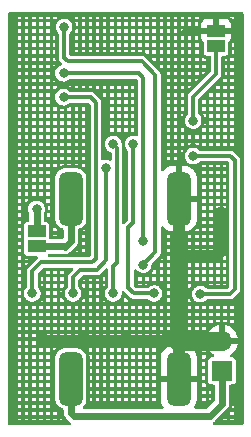
<source format=gbl>
%TF.GenerationSoftware,KiCad,Pcbnew,(6.0.0)*%
%TF.CreationDate,2022-02-01T12:30:33+01:00*%
%TF.ProjectId,RGBW-Controller,52474257-2d43-46f6-9e74-726f6c6c6572,rev?*%
%TF.SameCoordinates,Original*%
%TF.FileFunction,Copper,L2,Bot*%
%TF.FilePolarity,Positive*%
%FSLAX46Y46*%
G04 Gerber Fmt 4.6, Leading zero omitted, Abs format (unit mm)*
G04 Created by KiCad (PCBNEW (6.0.0)) date 2022-02-01 12:30:33*
%MOMM*%
%LPD*%
G01*
G04 APERTURE LIST*
G04 Aperture macros list*
%AMRoundRect*
0 Rectangle with rounded corners*
0 $1 Rounding radius*
0 $2 $3 $4 $5 $6 $7 $8 $9 X,Y pos of 4 corners*
0 Add a 4 corners polygon primitive as box body*
4,1,4,$2,$3,$4,$5,$6,$7,$8,$9,$2,$3,0*
0 Add four circle primitives for the rounded corners*
1,1,$1+$1,$2,$3*
1,1,$1+$1,$4,$5*
1,1,$1+$1,$6,$7*
1,1,$1+$1,$8,$9*
0 Add four rect primitives between the rounded corners*
20,1,$1+$1,$2,$3,$4,$5,0*
20,1,$1+$1,$4,$5,$6,$7,0*
20,1,$1+$1,$6,$7,$8,$9,0*
20,1,$1+$1,$8,$9,$2,$3,0*%
G04 Aperture macros list end*
%TA.AperFunction,ComponentPad*%
%ADD10R,1.700000X1.700000*%
%TD*%
%TA.AperFunction,ComponentPad*%
%ADD11O,1.700000X1.700000*%
%TD*%
%TA.AperFunction,SMDPad,CuDef*%
%ADD12RoundRect,0.500000X0.500000X-1.750000X0.500000X1.750000X-0.500000X1.750000X-0.500000X-1.750000X0*%
%TD*%
%TA.AperFunction,SMDPad,CuDef*%
%ADD13R,1.500000X1.000000*%
%TD*%
%TA.AperFunction,ViaPad*%
%ADD14C,0.800000*%
%TD*%
%TA.AperFunction,Conductor*%
%ADD15C,0.300000*%
%TD*%
%TA.AperFunction,Conductor*%
%ADD16C,0.600000*%
%TD*%
%TA.AperFunction,Conductor*%
%ADD17C,1.000000*%
%TD*%
%TA.AperFunction,Conductor*%
%ADD18C,1.600000*%
%TD*%
G04 APERTURE END LIST*
D10*
%TO.P,J1,1,Pin_1*%
%TO.N,+12V*%
X144627600Y-89560400D03*
D11*
%TO.P,J1,2,Pin_2*%
%TO.N,GND*%
X144627600Y-87020400D03*
%TD*%
D12*
%TO.P,mini360,1*%
%TO.N,+12V*%
X131826000Y-90220800D03*
%TO.P,mini360,2*%
%TO.N,GND*%
X140970000Y-90220800D03*
%TO.P,mini360,3*%
%TO.N,Net-(JP2-Pad2)*%
X131826000Y-74980800D03*
%TO.P,mini360,4*%
%TO.N,GND*%
X140970000Y-74980800D03*
%TD*%
D13*
%TO.P,JP2,1,A*%
%TO.N,+3V3*%
X128930400Y-77734400D03*
%TO.P,JP2,2,B*%
%TO.N,Net-(A1-Pad3)*%
X128930400Y-79034400D03*
%TD*%
%TO.P,JP1,1,A*%
%TO.N,Net-(JP1-Pad1)*%
X144119600Y-62067200D03*
%TO.P,JP1,2,B*%
%TO.N,GND*%
X144119600Y-60767200D03*
%TD*%
D14*
%TO.N,+3V3*%
X128930400Y-75844400D03*
%TO.N,GND*%
X144526000Y-76301600D03*
X132994400Y-87020400D03*
X129540000Y-87020400D03*
X139852400Y-87020400D03*
X136398000Y-87020400D03*
%TO.N,EN*%
X131216400Y-64363600D03*
X137945500Y-78587600D03*
%TO.N,RST*%
X137945500Y-80568800D03*
X131267200Y-60452000D03*
%TO.N,Net-(JP1-Pad1)*%
X142189200Y-68376800D03*
%TO.N,R_In*%
X138887200Y-83007200D03*
X137109200Y-70358000D03*
%TO.N,G_In*%
X135432800Y-70358000D03*
X135432800Y-83007200D03*
%TO.N,B_In*%
X132029200Y-83007200D03*
X134823200Y-72390000D03*
%TO.N,W_In*%
X128574800Y-83007200D03*
X131216400Y-66395600D03*
%TO.N,Net-(R11-Pad1)*%
X142798800Y-83058000D03*
X142189200Y-71374000D03*
%TD*%
D15*
%TO.N,RST*%
X131267200Y-63042800D02*
X131267200Y-60452000D01*
X131572000Y-63347600D02*
X131267200Y-63042800D01*
X138988800Y-79525500D02*
X138988800Y-64516000D01*
X137945500Y-80568800D02*
X138988800Y-79525500D01*
X138988800Y-64516000D02*
X137820400Y-63347600D01*
X137820400Y-63347600D02*
X131572000Y-63347600D01*
%TO.N,EN*%
X137566400Y-64363600D02*
X131216400Y-64363600D01*
X137958711Y-78574389D02*
X137958711Y-64755911D01*
X137958711Y-64755911D02*
X137566400Y-64363600D01*
X137945500Y-78587600D02*
X137958711Y-78574389D01*
D16*
%TO.N,+3V3*%
X128930400Y-77734400D02*
X128930400Y-75844400D01*
D17*
%TO.N,GND*%
X141071600Y-79857600D02*
X140970000Y-79756000D01*
X144526000Y-79400400D02*
X144068800Y-79857600D01*
D15*
X141416800Y-60767200D02*
X140970000Y-61214000D01*
D17*
X144068800Y-79857600D02*
X141071600Y-79857600D01*
X140970000Y-87071200D02*
X140919200Y-87020400D01*
X144526000Y-76301600D02*
X144526000Y-79400400D01*
X140970000Y-90220800D02*
X140970000Y-87071200D01*
D18*
X144627600Y-87020400D02*
X140919200Y-87020400D01*
D17*
X140919200Y-87020400D02*
X139852400Y-87020400D01*
D15*
X140970000Y-61214000D02*
X140970000Y-74980800D01*
D17*
X132994400Y-87020400D02*
X129540000Y-87020400D01*
X136398000Y-87020400D02*
X132994400Y-87020400D01*
X140970000Y-74980800D02*
X140970000Y-79756000D01*
X139852400Y-87020400D02*
X136398000Y-87020400D01*
D15*
X144119600Y-60767200D02*
X141416800Y-60767200D01*
D17*
X140970000Y-79756000D02*
X140970000Y-87071200D01*
D16*
%TO.N,+12V*%
X144627600Y-92354400D02*
X143611600Y-93370400D01*
X132080000Y-93370400D02*
X131826000Y-93116400D01*
X144627600Y-89560400D02*
X144627600Y-92354400D01*
X143611600Y-93370400D02*
X132080000Y-93370400D01*
X131826000Y-93116400D02*
X131826000Y-90220800D01*
D15*
%TO.N,Net-(JP1-Pad1)*%
X144119600Y-62067200D02*
X144119600Y-64414400D01*
X144119600Y-64414400D02*
X142189200Y-66344800D01*
X142189200Y-66344800D02*
X142189200Y-68376800D01*
D16*
%TO.N,Net-(JP2-Pad2)*%
X131826000Y-78587600D02*
X131368800Y-79044800D01*
X131826000Y-74980800D02*
X131826000Y-78587600D01*
X131358400Y-79034400D02*
X128930400Y-79034400D01*
X131368800Y-79044800D02*
X131358400Y-79034400D01*
D15*
%TO.N,R_In*%
X136702800Y-77419200D02*
X136702800Y-82550000D01*
X137109200Y-77012800D02*
X136702800Y-77419200D01*
X138887200Y-83007200D02*
X137160000Y-83007200D01*
X137160000Y-83007200D02*
X136702800Y-82550000D01*
X137109200Y-70358000D02*
X137109200Y-77012800D01*
%TO.N,G_In*%
X135737600Y-70662800D02*
X135432800Y-70358000D01*
X135737600Y-80416400D02*
X135737600Y-70662800D01*
X135432800Y-80721200D02*
X135737600Y-80416400D01*
X135432800Y-83007200D02*
X135432800Y-80721200D01*
%TO.N,B_In*%
X132029200Y-83007200D02*
X132029200Y-81635600D01*
X132029200Y-81635600D02*
X132638800Y-81026000D01*
X132638800Y-81026000D02*
X134010400Y-81026000D01*
X134823200Y-80213200D02*
X134823200Y-72390000D01*
X134010400Y-81026000D02*
X134823200Y-80213200D01*
%TO.N,W_In*%
X133502400Y-66395600D02*
X131216400Y-66395600D01*
X129336800Y-80365600D02*
X133654800Y-80365600D01*
X128574800Y-83007200D02*
X128574800Y-81127600D01*
X133654800Y-80365600D02*
X133959600Y-80060800D01*
X133959600Y-66852800D02*
X133502400Y-66395600D01*
X128574800Y-81127600D02*
X129336800Y-80365600D01*
X133959600Y-80060800D02*
X133959600Y-66852800D01*
%TO.N,Net-(R11-Pad1)*%
X145288000Y-83058000D02*
X145694400Y-82651600D01*
X142798800Y-83058000D02*
X145288000Y-83058000D01*
X145694400Y-82651600D02*
X145694400Y-71729600D01*
X145694400Y-71729600D02*
X145338800Y-71374000D01*
X142189200Y-71374000D02*
X145338800Y-71374000D01*
%TD*%
%TA.AperFunction,Conductor*%
%TO.N,GND*%
G36*
X146398021Y-59202002D02*
G01*
X146444514Y-59255658D01*
X146455900Y-59308000D01*
X146455900Y-94005900D01*
X146435898Y-94074021D01*
X146382242Y-94120514D01*
X146329900Y-94131900D01*
X143972090Y-94131900D01*
X143903969Y-94111898D01*
X143857476Y-94058242D01*
X143847372Y-93987968D01*
X143876866Y-93923388D01*
X143908189Y-93897526D01*
X143914441Y-93894936D01*
X144039882Y-93798682D01*
X144059030Y-93773728D01*
X144069897Y-93761338D01*
X144124835Y-93706400D01*
X144744500Y-93706400D01*
X145046500Y-93706400D01*
X145344500Y-93706400D01*
X145646500Y-93706400D01*
X145944500Y-93706400D01*
X146030400Y-93706400D01*
X146030400Y-93634000D01*
X145944500Y-93634000D01*
X145944500Y-93706400D01*
X145646500Y-93706400D01*
X145646500Y-93634000D01*
X145344500Y-93634000D01*
X145344500Y-93706400D01*
X145046500Y-93706400D01*
X145046500Y-93634000D01*
X144744500Y-93634000D01*
X144744500Y-93706400D01*
X144124835Y-93706400D01*
X144495235Y-93336000D01*
X144916669Y-93336000D01*
X145046500Y-93336000D01*
X145344500Y-93336000D01*
X145646500Y-93336000D01*
X145944500Y-93336000D01*
X146030400Y-93336000D01*
X146030400Y-93034000D01*
X145944500Y-93034000D01*
X145944500Y-93336000D01*
X145646500Y-93336000D01*
X145646500Y-93034000D01*
X145344500Y-93034000D01*
X145344500Y-93336000D01*
X145046500Y-93336000D01*
X145046500Y-93206169D01*
X144916669Y-93336000D01*
X144495235Y-93336000D01*
X145018538Y-92812697D01*
X145030929Y-92801829D01*
X145049336Y-92787705D01*
X145055882Y-92782682D01*
X145091702Y-92736000D01*
X145442065Y-92736000D01*
X145646500Y-92736000D01*
X145944500Y-92736000D01*
X146030400Y-92736000D01*
X146030400Y-92434000D01*
X145944500Y-92434000D01*
X145944500Y-92736000D01*
X145646500Y-92736000D01*
X145646500Y-92434000D01*
X145523373Y-92434000D01*
X145508094Y-92550058D01*
X145506754Y-92558178D01*
X145505581Y-92564079D01*
X145503706Y-92572123D01*
X145495193Y-92603895D01*
X145492794Y-92611801D01*
X145490859Y-92617499D01*
X145487960Y-92625201D01*
X145442065Y-92736000D01*
X145091702Y-92736000D01*
X145152136Y-92657241D01*
X145212644Y-92511162D01*
X145228100Y-92393761D01*
X145233282Y-92354400D01*
X145229178Y-92323227D01*
X145228100Y-92306781D01*
X145228100Y-92136000D01*
X145526100Y-92136000D01*
X145646500Y-92136000D01*
X145944500Y-92136000D01*
X146030400Y-92136000D01*
X146030400Y-91834000D01*
X145944500Y-91834000D01*
X145944500Y-92136000D01*
X145646500Y-92136000D01*
X145646500Y-91834000D01*
X145526100Y-91834000D01*
X145526100Y-92136000D01*
X145228100Y-92136000D01*
X145228100Y-91536000D01*
X145526100Y-91536000D01*
X145646500Y-91536000D01*
X145944500Y-91536000D01*
X146030400Y-91536000D01*
X146030400Y-91234000D01*
X145944500Y-91234000D01*
X145944500Y-91536000D01*
X145646500Y-91536000D01*
X145646500Y-91234000D01*
X145526100Y-91234000D01*
X145526100Y-91536000D01*
X145228100Y-91536000D01*
X145228100Y-90936000D01*
X145944500Y-90936000D01*
X146030400Y-90936000D01*
X146030400Y-90640259D01*
X146002393Y-90703609D01*
X145997217Y-90713995D01*
X145993100Y-90721383D01*
X145987000Y-90731235D01*
X145960933Y-90769305D01*
X145953954Y-90778555D01*
X145948554Y-90785066D01*
X145944500Y-90789519D01*
X145944500Y-90936000D01*
X145228100Y-90936000D01*
X145228100Y-90836900D01*
X145248102Y-90768779D01*
X145301758Y-90722286D01*
X145354100Y-90710900D01*
X145522246Y-90710900D01*
X145525950Y-90710459D01*
X145525953Y-90710459D01*
X145533346Y-90709579D01*
X145548446Y-90707782D01*
X145590353Y-90689168D01*
X145640118Y-90667063D01*
X145650753Y-90662339D01*
X145729841Y-90583113D01*
X145775106Y-90480727D01*
X145778100Y-90455046D01*
X145778100Y-88665754D01*
X145774982Y-88639554D01*
X145729539Y-88537247D01*
X145650313Y-88458159D01*
X145639676Y-88453456D01*
X145639674Y-88453455D01*
X145580138Y-88427135D01*
X145547927Y-88412894D01*
X145522246Y-88409900D01*
X145411885Y-88409900D01*
X145343764Y-88389898D01*
X145297271Y-88336242D01*
X145296545Y-88331192D01*
X145944500Y-88331192D01*
X145947899Y-88334913D01*
X145953310Y-88341414D01*
X145960308Y-88350654D01*
X145986441Y-88388679D01*
X145992563Y-88398530D01*
X145996692Y-88405911D01*
X146001880Y-88416278D01*
X146030400Y-88480486D01*
X146030400Y-88234000D01*
X145944500Y-88234000D01*
X145944500Y-88331192D01*
X145296545Y-88331192D01*
X145287167Y-88265968D01*
X145316661Y-88201388D01*
X145338717Y-88181321D01*
X145502928Y-88064192D01*
X145510800Y-88057539D01*
X145632763Y-87936000D01*
X146008961Y-87936000D01*
X146030400Y-87936000D01*
X146030400Y-87906164D01*
X146008961Y-87936000D01*
X145632763Y-87936000D01*
X145661652Y-87907212D01*
X145668330Y-87899365D01*
X145792603Y-87726420D01*
X145797913Y-87717583D01*
X145892270Y-87526667D01*
X145896069Y-87517072D01*
X145957977Y-87313310D01*
X145960155Y-87303237D01*
X145961586Y-87292362D01*
X145959375Y-87278178D01*
X145946217Y-87274400D01*
X143310825Y-87274400D01*
X143297294Y-87278373D01*
X143295857Y-87288366D01*
X143326165Y-87422846D01*
X143329245Y-87432675D01*
X143409370Y-87630003D01*
X143414013Y-87639194D01*
X143525294Y-87820788D01*
X143531377Y-87829099D01*
X143670813Y-87990067D01*
X143678180Y-87997283D01*
X143842034Y-88133316D01*
X143850476Y-88139228D01*
X143911884Y-88175112D01*
X143960607Y-88226751D01*
X143973678Y-88296534D01*
X143946946Y-88362306D01*
X143888899Y-88403184D01*
X143848313Y-88409900D01*
X143732954Y-88409900D01*
X143729250Y-88410341D01*
X143729247Y-88410341D01*
X143721854Y-88411221D01*
X143706754Y-88413018D01*
X143698114Y-88416856D01*
X143698113Y-88416856D01*
X143615717Y-88453455D01*
X143604447Y-88458461D01*
X143525359Y-88537687D01*
X143480094Y-88640073D01*
X143477100Y-88665754D01*
X143477100Y-90455046D01*
X143480218Y-90481246D01*
X143525661Y-90583553D01*
X143604887Y-90662641D01*
X143615524Y-90667344D01*
X143615526Y-90667345D01*
X143664889Y-90689168D01*
X143707273Y-90707906D01*
X143732954Y-90710900D01*
X143901100Y-90710900D01*
X143969221Y-90730902D01*
X144015714Y-90784558D01*
X144027100Y-90836900D01*
X144027100Y-92053475D01*
X144007098Y-92121596D01*
X143990195Y-92142570D01*
X143399770Y-92732995D01*
X143337458Y-92767021D01*
X143310675Y-92769900D01*
X142384097Y-92769900D01*
X142315976Y-92749898D01*
X142269483Y-92696242D01*
X142259379Y-92625968D01*
X142279393Y-92573807D01*
X142347613Y-92471900D01*
X142944500Y-92471900D01*
X143239431Y-92471900D01*
X143246500Y-92464831D01*
X143246500Y-92434000D01*
X142944500Y-92434000D01*
X142944500Y-92471900D01*
X142347613Y-92471900D01*
X142359222Y-92454559D01*
X142365022Y-92443743D01*
X142436248Y-92272633D01*
X142439838Y-92260891D01*
X142465021Y-92136000D01*
X142944500Y-92136000D01*
X143246500Y-92136000D01*
X143544500Y-92136000D01*
X143575331Y-92136000D01*
X143729100Y-91982231D01*
X143729100Y-91834000D01*
X143544500Y-91834000D01*
X143544500Y-92136000D01*
X143246500Y-92136000D01*
X143246500Y-91834000D01*
X142944500Y-91834000D01*
X142944500Y-92136000D01*
X142465021Y-92136000D01*
X142476767Y-92077745D01*
X142477923Y-92068533D01*
X142478000Y-92065481D01*
X142478000Y-91536000D01*
X142944500Y-91536000D01*
X143246500Y-91536000D01*
X143544500Y-91536000D01*
X143729100Y-91536000D01*
X143729100Y-91234000D01*
X143544500Y-91234000D01*
X143544500Y-91536000D01*
X143246500Y-91536000D01*
X143246500Y-91234000D01*
X142944500Y-91234000D01*
X142944500Y-91536000D01*
X142478000Y-91536000D01*
X142478000Y-90936000D01*
X142944500Y-90936000D01*
X143246500Y-90936000D01*
X143246500Y-90689168D01*
X143221995Y-90634000D01*
X142944500Y-90634000D01*
X142944500Y-90936000D01*
X142478000Y-90936000D01*
X142478000Y-90492915D01*
X142473525Y-90477676D01*
X142472135Y-90476471D01*
X142464452Y-90474800D01*
X139480115Y-90474800D01*
X139464876Y-90479275D01*
X139463671Y-90480665D01*
X139462000Y-90488348D01*
X139462000Y-92065481D01*
X139462077Y-92068533D01*
X139463233Y-92077745D01*
X139500162Y-92260891D01*
X139503752Y-92272633D01*
X139574978Y-92443743D01*
X139580778Y-92454559D01*
X139660607Y-92573807D01*
X139681881Y-92641541D01*
X139663158Y-92710024D01*
X139610382Y-92757514D01*
X139555903Y-92769900D01*
X132967954Y-92769900D01*
X132899833Y-92749898D01*
X132853340Y-92696242D01*
X132843236Y-92625968D01*
X132872730Y-92561388D01*
X132889342Y-92545431D01*
X132895620Y-92540420D01*
X132950319Y-92471900D01*
X133344500Y-92471900D01*
X133646500Y-92471900D01*
X133944500Y-92471900D01*
X134246500Y-92471900D01*
X134544500Y-92471900D01*
X134846500Y-92471900D01*
X135144500Y-92471900D01*
X135446500Y-92471900D01*
X135744500Y-92471900D01*
X136046500Y-92471900D01*
X136344500Y-92471900D01*
X136646500Y-92471900D01*
X136944500Y-92471900D01*
X137246500Y-92471900D01*
X137544500Y-92471900D01*
X137846500Y-92471900D01*
X138144500Y-92471900D01*
X138446500Y-92471900D01*
X138744500Y-92471900D01*
X139046500Y-92471900D01*
X139046500Y-92434000D01*
X138744500Y-92434000D01*
X138744500Y-92471900D01*
X138446500Y-92471900D01*
X138446500Y-92434000D01*
X138144500Y-92434000D01*
X138144500Y-92471900D01*
X137846500Y-92471900D01*
X137846500Y-92434000D01*
X137544500Y-92434000D01*
X137544500Y-92471900D01*
X137246500Y-92471900D01*
X137246500Y-92434000D01*
X136944500Y-92434000D01*
X136944500Y-92471900D01*
X136646500Y-92471900D01*
X136646500Y-92434000D01*
X136344500Y-92434000D01*
X136344500Y-92471900D01*
X136046500Y-92471900D01*
X136046500Y-92434000D01*
X135744500Y-92434000D01*
X135744500Y-92471900D01*
X135446500Y-92471900D01*
X135446500Y-92434000D01*
X135144500Y-92434000D01*
X135144500Y-92471900D01*
X134846500Y-92471900D01*
X134846500Y-92434000D01*
X134544500Y-92434000D01*
X134544500Y-92471900D01*
X134246500Y-92471900D01*
X134246500Y-92434000D01*
X133944500Y-92434000D01*
X133944500Y-92471900D01*
X133646500Y-92471900D01*
X133646500Y-92434000D01*
X133344500Y-92434000D01*
X133344500Y-92471900D01*
X132950319Y-92471900D01*
X133007664Y-92400066D01*
X133025782Y-92362588D01*
X133082761Y-92244719D01*
X133085827Y-92238377D01*
X133107946Y-92142570D01*
X133109463Y-92136000D01*
X133415302Y-92136000D01*
X133646500Y-92136000D01*
X133944500Y-92136000D01*
X134246500Y-92136000D01*
X134544500Y-92136000D01*
X134846500Y-92136000D01*
X135144500Y-92136000D01*
X135446500Y-92136000D01*
X135744500Y-92136000D01*
X136046500Y-92136000D01*
X136344500Y-92136000D01*
X136646500Y-92136000D01*
X136944500Y-92136000D01*
X137246500Y-92136000D01*
X137544500Y-92136000D01*
X137846500Y-92136000D01*
X138144500Y-92136000D01*
X138446500Y-92136000D01*
X138744500Y-92136000D01*
X139046500Y-92136000D01*
X139046500Y-91834000D01*
X138744500Y-91834000D01*
X138744500Y-92136000D01*
X138446500Y-92136000D01*
X138446500Y-91834000D01*
X138144500Y-91834000D01*
X138144500Y-92136000D01*
X137846500Y-92136000D01*
X137846500Y-91834000D01*
X137544500Y-91834000D01*
X137544500Y-92136000D01*
X137246500Y-92136000D01*
X137246500Y-91834000D01*
X136944500Y-91834000D01*
X136944500Y-92136000D01*
X136646500Y-92136000D01*
X136646500Y-91834000D01*
X136344500Y-91834000D01*
X136344500Y-92136000D01*
X136046500Y-92136000D01*
X136046500Y-91834000D01*
X135744500Y-91834000D01*
X135744500Y-92136000D01*
X135446500Y-92136000D01*
X135446500Y-91834000D01*
X135144500Y-91834000D01*
X135144500Y-92136000D01*
X134846500Y-92136000D01*
X134846500Y-91834000D01*
X134544500Y-91834000D01*
X134544500Y-92136000D01*
X134246500Y-92136000D01*
X134246500Y-91834000D01*
X133944500Y-91834000D01*
X133944500Y-92136000D01*
X133646500Y-92136000D01*
X133646500Y-91834000D01*
X133424500Y-91834000D01*
X133424500Y-92058637D01*
X133424487Y-92060444D01*
X133424468Y-92061769D01*
X133424429Y-92063591D01*
X133424220Y-92070844D01*
X133424155Y-92072639D01*
X133424098Y-92073962D01*
X133424006Y-92075791D01*
X133423732Y-92080543D01*
X133423313Y-92085853D01*
X133422925Y-92089725D01*
X133422281Y-92095022D01*
X133419261Y-92116113D01*
X133418391Y-92121387D01*
X133417676Y-92125215D01*
X133416589Y-92130425D01*
X133415302Y-92136000D01*
X133109463Y-92136000D01*
X133125026Y-92068588D01*
X133125026Y-92068585D01*
X133126226Y-92063389D01*
X133126500Y-92058637D01*
X133126500Y-91536000D01*
X133424500Y-91536000D01*
X133646500Y-91536000D01*
X133944500Y-91536000D01*
X134246500Y-91536000D01*
X134544500Y-91536000D01*
X134846500Y-91536000D01*
X135144500Y-91536000D01*
X135446500Y-91536000D01*
X135744500Y-91536000D01*
X136046500Y-91536000D01*
X136344500Y-91536000D01*
X136646500Y-91536000D01*
X136944500Y-91536000D01*
X137246500Y-91536000D01*
X137544500Y-91536000D01*
X137846500Y-91536000D01*
X138144500Y-91536000D01*
X138446500Y-91536000D01*
X138744500Y-91536000D01*
X139046500Y-91536000D01*
X139046500Y-91234000D01*
X138744500Y-91234000D01*
X138744500Y-91536000D01*
X138446500Y-91536000D01*
X138446500Y-91234000D01*
X138144500Y-91234000D01*
X138144500Y-91536000D01*
X137846500Y-91536000D01*
X137846500Y-91234000D01*
X137544500Y-91234000D01*
X137544500Y-91536000D01*
X137246500Y-91536000D01*
X137246500Y-91234000D01*
X136944500Y-91234000D01*
X136944500Y-91536000D01*
X136646500Y-91536000D01*
X136646500Y-91234000D01*
X136344500Y-91234000D01*
X136344500Y-91536000D01*
X136046500Y-91536000D01*
X136046500Y-91234000D01*
X135744500Y-91234000D01*
X135744500Y-91536000D01*
X135446500Y-91536000D01*
X135446500Y-91234000D01*
X135144500Y-91234000D01*
X135144500Y-91536000D01*
X134846500Y-91536000D01*
X134846500Y-91234000D01*
X134544500Y-91234000D01*
X134544500Y-91536000D01*
X134246500Y-91536000D01*
X134246500Y-91234000D01*
X133944500Y-91234000D01*
X133944500Y-91536000D01*
X133646500Y-91536000D01*
X133646500Y-91234000D01*
X133424500Y-91234000D01*
X133424500Y-91536000D01*
X133126500Y-91536000D01*
X133126499Y-90936000D01*
X133424500Y-90936000D01*
X133646500Y-90936000D01*
X133944500Y-90936000D01*
X134246500Y-90936000D01*
X134544500Y-90936000D01*
X134846500Y-90936000D01*
X135144500Y-90936000D01*
X135446500Y-90936000D01*
X135744500Y-90936000D01*
X136046500Y-90936000D01*
X136344500Y-90936000D01*
X136646500Y-90936000D01*
X136944500Y-90936000D01*
X137246500Y-90936000D01*
X137544500Y-90936000D01*
X137846500Y-90936000D01*
X138144500Y-90936000D01*
X138446500Y-90936000D01*
X138744500Y-90936000D01*
X139046500Y-90936000D01*
X139046500Y-90634000D01*
X138744500Y-90634000D01*
X138744500Y-90936000D01*
X138446500Y-90936000D01*
X138446500Y-90634000D01*
X138144500Y-90634000D01*
X138144500Y-90936000D01*
X137846500Y-90936000D01*
X137846500Y-90634000D01*
X137544500Y-90634000D01*
X137544500Y-90936000D01*
X137246500Y-90936000D01*
X137246500Y-90634000D01*
X136944500Y-90634000D01*
X136944500Y-90936000D01*
X136646500Y-90936000D01*
X136646500Y-90634000D01*
X136344500Y-90634000D01*
X136344500Y-90936000D01*
X136046500Y-90936000D01*
X136046500Y-90634000D01*
X135744500Y-90634000D01*
X135744500Y-90936000D01*
X135446500Y-90936000D01*
X135446500Y-90634000D01*
X135144500Y-90634000D01*
X135144500Y-90936000D01*
X134846500Y-90936000D01*
X134846500Y-90634000D01*
X134544500Y-90634000D01*
X134544500Y-90936000D01*
X134246500Y-90936000D01*
X134246500Y-90634000D01*
X133944500Y-90634000D01*
X133944500Y-90936000D01*
X133646500Y-90936000D01*
X133646500Y-90634000D01*
X133424500Y-90634000D01*
X133424500Y-90936000D01*
X133126499Y-90936000D01*
X133126499Y-90034000D01*
X133424499Y-90034000D01*
X133424500Y-90336000D01*
X133646500Y-90336000D01*
X133944500Y-90336000D01*
X134246500Y-90336000D01*
X134544500Y-90336000D01*
X134846500Y-90336000D01*
X135144500Y-90336000D01*
X135446500Y-90336000D01*
X135744500Y-90336000D01*
X136046500Y-90336000D01*
X136344500Y-90336000D01*
X136646500Y-90336000D01*
X136944500Y-90336000D01*
X137246500Y-90336000D01*
X137544500Y-90336000D01*
X137846500Y-90336000D01*
X138144500Y-90336000D01*
X138446500Y-90336000D01*
X138744500Y-90336000D01*
X139046500Y-90336000D01*
X142944500Y-90336000D01*
X143179100Y-90336000D01*
X143179100Y-90034000D01*
X142944500Y-90034000D01*
X142944500Y-90336000D01*
X139046500Y-90336000D01*
X139046500Y-90221601D01*
X142630831Y-90221601D01*
X142642978Y-90230196D01*
X142646500Y-90233248D01*
X142646500Y-90210808D01*
X142633386Y-90220264D01*
X142630831Y-90221601D01*
X139046500Y-90221601D01*
X139046500Y-90034000D01*
X138744500Y-90034000D01*
X138744500Y-90336000D01*
X138446500Y-90336000D01*
X138446500Y-90034000D01*
X138144500Y-90034000D01*
X138144500Y-90336000D01*
X137846500Y-90336000D01*
X137846500Y-90034000D01*
X137544500Y-90034000D01*
X137544500Y-90336000D01*
X137246500Y-90336000D01*
X137246500Y-90034000D01*
X136944500Y-90034000D01*
X136944500Y-90336000D01*
X136646500Y-90336000D01*
X136646500Y-90034000D01*
X136344500Y-90034000D01*
X136344500Y-90336000D01*
X136046500Y-90336000D01*
X136046500Y-90034000D01*
X135744500Y-90034000D01*
X135744500Y-90336000D01*
X135446500Y-90336000D01*
X135446500Y-90034000D01*
X135144500Y-90034000D01*
X135144500Y-90336000D01*
X134846500Y-90336000D01*
X134846500Y-90034000D01*
X134544500Y-90034000D01*
X134544500Y-90336000D01*
X134246500Y-90336000D01*
X134246500Y-90034000D01*
X133944500Y-90034000D01*
X133944500Y-90336000D01*
X133646500Y-90336000D01*
X133646500Y-90034000D01*
X133424499Y-90034000D01*
X133126499Y-90034000D01*
X133126499Y-89948685D01*
X139462000Y-89948685D01*
X139466475Y-89963924D01*
X139467865Y-89965129D01*
X139475548Y-89966800D01*
X140697885Y-89966800D01*
X140713124Y-89962325D01*
X140714329Y-89960935D01*
X140716000Y-89953252D01*
X140716000Y-89948685D01*
X141224000Y-89948685D01*
X141228475Y-89963924D01*
X141229865Y-89965129D01*
X141237548Y-89966800D01*
X142459885Y-89966800D01*
X142475124Y-89962325D01*
X142476329Y-89960935D01*
X142478000Y-89953252D01*
X142478000Y-89736000D01*
X142944500Y-89736000D01*
X143179100Y-89736000D01*
X143179100Y-89434000D01*
X142944500Y-89434000D01*
X142944500Y-89736000D01*
X142478000Y-89736000D01*
X142478000Y-89136000D01*
X142944500Y-89136000D01*
X143179100Y-89136000D01*
X143179100Y-88834000D01*
X142944500Y-88834000D01*
X142944500Y-89136000D01*
X142478000Y-89136000D01*
X142478000Y-88536000D01*
X142944500Y-88536000D01*
X143201381Y-88536000D01*
X143201735Y-88534871D01*
X143204043Y-88528370D01*
X143207542Y-88519577D01*
X143246500Y-88431457D01*
X143246500Y-88234000D01*
X142944500Y-88234000D01*
X142944500Y-88536000D01*
X142478000Y-88536000D01*
X142478000Y-88376119D01*
X142477923Y-88373067D01*
X142476767Y-88363855D01*
X142439838Y-88180709D01*
X142436248Y-88168967D01*
X142365022Y-87997857D01*
X142359222Y-87987041D01*
X142325053Y-87936000D01*
X142944500Y-87936000D01*
X143246393Y-87936000D01*
X143157227Y-87790495D01*
X143154622Y-87786041D01*
X143152784Y-87782746D01*
X143150356Y-87778175D01*
X143141046Y-87759744D01*
X143138807Y-87755076D01*
X143137246Y-87751642D01*
X143135208Y-87746904D01*
X143089363Y-87634000D01*
X142944500Y-87634000D01*
X142944500Y-87936000D01*
X142325053Y-87936000D01*
X142256115Y-87833021D01*
X142248322Y-87823534D01*
X142117266Y-87692478D01*
X142107779Y-87684685D01*
X142032066Y-87634000D01*
X142478281Y-87634000D01*
X142490296Y-87648627D01*
X142494082Y-87653472D01*
X142496762Y-87657080D01*
X142500317Y-87662120D01*
X142610285Y-87826388D01*
X142613586Y-87831589D01*
X142615901Y-87835442D01*
X142618941Y-87840794D01*
X142630561Y-87862466D01*
X142633329Y-87867945D01*
X142635257Y-87872004D01*
X142637769Y-87877644D01*
X142646500Y-87898619D01*
X142646500Y-87634000D01*
X142478281Y-87634000D01*
X142032066Y-87634000D01*
X141953759Y-87581578D01*
X141942943Y-87575778D01*
X141771833Y-87504552D01*
X141760091Y-87500962D01*
X141576945Y-87464033D01*
X141567733Y-87462877D01*
X141564681Y-87462800D01*
X141242115Y-87462800D01*
X141226876Y-87467275D01*
X141225671Y-87468665D01*
X141224000Y-87476348D01*
X141224000Y-89948685D01*
X140716000Y-89948685D01*
X140716000Y-87480915D01*
X140711525Y-87465676D01*
X140710135Y-87464471D01*
X140702452Y-87462800D01*
X140375319Y-87462800D01*
X140372267Y-87462877D01*
X140363055Y-87464033D01*
X140179909Y-87500962D01*
X140168167Y-87504552D01*
X139997057Y-87575778D01*
X139986241Y-87581578D01*
X139832221Y-87684685D01*
X139822734Y-87692478D01*
X139691678Y-87823534D01*
X139683885Y-87833021D01*
X139580778Y-87987041D01*
X139574978Y-87997857D01*
X139503752Y-88168967D01*
X139500162Y-88180709D01*
X139463233Y-88363855D01*
X139462077Y-88373067D01*
X139462000Y-88376119D01*
X139462000Y-89948685D01*
X133126499Y-89948685D01*
X133126499Y-89736000D01*
X133424499Y-89736000D01*
X133646500Y-89736000D01*
X133944500Y-89736000D01*
X134246500Y-89736000D01*
X134544500Y-89736000D01*
X134846500Y-89736000D01*
X135144500Y-89736000D01*
X135446500Y-89736000D01*
X135744500Y-89736000D01*
X136046500Y-89736000D01*
X136344500Y-89736000D01*
X136646500Y-89736000D01*
X136944500Y-89736000D01*
X137246500Y-89736000D01*
X137544500Y-89736000D01*
X137846500Y-89736000D01*
X138144500Y-89736000D01*
X138446500Y-89736000D01*
X138744500Y-89736000D01*
X139046500Y-89736000D01*
X139046500Y-89434000D01*
X138744500Y-89434000D01*
X138744500Y-89736000D01*
X138446500Y-89736000D01*
X138446500Y-89434000D01*
X138144500Y-89434000D01*
X138144500Y-89736000D01*
X137846500Y-89736000D01*
X137846500Y-89434000D01*
X137544500Y-89434000D01*
X137544500Y-89736000D01*
X137246500Y-89736000D01*
X137246500Y-89434000D01*
X136944500Y-89434000D01*
X136944500Y-89736000D01*
X136646500Y-89736000D01*
X136646500Y-89434000D01*
X136344500Y-89434000D01*
X136344500Y-89736000D01*
X136046500Y-89736000D01*
X136046500Y-89434000D01*
X135744500Y-89434000D01*
X135744500Y-89736000D01*
X135446500Y-89736000D01*
X135446500Y-89434000D01*
X135144500Y-89434000D01*
X135144500Y-89736000D01*
X134846500Y-89736000D01*
X134846500Y-89434000D01*
X134544500Y-89434000D01*
X134544500Y-89736000D01*
X134246500Y-89736000D01*
X134246500Y-89434000D01*
X133944500Y-89434000D01*
X133944500Y-89736000D01*
X133646500Y-89736000D01*
X133646500Y-89434000D01*
X133424499Y-89434000D01*
X133424499Y-89736000D01*
X133126499Y-89736000D01*
X133126499Y-89136000D01*
X133424499Y-89136000D01*
X133646500Y-89136000D01*
X133944500Y-89136000D01*
X134246500Y-89136000D01*
X134544500Y-89136000D01*
X134846500Y-89136000D01*
X135144500Y-89136000D01*
X135446500Y-89136000D01*
X135744500Y-89136000D01*
X136046500Y-89136000D01*
X136344500Y-89136000D01*
X136646500Y-89136000D01*
X136944500Y-89136000D01*
X137246500Y-89136000D01*
X137544500Y-89136000D01*
X137846500Y-89136000D01*
X138144500Y-89136000D01*
X138446500Y-89136000D01*
X138744500Y-89136000D01*
X139046500Y-89136000D01*
X139046500Y-88834000D01*
X138744500Y-88834000D01*
X138744500Y-89136000D01*
X138446500Y-89136000D01*
X138446500Y-88834000D01*
X138144500Y-88834000D01*
X138144500Y-89136000D01*
X137846500Y-89136000D01*
X137846500Y-88834000D01*
X137544500Y-88834000D01*
X137544500Y-89136000D01*
X137246500Y-89136000D01*
X137246500Y-88834000D01*
X136944500Y-88834000D01*
X136944500Y-89136000D01*
X136646500Y-89136000D01*
X136646500Y-88834000D01*
X136344500Y-88834000D01*
X136344500Y-89136000D01*
X136046500Y-89136000D01*
X136046500Y-88834000D01*
X135744500Y-88834000D01*
X135744500Y-89136000D01*
X135446500Y-89136000D01*
X135446500Y-88834000D01*
X135144500Y-88834000D01*
X135144500Y-89136000D01*
X134846500Y-89136000D01*
X134846500Y-88834000D01*
X134544500Y-88834000D01*
X134544500Y-89136000D01*
X134246500Y-89136000D01*
X134246500Y-88834000D01*
X133944500Y-88834000D01*
X133944500Y-89136000D01*
X133646500Y-89136000D01*
X133646500Y-88834000D01*
X133424499Y-88834000D01*
X133424499Y-89136000D01*
X133126499Y-89136000D01*
X133126499Y-88382964D01*
X133126226Y-88378211D01*
X133092932Y-88234000D01*
X133398772Y-88234000D01*
X133416589Y-88311175D01*
X133417680Y-88316408D01*
X133418395Y-88320240D01*
X133419262Y-88325503D01*
X133422284Y-88346622D01*
X133422929Y-88351926D01*
X133423317Y-88355804D01*
X133423736Y-88361123D01*
X133424009Y-88365876D01*
X133424099Y-88367669D01*
X133424156Y-88368990D01*
X133424221Y-88370814D01*
X133424428Y-88378039D01*
X133424467Y-88379829D01*
X133424486Y-88381146D01*
X133424499Y-88382964D01*
X133424499Y-88536000D01*
X133646500Y-88536000D01*
X133944500Y-88536000D01*
X134246500Y-88536000D01*
X134544500Y-88536000D01*
X134846500Y-88536000D01*
X135144500Y-88536000D01*
X135446500Y-88536000D01*
X135744500Y-88536000D01*
X136046500Y-88536000D01*
X136344500Y-88536000D01*
X136646500Y-88536000D01*
X136944500Y-88536000D01*
X137246500Y-88536000D01*
X137544500Y-88536000D01*
X137846500Y-88536000D01*
X138144500Y-88536000D01*
X138446500Y-88536000D01*
X138744500Y-88536000D01*
X139046500Y-88536000D01*
X139046500Y-88234000D01*
X138744500Y-88234000D01*
X138744500Y-88536000D01*
X138446500Y-88536000D01*
X138446500Y-88234000D01*
X138144500Y-88234000D01*
X138144500Y-88536000D01*
X137846500Y-88536000D01*
X137846500Y-88234000D01*
X137544500Y-88234000D01*
X137544500Y-88536000D01*
X137246500Y-88536000D01*
X137246500Y-88234000D01*
X136944500Y-88234000D01*
X136944500Y-88536000D01*
X136646500Y-88536000D01*
X136646500Y-88234000D01*
X136344500Y-88234000D01*
X136344500Y-88536000D01*
X136046500Y-88536000D01*
X136046500Y-88234000D01*
X135744500Y-88234000D01*
X135744500Y-88536000D01*
X135446500Y-88536000D01*
X135446500Y-88234000D01*
X135144500Y-88234000D01*
X135144500Y-88536000D01*
X134846500Y-88536000D01*
X134846500Y-88234000D01*
X134544500Y-88234000D01*
X134544500Y-88536000D01*
X134246500Y-88536000D01*
X134246500Y-88234000D01*
X133944500Y-88234000D01*
X133944500Y-88536000D01*
X133646500Y-88536000D01*
X133646500Y-88234000D01*
X133398772Y-88234000D01*
X133092932Y-88234000D01*
X133085827Y-88203223D01*
X133007664Y-88041534D01*
X132923417Y-87936000D01*
X133344500Y-87936000D01*
X133646500Y-87936000D01*
X133944500Y-87936000D01*
X134246500Y-87936000D01*
X134544500Y-87936000D01*
X134846500Y-87936000D01*
X135144500Y-87936000D01*
X135446500Y-87936000D01*
X135744500Y-87936000D01*
X136046500Y-87936000D01*
X136344500Y-87936000D01*
X136646500Y-87936000D01*
X136944500Y-87936000D01*
X137246500Y-87936000D01*
X137544500Y-87936000D01*
X137846500Y-87936000D01*
X138144500Y-87936000D01*
X138446500Y-87936000D01*
X138744500Y-87936000D01*
X139046500Y-87936000D01*
X139046500Y-87804302D01*
X139344500Y-87804302D01*
X139439683Y-87662120D01*
X139443238Y-87657080D01*
X139445918Y-87653472D01*
X139449704Y-87648627D01*
X139461719Y-87634000D01*
X139344500Y-87634000D01*
X139344500Y-87804302D01*
X139046500Y-87804302D01*
X139046500Y-87634000D01*
X138744500Y-87634000D01*
X138744500Y-87936000D01*
X138446500Y-87936000D01*
X138446500Y-87634000D01*
X138144500Y-87634000D01*
X138144500Y-87936000D01*
X137846500Y-87936000D01*
X137846500Y-87634000D01*
X137544500Y-87634000D01*
X137544500Y-87936000D01*
X137246500Y-87936000D01*
X137246500Y-87634000D01*
X136944500Y-87634000D01*
X136944500Y-87936000D01*
X136646500Y-87936000D01*
X136646500Y-87634000D01*
X136527441Y-87634000D01*
X136493579Y-87643232D01*
X136458127Y-87647648D01*
X136344500Y-87645565D01*
X136344500Y-87936000D01*
X136046500Y-87936000D01*
X136046500Y-87634000D01*
X135744500Y-87634000D01*
X135744500Y-87936000D01*
X135446500Y-87936000D01*
X135446500Y-87634000D01*
X135144500Y-87634000D01*
X135144500Y-87936000D01*
X134846500Y-87936000D01*
X134846500Y-87634000D01*
X134544500Y-87634000D01*
X134544500Y-87936000D01*
X134246500Y-87936000D01*
X134246500Y-87634000D01*
X133944500Y-87634000D01*
X133944500Y-87936000D01*
X133646500Y-87936000D01*
X133646500Y-87634000D01*
X133344500Y-87634000D01*
X133344500Y-87936000D01*
X132923417Y-87936000D01*
X132895620Y-87901180D01*
X132755266Y-87789136D01*
X132593577Y-87710973D01*
X132550158Y-87700949D01*
X132423788Y-87671774D01*
X132423785Y-87671774D01*
X132418589Y-87670574D01*
X132413837Y-87670300D01*
X132412013Y-87670300D01*
X131820962Y-87670301D01*
X131238164Y-87670301D01*
X131233411Y-87670574D01*
X131058423Y-87710973D01*
X130896734Y-87789136D01*
X130756380Y-87901180D01*
X130644336Y-88041534D01*
X130566173Y-88203223D01*
X130564589Y-88210084D01*
X130527482Y-88370814D01*
X130525774Y-88378211D01*
X130525500Y-88382963D01*
X130525501Y-92058636D01*
X130525774Y-92063389D01*
X130566173Y-92238377D01*
X130569239Y-92244719D01*
X130626219Y-92362588D01*
X130644336Y-92400066D01*
X130756380Y-92540420D01*
X130896734Y-92652464D01*
X130903077Y-92655530D01*
X130903078Y-92655531D01*
X130920167Y-92663792D01*
X131058423Y-92730627D01*
X131127845Y-92746654D01*
X131189719Y-92781467D01*
X131222951Y-92844207D01*
X131225500Y-92869425D01*
X131225500Y-93068781D01*
X131224422Y-93085227D01*
X131220318Y-93116400D01*
X131225500Y-93155761D01*
X131240956Y-93273162D01*
X131301464Y-93419241D01*
X131397718Y-93544682D01*
X131404264Y-93549705D01*
X131422671Y-93563829D01*
X131435062Y-93574697D01*
X131621703Y-93761338D01*
X131632570Y-93773728D01*
X131651718Y-93798682D01*
X131777159Y-93894936D01*
X131783094Y-93897394D01*
X131831502Y-93948162D01*
X131844940Y-94017875D01*
X131818554Y-94083786D01*
X131760722Y-94124969D01*
X131719510Y-94131900D01*
X126618500Y-94131900D01*
X126550379Y-94111898D01*
X126503886Y-94058242D01*
X126492500Y-94005900D01*
X126492500Y-93706400D01*
X126918000Y-93706400D01*
X127046500Y-93706400D01*
X127344500Y-93706400D01*
X127646500Y-93706400D01*
X127944500Y-93706400D01*
X128246500Y-93706400D01*
X128544500Y-93706400D01*
X128846500Y-93706400D01*
X129144500Y-93706400D01*
X129446500Y-93706400D01*
X129744500Y-93706400D01*
X130046500Y-93706400D01*
X130344500Y-93706400D01*
X130646500Y-93706400D01*
X130944500Y-93706400D01*
X131146187Y-93706400D01*
X131090633Y-93634000D01*
X130944500Y-93634000D01*
X130944500Y-93706400D01*
X130646500Y-93706400D01*
X130646500Y-93634000D01*
X130344500Y-93634000D01*
X130344500Y-93706400D01*
X130046500Y-93706400D01*
X130046500Y-93634000D01*
X129744500Y-93634000D01*
X129744500Y-93706400D01*
X129446500Y-93706400D01*
X129446500Y-93634000D01*
X129144500Y-93634000D01*
X129144500Y-93706400D01*
X128846500Y-93706400D01*
X128846500Y-93634000D01*
X128544500Y-93634000D01*
X128544500Y-93706400D01*
X128246500Y-93706400D01*
X128246500Y-93634000D01*
X127944500Y-93634000D01*
X127944500Y-93706400D01*
X127646500Y-93706400D01*
X127646500Y-93634000D01*
X127344500Y-93634000D01*
X127344500Y-93706400D01*
X127046500Y-93706400D01*
X127046500Y-93634000D01*
X126918000Y-93634000D01*
X126918000Y-93706400D01*
X126492500Y-93706400D01*
X126492500Y-93336000D01*
X126918000Y-93336000D01*
X127046500Y-93336000D01*
X127344500Y-93336000D01*
X127646500Y-93336000D01*
X127944500Y-93336000D01*
X128246500Y-93336000D01*
X128544500Y-93336000D01*
X128846500Y-93336000D01*
X129144500Y-93336000D01*
X129446500Y-93336000D01*
X129744500Y-93336000D01*
X130046500Y-93336000D01*
X130344500Y-93336000D01*
X130646500Y-93336000D01*
X130646500Y-93304417D01*
X130944500Y-93304417D01*
X130944500Y-93336000D01*
X130950397Y-93336000D01*
X130949894Y-93334123D01*
X130948019Y-93326079D01*
X130946846Y-93320178D01*
X130945506Y-93312058D01*
X130944500Y-93304417D01*
X130646500Y-93304417D01*
X130646500Y-93034000D01*
X130344500Y-93034000D01*
X130344500Y-93336000D01*
X130046500Y-93336000D01*
X130046500Y-93034000D01*
X129744500Y-93034000D01*
X129744500Y-93336000D01*
X129446500Y-93336000D01*
X129446500Y-93034000D01*
X129144500Y-93034000D01*
X129144500Y-93336000D01*
X128846500Y-93336000D01*
X128846500Y-93034000D01*
X128544500Y-93034000D01*
X128544500Y-93336000D01*
X128246500Y-93336000D01*
X128246500Y-93034000D01*
X127944500Y-93034000D01*
X127944500Y-93336000D01*
X127646500Y-93336000D01*
X127646500Y-93034000D01*
X127344500Y-93034000D01*
X127344500Y-93336000D01*
X127046500Y-93336000D01*
X127046500Y-93034000D01*
X126918000Y-93034000D01*
X126918000Y-93336000D01*
X126492500Y-93336000D01*
X126492500Y-92736000D01*
X126918000Y-92736000D01*
X127046500Y-92736000D01*
X127344500Y-92736000D01*
X127646500Y-92736000D01*
X127944500Y-92736000D01*
X128246500Y-92736000D01*
X128544500Y-92736000D01*
X128846500Y-92736000D01*
X129144500Y-92736000D01*
X129446500Y-92736000D01*
X129744500Y-92736000D01*
X130046500Y-92736000D01*
X130046500Y-92464519D01*
X130344500Y-92464519D01*
X130344500Y-92736000D01*
X130531888Y-92736000D01*
X130531457Y-92735544D01*
X130528034Y-92731716D01*
X130523488Y-92726337D01*
X130411444Y-92585983D01*
X130407211Y-92580366D01*
X130404236Y-92576180D01*
X130400320Y-92570331D01*
X130385351Y-92546561D01*
X130381769Y-92540505D01*
X130379279Y-92536013D01*
X130376041Y-92529765D01*
X130344500Y-92464519D01*
X130046500Y-92464519D01*
X130046500Y-92434000D01*
X129744500Y-92434000D01*
X129744500Y-92736000D01*
X129446500Y-92736000D01*
X129446500Y-92434000D01*
X129144500Y-92434000D01*
X129144500Y-92736000D01*
X128846500Y-92736000D01*
X128846500Y-92434000D01*
X128544500Y-92434000D01*
X128544500Y-92736000D01*
X128246500Y-92736000D01*
X128246500Y-92434000D01*
X127944500Y-92434000D01*
X127944500Y-92736000D01*
X127646500Y-92736000D01*
X127646500Y-92434000D01*
X127344500Y-92434000D01*
X127344500Y-92736000D01*
X127046500Y-92736000D01*
X127046500Y-92434000D01*
X126918000Y-92434000D01*
X126918000Y-92736000D01*
X126492500Y-92736000D01*
X126492500Y-92136000D01*
X126918000Y-92136000D01*
X127046500Y-92136000D01*
X127344500Y-92136000D01*
X127646500Y-92136000D01*
X127944500Y-92136000D01*
X128246500Y-92136000D01*
X128544500Y-92136000D01*
X128846500Y-92136000D01*
X129144500Y-92136000D01*
X129446500Y-92136000D01*
X129744500Y-92136000D01*
X130046500Y-92136000D01*
X130046500Y-91834000D01*
X129744500Y-91834000D01*
X129744500Y-92136000D01*
X129446500Y-92136000D01*
X129446500Y-91834000D01*
X129144500Y-91834000D01*
X129144500Y-92136000D01*
X128846500Y-92136000D01*
X128846500Y-91834000D01*
X128544500Y-91834000D01*
X128544500Y-92136000D01*
X128246500Y-92136000D01*
X128246500Y-91834000D01*
X127944500Y-91834000D01*
X127944500Y-92136000D01*
X127646500Y-92136000D01*
X127646500Y-91834000D01*
X127344500Y-91834000D01*
X127344500Y-92136000D01*
X127046500Y-92136000D01*
X127046500Y-91834000D01*
X126918000Y-91834000D01*
X126918000Y-92136000D01*
X126492500Y-92136000D01*
X126492500Y-91536000D01*
X126918000Y-91536000D01*
X127046500Y-91536000D01*
X127344500Y-91536000D01*
X127646500Y-91536000D01*
X127944500Y-91536000D01*
X128246500Y-91536000D01*
X128544500Y-91536000D01*
X128846500Y-91536000D01*
X129144500Y-91536000D01*
X129446500Y-91536000D01*
X129744500Y-91536000D01*
X130046500Y-91536000D01*
X130046500Y-91234000D01*
X129744500Y-91234000D01*
X129744500Y-91536000D01*
X129446500Y-91536000D01*
X129446500Y-91234000D01*
X129144500Y-91234000D01*
X129144500Y-91536000D01*
X128846500Y-91536000D01*
X128846500Y-91234000D01*
X128544500Y-91234000D01*
X128544500Y-91536000D01*
X128246500Y-91536000D01*
X128246500Y-91234000D01*
X127944500Y-91234000D01*
X127944500Y-91536000D01*
X127646500Y-91536000D01*
X127646500Y-91234000D01*
X127344500Y-91234000D01*
X127344500Y-91536000D01*
X127046500Y-91536000D01*
X127046500Y-91234000D01*
X126918000Y-91234000D01*
X126918000Y-91536000D01*
X126492500Y-91536000D01*
X126492500Y-90936000D01*
X126918000Y-90936000D01*
X127046500Y-90936000D01*
X127344500Y-90936000D01*
X127646500Y-90936000D01*
X127944500Y-90936000D01*
X128246500Y-90936000D01*
X128544500Y-90936000D01*
X128846500Y-90936000D01*
X129144500Y-90936000D01*
X129446500Y-90936000D01*
X129744500Y-90936000D01*
X130046500Y-90936000D01*
X130046500Y-90634000D01*
X129744500Y-90634000D01*
X129744500Y-90936000D01*
X129446500Y-90936000D01*
X129446500Y-90634000D01*
X129144500Y-90634000D01*
X129144500Y-90936000D01*
X128846500Y-90936000D01*
X128846500Y-90634000D01*
X128544500Y-90634000D01*
X128544500Y-90936000D01*
X128246500Y-90936000D01*
X128246500Y-90634000D01*
X127944500Y-90634000D01*
X127944500Y-90936000D01*
X127646500Y-90936000D01*
X127646500Y-90634000D01*
X127344500Y-90634000D01*
X127344500Y-90936000D01*
X127046500Y-90936000D01*
X127046500Y-90634000D01*
X126918000Y-90634000D01*
X126918000Y-90936000D01*
X126492500Y-90936000D01*
X126492500Y-90336000D01*
X126918000Y-90336000D01*
X127046500Y-90336000D01*
X127344500Y-90336000D01*
X127646500Y-90336000D01*
X127944500Y-90336000D01*
X128246500Y-90336000D01*
X128544500Y-90336000D01*
X128846500Y-90336000D01*
X129144500Y-90336000D01*
X129446500Y-90336000D01*
X129744500Y-90336000D01*
X130046500Y-90336000D01*
X130046500Y-90034000D01*
X129744500Y-90034000D01*
X129744500Y-90336000D01*
X129446500Y-90336000D01*
X129446500Y-90034000D01*
X129144500Y-90034000D01*
X129144500Y-90336000D01*
X128846500Y-90336000D01*
X128846500Y-90034000D01*
X128544500Y-90034000D01*
X128544500Y-90336000D01*
X128246500Y-90336000D01*
X128246500Y-90034000D01*
X127944500Y-90034000D01*
X127944500Y-90336000D01*
X127646500Y-90336000D01*
X127646500Y-90034000D01*
X127344500Y-90034000D01*
X127344500Y-90336000D01*
X127046500Y-90336000D01*
X127046500Y-90034000D01*
X126918000Y-90034000D01*
X126918000Y-90336000D01*
X126492500Y-90336000D01*
X126492500Y-89736000D01*
X126918000Y-89736000D01*
X127046500Y-89736000D01*
X127344500Y-89736000D01*
X127646500Y-89736000D01*
X127944500Y-89736000D01*
X128246500Y-89736000D01*
X128544500Y-89736000D01*
X128846500Y-89736000D01*
X129144500Y-89736000D01*
X129446500Y-89736000D01*
X129744500Y-89736000D01*
X130046500Y-89736000D01*
X130046500Y-89434000D01*
X129744500Y-89434000D01*
X129744500Y-89736000D01*
X129446500Y-89736000D01*
X129446500Y-89434000D01*
X129144500Y-89434000D01*
X129144500Y-89736000D01*
X128846500Y-89736000D01*
X128846500Y-89434000D01*
X128544500Y-89434000D01*
X128544500Y-89736000D01*
X128246500Y-89736000D01*
X128246500Y-89434000D01*
X127944500Y-89434000D01*
X127944500Y-89736000D01*
X127646500Y-89736000D01*
X127646500Y-89434000D01*
X127344500Y-89434000D01*
X127344500Y-89736000D01*
X127046500Y-89736000D01*
X127046500Y-89434000D01*
X126918000Y-89434000D01*
X126918000Y-89736000D01*
X126492500Y-89736000D01*
X126492500Y-89136000D01*
X126918000Y-89136000D01*
X127046500Y-89136000D01*
X127344500Y-89136000D01*
X127646500Y-89136000D01*
X127944500Y-89136000D01*
X128246500Y-89136000D01*
X128544500Y-89136000D01*
X128846500Y-89136000D01*
X129144500Y-89136000D01*
X129446500Y-89136000D01*
X129744500Y-89136000D01*
X130046500Y-89136000D01*
X130046500Y-88834000D01*
X129744500Y-88834000D01*
X129744500Y-89136000D01*
X129446500Y-89136000D01*
X129446500Y-88834000D01*
X129144500Y-88834000D01*
X129144500Y-89136000D01*
X128846500Y-89136000D01*
X128846500Y-88834000D01*
X128544500Y-88834000D01*
X128544500Y-89136000D01*
X128246500Y-89136000D01*
X128246500Y-88834000D01*
X127944500Y-88834000D01*
X127944500Y-89136000D01*
X127646500Y-89136000D01*
X127646500Y-88834000D01*
X127344500Y-88834000D01*
X127344500Y-89136000D01*
X127046500Y-89136000D01*
X127046500Y-88834000D01*
X126918000Y-88834000D01*
X126918000Y-89136000D01*
X126492500Y-89136000D01*
X126492500Y-88536000D01*
X126918000Y-88536000D01*
X127046500Y-88536000D01*
X127344500Y-88536000D01*
X127646500Y-88536000D01*
X127944500Y-88536000D01*
X128246500Y-88536000D01*
X128544500Y-88536000D01*
X128846500Y-88536000D01*
X129144500Y-88536000D01*
X129446500Y-88536000D01*
X129744500Y-88536000D01*
X130046500Y-88536000D01*
X130046500Y-88234000D01*
X129744500Y-88234000D01*
X129744500Y-88536000D01*
X129446500Y-88536000D01*
X129446500Y-88234000D01*
X129144500Y-88234000D01*
X129144500Y-88536000D01*
X128846500Y-88536000D01*
X128846500Y-88234000D01*
X128544500Y-88234000D01*
X128544500Y-88536000D01*
X128246500Y-88536000D01*
X128246500Y-88234000D01*
X127944500Y-88234000D01*
X127944500Y-88536000D01*
X127646500Y-88536000D01*
X127646500Y-88234000D01*
X127344500Y-88234000D01*
X127344500Y-88536000D01*
X127046500Y-88536000D01*
X127046500Y-88234000D01*
X126918000Y-88234000D01*
X126918000Y-88536000D01*
X126492500Y-88536000D01*
X126492500Y-87936000D01*
X126918000Y-87936000D01*
X127046500Y-87936000D01*
X127344500Y-87936000D01*
X127646500Y-87936000D01*
X127944500Y-87936000D01*
X128246500Y-87936000D01*
X128544500Y-87936000D01*
X128846500Y-87936000D01*
X129144500Y-87936000D01*
X129446500Y-87936000D01*
X129744500Y-87936000D01*
X130046500Y-87936000D01*
X130344500Y-87936000D01*
X130364359Y-87936000D01*
X130376041Y-87911835D01*
X130379279Y-87905587D01*
X130381769Y-87901095D01*
X130385351Y-87895039D01*
X130400320Y-87871269D01*
X130404236Y-87865420D01*
X130407211Y-87861234D01*
X130411444Y-87855617D01*
X130523488Y-87715263D01*
X130528034Y-87709884D01*
X130531457Y-87706056D01*
X130536287Y-87700949D01*
X130556149Y-87681087D01*
X130561256Y-87676257D01*
X130565084Y-87672834D01*
X130570463Y-87668288D01*
X130613415Y-87634000D01*
X130344500Y-87634000D01*
X130344500Y-87936000D01*
X130046500Y-87936000D01*
X130046500Y-87634000D01*
X129744500Y-87634000D01*
X129744500Y-87936000D01*
X129446500Y-87936000D01*
X129446500Y-87643334D01*
X129421663Y-87639311D01*
X129404663Y-87634000D01*
X129144500Y-87634000D01*
X129144500Y-87936000D01*
X128846500Y-87936000D01*
X128846500Y-87634000D01*
X128544500Y-87634000D01*
X128544500Y-87936000D01*
X128246500Y-87936000D01*
X128246500Y-87634000D01*
X127944500Y-87634000D01*
X127944500Y-87936000D01*
X127646500Y-87936000D01*
X127646500Y-87634000D01*
X127344500Y-87634000D01*
X127344500Y-87936000D01*
X127046500Y-87936000D01*
X127046500Y-87634000D01*
X126918000Y-87634000D01*
X126918000Y-87936000D01*
X126492500Y-87936000D01*
X126492500Y-87336000D01*
X126918000Y-87336000D01*
X127046500Y-87336000D01*
X127344500Y-87336000D01*
X127646500Y-87336000D01*
X127944500Y-87336000D01*
X128246500Y-87336000D01*
X128544500Y-87336000D01*
X128846500Y-87336000D01*
X130344500Y-87336000D01*
X130646500Y-87336000D01*
X130944500Y-87336000D01*
X131246500Y-87336000D01*
X131544500Y-87336000D01*
X131846500Y-87336000D01*
X132144500Y-87336000D01*
X132446500Y-87336000D01*
X133537141Y-87336000D01*
X133646500Y-87336000D01*
X133944500Y-87336000D01*
X134246500Y-87336000D01*
X134544500Y-87336000D01*
X134846500Y-87336000D01*
X135144500Y-87336000D01*
X135446500Y-87336000D01*
X135744500Y-87336000D01*
X135852903Y-87336000D01*
X136944500Y-87336000D01*
X137246500Y-87336000D01*
X137544500Y-87336000D01*
X137846500Y-87336000D01*
X138144500Y-87336000D01*
X138446500Y-87336000D01*
X138744500Y-87336000D01*
X139046500Y-87336000D01*
X142344500Y-87336000D01*
X142646500Y-87336000D01*
X142944500Y-87336000D01*
X143001175Y-87336000D01*
X143001116Y-87335714D01*
X143000643Y-87333285D01*
X142998842Y-87323516D01*
X142996779Y-87303160D01*
X142996485Y-87288273D01*
X142997743Y-87267853D01*
X143007847Y-87197579D01*
X143009942Y-87186530D01*
X143011828Y-87178550D01*
X143024956Y-87145185D01*
X143033837Y-87129588D01*
X143048106Y-87109422D01*
X143094599Y-87055766D01*
X143102333Y-87047606D01*
X143108234Y-87041912D01*
X143119207Y-87034000D01*
X142944500Y-87034000D01*
X142944500Y-87336000D01*
X142646500Y-87336000D01*
X142646500Y-87034000D01*
X142344500Y-87034000D01*
X142344500Y-87336000D01*
X139046500Y-87336000D01*
X139046500Y-87164800D01*
X140544500Y-87164800D01*
X140716000Y-87164800D01*
X140729466Y-87165522D01*
X140739244Y-87166573D01*
X140752561Y-87168730D01*
X140804903Y-87180116D01*
X140811459Y-87181728D01*
X140816208Y-87183031D01*
X140845215Y-87195046D01*
X140846500Y-87195778D01*
X140846500Y-87193821D01*
X141744500Y-87193821D01*
X141825039Y-87210061D01*
X141831023Y-87211420D01*
X141835381Y-87212522D01*
X141841333Y-87214183D01*
X141864849Y-87221373D01*
X141870685Y-87223314D01*
X141874913Y-87224836D01*
X141880657Y-87227065D01*
X142046500Y-87296099D01*
X142046500Y-87034000D01*
X141744500Y-87034000D01*
X141744500Y-87193821D01*
X140846500Y-87193821D01*
X140846500Y-87180882D01*
X141144500Y-87180882D01*
X141175542Y-87171767D01*
X141193112Y-87167945D01*
X141206072Y-87166082D01*
X141224000Y-87164800D01*
X141446500Y-87164800D01*
X141446500Y-87034000D01*
X141144500Y-87034000D01*
X141144500Y-87180882D01*
X140846500Y-87180882D01*
X140846500Y-87034000D01*
X140544500Y-87034000D01*
X140544500Y-87164800D01*
X139046500Y-87164800D01*
X139046500Y-87034000D01*
X138744500Y-87034000D01*
X138744500Y-87336000D01*
X138446500Y-87336000D01*
X138446500Y-87034000D01*
X138144500Y-87034000D01*
X138144500Y-87336000D01*
X137846500Y-87336000D01*
X137846500Y-87034000D01*
X137544500Y-87034000D01*
X137544500Y-87336000D01*
X137246500Y-87336000D01*
X137246500Y-87034000D01*
X137028985Y-87034000D01*
X137028982Y-87034283D01*
X137027245Y-87053647D01*
X137003483Y-87194885D01*
X136992621Y-87228918D01*
X136944500Y-87328241D01*
X136944500Y-87336000D01*
X135852903Y-87336000D01*
X135796137Y-87206990D01*
X135786530Y-87172580D01*
X135768409Y-87034000D01*
X135744500Y-87034000D01*
X135744500Y-87336000D01*
X135446500Y-87336000D01*
X135446500Y-87034000D01*
X135144500Y-87034000D01*
X135144500Y-87336000D01*
X134846500Y-87336000D01*
X134846500Y-87034000D01*
X134544500Y-87034000D01*
X134544500Y-87336000D01*
X134246500Y-87336000D01*
X134246500Y-87034000D01*
X133944500Y-87034000D01*
X133944500Y-87336000D01*
X133646500Y-87336000D01*
X133646500Y-87034000D01*
X133625385Y-87034000D01*
X133625382Y-87034283D01*
X133623645Y-87053647D01*
X133599883Y-87194885D01*
X133589021Y-87228918D01*
X133537141Y-87336000D01*
X132446500Y-87336000D01*
X132446500Y-87329629D01*
X132392537Y-87206990D01*
X132382930Y-87172580D01*
X132364809Y-87034000D01*
X132144500Y-87034000D01*
X132144500Y-87336000D01*
X131846500Y-87336000D01*
X131846500Y-87034000D01*
X131544500Y-87034000D01*
X131544500Y-87336000D01*
X131246500Y-87336000D01*
X131246500Y-87034000D01*
X130944500Y-87034000D01*
X130944500Y-87336000D01*
X130646500Y-87336000D01*
X130646500Y-87034000D01*
X130344500Y-87034000D01*
X130344500Y-87336000D01*
X128846500Y-87336000D01*
X128846500Y-87034000D01*
X128544500Y-87034000D01*
X128544500Y-87336000D01*
X128246500Y-87336000D01*
X128246500Y-87034000D01*
X127944500Y-87034000D01*
X127944500Y-87336000D01*
X127646500Y-87336000D01*
X127646500Y-87034000D01*
X127344500Y-87034000D01*
X127344500Y-87336000D01*
X127046500Y-87336000D01*
X127046500Y-87034000D01*
X126918000Y-87034000D01*
X126918000Y-87336000D01*
X126492500Y-87336000D01*
X126492500Y-86754583D01*
X143291989Y-86754583D01*
X143293512Y-86763007D01*
X143305892Y-86766400D01*
X144355485Y-86766400D01*
X144370724Y-86761925D01*
X144371929Y-86760535D01*
X144373600Y-86752852D01*
X144373600Y-86748285D01*
X144881600Y-86748285D01*
X144886075Y-86763524D01*
X144887465Y-86764729D01*
X144895148Y-86766400D01*
X145945944Y-86766400D01*
X145959475Y-86762427D01*
X145960780Y-86753347D01*
X145918814Y-86586275D01*
X145915494Y-86576524D01*
X145830572Y-86381214D01*
X145825705Y-86372139D01*
X145710026Y-86193326D01*
X145703736Y-86185157D01*
X145560406Y-86027640D01*
X145552873Y-86020615D01*
X145538656Y-86009387D01*
X145944500Y-86009387D01*
X145949282Y-86015597D01*
X145952342Y-86019743D01*
X145954520Y-86022824D01*
X145957424Y-86027117D01*
X146027864Y-86136000D01*
X146030400Y-86136000D01*
X146030400Y-85834000D01*
X145944500Y-85834000D01*
X145944500Y-86009387D01*
X145538656Y-86009387D01*
X145385739Y-85888622D01*
X145377152Y-85882917D01*
X145190717Y-85779999D01*
X145181305Y-85775769D01*
X144980559Y-85704680D01*
X144970588Y-85702046D01*
X144899437Y-85689372D01*
X144886140Y-85690832D01*
X144881600Y-85705389D01*
X144881600Y-86748285D01*
X144373600Y-86748285D01*
X144373600Y-85703502D01*
X144369682Y-85690158D01*
X144355406Y-85688171D01*
X144316924Y-85694060D01*
X144306888Y-85696451D01*
X144104468Y-85762612D01*
X144094959Y-85766609D01*
X143906063Y-85864942D01*
X143897338Y-85870436D01*
X143727033Y-85998305D01*
X143719326Y-86005148D01*
X143572190Y-86159117D01*
X143565704Y-86167127D01*
X143445698Y-86343049D01*
X143440600Y-86352023D01*
X143350938Y-86545183D01*
X143347375Y-86554870D01*
X143291989Y-86754583D01*
X126492500Y-86754583D01*
X126492500Y-86736000D01*
X126918000Y-86736000D01*
X127046500Y-86736000D01*
X127344500Y-86736000D01*
X127646500Y-86736000D01*
X127944500Y-86736000D01*
X128246500Y-86736000D01*
X128544500Y-86736000D01*
X128846500Y-86736000D01*
X130344500Y-86736000D01*
X130646500Y-86736000D01*
X130944500Y-86736000D01*
X131246500Y-86736000D01*
X131544500Y-86736000D01*
X131846500Y-86736000D01*
X132144500Y-86736000D01*
X132436320Y-86736000D01*
X132446500Y-86714318D01*
X132446500Y-86501279D01*
X133344500Y-86501279D01*
X133395000Y-86534011D01*
X133421921Y-86557495D01*
X133515411Y-86665996D01*
X133534659Y-86696093D01*
X133552804Y-86736000D01*
X133646500Y-86736000D01*
X133944500Y-86736000D01*
X134246500Y-86736000D01*
X134544500Y-86736000D01*
X134846500Y-86736000D01*
X135144500Y-86736000D01*
X135446500Y-86736000D01*
X135744500Y-86736000D01*
X135839920Y-86736000D01*
X135852212Y-86709819D01*
X136944500Y-86709819D01*
X136956404Y-86736000D01*
X137246500Y-86736000D01*
X137544500Y-86736000D01*
X137846500Y-86736000D01*
X138144500Y-86736000D01*
X138446500Y-86736000D01*
X138744500Y-86736000D01*
X139046500Y-86736000D01*
X140544500Y-86736000D01*
X140846500Y-86736000D01*
X141144500Y-86736000D01*
X141446500Y-86736000D01*
X141744500Y-86736000D01*
X142046500Y-86736000D01*
X142344500Y-86736000D01*
X142646500Y-86736000D01*
X142944500Y-86736000D01*
X142992586Y-86736000D01*
X142992632Y-86734684D01*
X142992775Y-86733348D01*
X142993433Y-86728200D01*
X142993988Y-86724473D01*
X142994848Y-86719410D01*
X142998715Y-86699148D01*
X142999782Y-86694117D01*
X143000639Y-86690447D01*
X143001921Y-86685427D01*
X143061598Y-86470241D01*
X143063083Y-86465283D01*
X143064239Y-86461694D01*
X143065919Y-86456820D01*
X143073048Y-86437442D01*
X143074395Y-86434000D01*
X142944500Y-86434000D01*
X142944500Y-86736000D01*
X142646500Y-86736000D01*
X142646500Y-86434000D01*
X142344500Y-86434000D01*
X142344500Y-86736000D01*
X142046500Y-86736000D01*
X142046500Y-86434000D01*
X141744500Y-86434000D01*
X141744500Y-86736000D01*
X141446500Y-86736000D01*
X141446500Y-86434000D01*
X141144500Y-86434000D01*
X141144500Y-86736000D01*
X140846500Y-86736000D01*
X140846500Y-86434000D01*
X140544500Y-86434000D01*
X140544500Y-86736000D01*
X139046500Y-86736000D01*
X139046500Y-86649759D01*
X139344500Y-86649759D01*
X139430565Y-86552308D01*
X139457772Y-86529153D01*
X139578900Y-86452727D01*
X139611511Y-86438140D01*
X139625997Y-86434000D01*
X140076556Y-86434000D01*
X140100384Y-86441126D01*
X140132815Y-86456111D01*
X140246500Y-86529798D01*
X140246500Y-86434000D01*
X140076556Y-86434000D01*
X139625997Y-86434000D01*
X139344500Y-86434000D01*
X139344500Y-86649759D01*
X139046500Y-86649759D01*
X139046500Y-86434000D01*
X138744500Y-86434000D01*
X138744500Y-86736000D01*
X138446500Y-86736000D01*
X138446500Y-86434000D01*
X138144500Y-86434000D01*
X138144500Y-86736000D01*
X137846500Y-86736000D01*
X137846500Y-86434000D01*
X137544500Y-86434000D01*
X137544500Y-86736000D01*
X137246500Y-86736000D01*
X137246500Y-86434000D01*
X136944500Y-86434000D01*
X136944500Y-86709819D01*
X135852212Y-86709819D01*
X135861744Y-86689517D01*
X135881357Y-86659659D01*
X135976165Y-86552308D01*
X136003371Y-86529153D01*
X136046500Y-86501940D01*
X136046500Y-86434000D01*
X136622156Y-86434000D01*
X136645984Y-86441126D01*
X136646500Y-86441364D01*
X136646500Y-86434000D01*
X136622156Y-86434000D01*
X136046500Y-86434000D01*
X135744500Y-86434000D01*
X135744500Y-86736000D01*
X135446500Y-86736000D01*
X135446500Y-86434000D01*
X135144500Y-86434000D01*
X135144500Y-86736000D01*
X134846500Y-86736000D01*
X134846500Y-86434000D01*
X134544500Y-86434000D01*
X134544500Y-86736000D01*
X134246500Y-86736000D01*
X134246500Y-86434000D01*
X133944500Y-86434000D01*
X133944500Y-86736000D01*
X133646500Y-86736000D01*
X133646500Y-86434000D01*
X133344500Y-86434000D01*
X133344500Y-86501279D01*
X132446500Y-86501279D01*
X132446500Y-86442171D01*
X132744500Y-86442171D01*
X132753511Y-86438140D01*
X132767997Y-86434000D01*
X132744500Y-86434000D01*
X132744500Y-86442171D01*
X132446500Y-86442171D01*
X132446500Y-86434000D01*
X132144500Y-86434000D01*
X132144500Y-86736000D01*
X131846500Y-86736000D01*
X131846500Y-86434000D01*
X131544500Y-86434000D01*
X131544500Y-86736000D01*
X131246500Y-86736000D01*
X131246500Y-86434000D01*
X130944500Y-86434000D01*
X130944500Y-86736000D01*
X130646500Y-86736000D01*
X130646500Y-86434000D01*
X130344500Y-86434000D01*
X130344500Y-86736000D01*
X128846500Y-86736000D01*
X128846500Y-86529895D01*
X129144500Y-86529895D01*
X129145372Y-86529153D01*
X129266500Y-86452727D01*
X129299111Y-86438140D01*
X129313597Y-86434000D01*
X129764156Y-86434000D01*
X129787984Y-86441126D01*
X129820415Y-86456111D01*
X129940600Y-86534011D01*
X129967521Y-86557495D01*
X130046500Y-86649155D01*
X130046500Y-86434000D01*
X129764156Y-86434000D01*
X129313597Y-86434000D01*
X129144500Y-86434000D01*
X129144500Y-86529895D01*
X128846500Y-86529895D01*
X128846500Y-86434000D01*
X128544500Y-86434000D01*
X128544500Y-86736000D01*
X128246500Y-86736000D01*
X128246500Y-86434000D01*
X127944500Y-86434000D01*
X127944500Y-86736000D01*
X127646500Y-86736000D01*
X127646500Y-86434000D01*
X127344500Y-86434000D01*
X127344500Y-86736000D01*
X127046500Y-86736000D01*
X127046500Y-86434000D01*
X126918000Y-86434000D01*
X126918000Y-86736000D01*
X126492500Y-86736000D01*
X126492500Y-86136000D01*
X126918000Y-86136000D01*
X127046500Y-86136000D01*
X127344500Y-86136000D01*
X127646500Y-86136000D01*
X127944500Y-86136000D01*
X128246500Y-86136000D01*
X128544500Y-86136000D01*
X128846500Y-86136000D01*
X129144500Y-86136000D01*
X129446500Y-86136000D01*
X129744500Y-86136000D01*
X130046500Y-86136000D01*
X130344500Y-86136000D01*
X130646500Y-86136000D01*
X130944500Y-86136000D01*
X131246500Y-86136000D01*
X131544500Y-86136000D01*
X131846500Y-86136000D01*
X132144500Y-86136000D01*
X132446500Y-86136000D01*
X132744500Y-86136000D01*
X133046500Y-86136000D01*
X133344500Y-86136000D01*
X133646500Y-86136000D01*
X133944500Y-86136000D01*
X134246500Y-86136000D01*
X134544500Y-86136000D01*
X134846500Y-86136000D01*
X135144500Y-86136000D01*
X135446500Y-86136000D01*
X135744500Y-86136000D01*
X136046500Y-86136000D01*
X136344500Y-86136000D01*
X136646500Y-86136000D01*
X136944500Y-86136000D01*
X137246500Y-86136000D01*
X137544500Y-86136000D01*
X137846500Y-86136000D01*
X138144500Y-86136000D01*
X138446500Y-86136000D01*
X138744500Y-86136000D01*
X139046500Y-86136000D01*
X139344500Y-86136000D01*
X139646500Y-86136000D01*
X139944500Y-86136000D01*
X140246500Y-86136000D01*
X140544500Y-86136000D01*
X140846500Y-86136000D01*
X141144500Y-86136000D01*
X141446500Y-86136000D01*
X141744500Y-86136000D01*
X142046500Y-86136000D01*
X142344500Y-86136000D01*
X142646500Y-86136000D01*
X142944500Y-86136000D01*
X143226207Y-86136000D01*
X143246500Y-86106252D01*
X143246500Y-85834000D01*
X142944500Y-85834000D01*
X142944500Y-86136000D01*
X142646500Y-86136000D01*
X142646500Y-85834000D01*
X142344500Y-85834000D01*
X142344500Y-86136000D01*
X142046500Y-86136000D01*
X142046500Y-85834000D01*
X141744500Y-85834000D01*
X141744500Y-86136000D01*
X141446500Y-86136000D01*
X141446500Y-85834000D01*
X141144500Y-85834000D01*
X141144500Y-86136000D01*
X140846500Y-86136000D01*
X140846500Y-85834000D01*
X140544500Y-85834000D01*
X140544500Y-86136000D01*
X140246500Y-86136000D01*
X140246500Y-85834000D01*
X139944500Y-85834000D01*
X139944500Y-86136000D01*
X139646500Y-86136000D01*
X139646500Y-85834000D01*
X139344500Y-85834000D01*
X139344500Y-86136000D01*
X139046500Y-86136000D01*
X139046500Y-85834000D01*
X138744500Y-85834000D01*
X138744500Y-86136000D01*
X138446500Y-86136000D01*
X138446500Y-85834000D01*
X138144500Y-85834000D01*
X138144500Y-86136000D01*
X137846500Y-86136000D01*
X137846500Y-85834000D01*
X137544500Y-85834000D01*
X137544500Y-86136000D01*
X137246500Y-86136000D01*
X137246500Y-85834000D01*
X136944500Y-85834000D01*
X136944500Y-86136000D01*
X136646500Y-86136000D01*
X136646500Y-85834000D01*
X136344500Y-85834000D01*
X136344500Y-86136000D01*
X136046500Y-86136000D01*
X136046500Y-85834000D01*
X135744500Y-85834000D01*
X135744500Y-86136000D01*
X135446500Y-86136000D01*
X135446500Y-85834000D01*
X135144500Y-85834000D01*
X135144500Y-86136000D01*
X134846500Y-86136000D01*
X134846500Y-85834000D01*
X134544500Y-85834000D01*
X134544500Y-86136000D01*
X134246500Y-86136000D01*
X134246500Y-85834000D01*
X133944500Y-85834000D01*
X133944500Y-86136000D01*
X133646500Y-86136000D01*
X133646500Y-85834000D01*
X133344500Y-85834000D01*
X133344500Y-86136000D01*
X133046500Y-86136000D01*
X133046500Y-85834000D01*
X132744500Y-85834000D01*
X132744500Y-86136000D01*
X132446500Y-86136000D01*
X132446500Y-85834000D01*
X132144500Y-85834000D01*
X132144500Y-86136000D01*
X131846500Y-86136000D01*
X131846500Y-85834000D01*
X131544500Y-85834000D01*
X131544500Y-86136000D01*
X131246500Y-86136000D01*
X131246500Y-85834000D01*
X130944500Y-85834000D01*
X130944500Y-86136000D01*
X130646500Y-86136000D01*
X130646500Y-85834000D01*
X130344500Y-85834000D01*
X130344500Y-86136000D01*
X130046500Y-86136000D01*
X130046500Y-85834000D01*
X129744500Y-85834000D01*
X129744500Y-86136000D01*
X129446500Y-86136000D01*
X129446500Y-85834000D01*
X129144500Y-85834000D01*
X129144500Y-86136000D01*
X128846500Y-86136000D01*
X128846500Y-85834000D01*
X128544500Y-85834000D01*
X128544500Y-86136000D01*
X128246500Y-86136000D01*
X128246500Y-85834000D01*
X127944500Y-85834000D01*
X127944500Y-86136000D01*
X127646500Y-86136000D01*
X127646500Y-85834000D01*
X127344500Y-85834000D01*
X127344500Y-86136000D01*
X127046500Y-86136000D01*
X127046500Y-85834000D01*
X126918000Y-85834000D01*
X126918000Y-86136000D01*
X126492500Y-86136000D01*
X126492500Y-85536000D01*
X126918000Y-85536000D01*
X127046500Y-85536000D01*
X127344500Y-85536000D01*
X127646500Y-85536000D01*
X127944500Y-85536000D01*
X128246500Y-85536000D01*
X128544500Y-85536000D01*
X128846500Y-85536000D01*
X129144500Y-85536000D01*
X129446500Y-85536000D01*
X129744500Y-85536000D01*
X130046500Y-85536000D01*
X130344500Y-85536000D01*
X130646500Y-85536000D01*
X130944500Y-85536000D01*
X131246500Y-85536000D01*
X131544500Y-85536000D01*
X131846500Y-85536000D01*
X132144500Y-85536000D01*
X132446500Y-85536000D01*
X132744500Y-85536000D01*
X133046500Y-85536000D01*
X133344500Y-85536000D01*
X133646500Y-85536000D01*
X133944500Y-85536000D01*
X134246500Y-85536000D01*
X134544500Y-85536000D01*
X134846500Y-85536000D01*
X135144500Y-85536000D01*
X135446500Y-85536000D01*
X135744500Y-85536000D01*
X136046500Y-85536000D01*
X136344500Y-85536000D01*
X136646500Y-85536000D01*
X136944500Y-85536000D01*
X137246500Y-85536000D01*
X137544500Y-85536000D01*
X137846500Y-85536000D01*
X138144500Y-85536000D01*
X138446500Y-85536000D01*
X138744500Y-85536000D01*
X139046500Y-85536000D01*
X139344500Y-85536000D01*
X139646500Y-85536000D01*
X139944500Y-85536000D01*
X140246500Y-85536000D01*
X140544500Y-85536000D01*
X140846500Y-85536000D01*
X141144500Y-85536000D01*
X141446500Y-85536000D01*
X141744500Y-85536000D01*
X142046500Y-85536000D01*
X142344500Y-85536000D01*
X142646500Y-85536000D01*
X142944500Y-85536000D01*
X143246500Y-85536000D01*
X143544500Y-85536000D01*
X143846500Y-85536000D01*
X143846500Y-85524501D01*
X145344500Y-85524501D01*
X145365330Y-85536000D01*
X145646500Y-85536000D01*
X145944500Y-85536000D01*
X146030400Y-85536000D01*
X146030400Y-85234000D01*
X145944500Y-85234000D01*
X145944500Y-85536000D01*
X145646500Y-85536000D01*
X145646500Y-85234000D01*
X145344500Y-85234000D01*
X145344500Y-85524501D01*
X143846500Y-85524501D01*
X143846500Y-85436013D01*
X144144500Y-85436013D01*
X144183834Y-85423157D01*
X144744500Y-85423157D01*
X144773072Y-85409410D01*
X144790188Y-85404009D01*
X144814358Y-85398921D01*
X144884930Y-85391175D01*
X144902892Y-85390494D01*
X144915978Y-85390932D01*
X144933859Y-85392814D01*
X145027943Y-85409573D01*
X145033014Y-85410584D01*
X145036696Y-85411397D01*
X145041711Y-85412612D01*
X145046500Y-85413877D01*
X145046500Y-85234000D01*
X144744500Y-85234000D01*
X144744500Y-85423157D01*
X144183834Y-85423157D01*
X144219227Y-85411589D01*
X144224163Y-85410087D01*
X144227793Y-85409063D01*
X144232801Y-85407760D01*
X144252886Y-85402975D01*
X144257942Y-85401880D01*
X144261645Y-85401157D01*
X144266730Y-85400272D01*
X144328522Y-85390816D01*
X144346729Y-85389369D01*
X144360027Y-85389279D01*
X144378246Y-85390479D01*
X144446500Y-85399977D01*
X144446500Y-85234000D01*
X144144500Y-85234000D01*
X144144500Y-85436013D01*
X143846500Y-85436013D01*
X143846500Y-85234000D01*
X143544500Y-85234000D01*
X143544500Y-85536000D01*
X143246500Y-85536000D01*
X143246500Y-85234000D01*
X142944500Y-85234000D01*
X142944500Y-85536000D01*
X142646500Y-85536000D01*
X142646500Y-85234000D01*
X142344500Y-85234000D01*
X142344500Y-85536000D01*
X142046500Y-85536000D01*
X142046500Y-85234000D01*
X141744500Y-85234000D01*
X141744500Y-85536000D01*
X141446500Y-85536000D01*
X141446500Y-85234000D01*
X141144500Y-85234000D01*
X141144500Y-85536000D01*
X140846500Y-85536000D01*
X140846500Y-85234000D01*
X140544500Y-85234000D01*
X140544500Y-85536000D01*
X140246500Y-85536000D01*
X140246500Y-85234000D01*
X139944500Y-85234000D01*
X139944500Y-85536000D01*
X139646500Y-85536000D01*
X139646500Y-85234000D01*
X139344500Y-85234000D01*
X139344500Y-85536000D01*
X139046500Y-85536000D01*
X139046500Y-85234000D01*
X138744500Y-85234000D01*
X138744500Y-85536000D01*
X138446500Y-85536000D01*
X138446500Y-85234000D01*
X138144500Y-85234000D01*
X138144500Y-85536000D01*
X137846500Y-85536000D01*
X137846500Y-85234000D01*
X137544500Y-85234000D01*
X137544500Y-85536000D01*
X137246500Y-85536000D01*
X137246500Y-85234000D01*
X136944500Y-85234000D01*
X136944500Y-85536000D01*
X136646500Y-85536000D01*
X136646500Y-85234000D01*
X136344500Y-85234000D01*
X136344500Y-85536000D01*
X136046500Y-85536000D01*
X136046500Y-85234000D01*
X135744500Y-85234000D01*
X135744500Y-85536000D01*
X135446500Y-85536000D01*
X135446500Y-85234000D01*
X135144500Y-85234000D01*
X135144500Y-85536000D01*
X134846500Y-85536000D01*
X134846500Y-85234000D01*
X134544500Y-85234000D01*
X134544500Y-85536000D01*
X134246500Y-85536000D01*
X134246500Y-85234000D01*
X133944500Y-85234000D01*
X133944500Y-85536000D01*
X133646500Y-85536000D01*
X133646500Y-85234000D01*
X133344500Y-85234000D01*
X133344500Y-85536000D01*
X133046500Y-85536000D01*
X133046500Y-85234000D01*
X132744500Y-85234000D01*
X132744500Y-85536000D01*
X132446500Y-85536000D01*
X132446500Y-85234000D01*
X132144500Y-85234000D01*
X132144500Y-85536000D01*
X131846500Y-85536000D01*
X131846500Y-85234000D01*
X131544500Y-85234000D01*
X131544500Y-85536000D01*
X131246500Y-85536000D01*
X131246500Y-85234000D01*
X130944500Y-85234000D01*
X130944500Y-85536000D01*
X130646500Y-85536000D01*
X130646500Y-85234000D01*
X130344500Y-85234000D01*
X130344500Y-85536000D01*
X130046500Y-85536000D01*
X130046500Y-85234000D01*
X129744500Y-85234000D01*
X129744500Y-85536000D01*
X129446500Y-85536000D01*
X129446500Y-85234000D01*
X129144500Y-85234000D01*
X129144500Y-85536000D01*
X128846500Y-85536000D01*
X128846500Y-85234000D01*
X128544500Y-85234000D01*
X128544500Y-85536000D01*
X128246500Y-85536000D01*
X128246500Y-85234000D01*
X127944500Y-85234000D01*
X127944500Y-85536000D01*
X127646500Y-85536000D01*
X127646500Y-85234000D01*
X127344500Y-85234000D01*
X127344500Y-85536000D01*
X127046500Y-85536000D01*
X127046500Y-85234000D01*
X126918000Y-85234000D01*
X126918000Y-85536000D01*
X126492500Y-85536000D01*
X126492500Y-84936000D01*
X126918000Y-84936000D01*
X127046500Y-84936000D01*
X127344500Y-84936000D01*
X127646500Y-84936000D01*
X127944500Y-84936000D01*
X128246500Y-84936000D01*
X128544500Y-84936000D01*
X128846500Y-84936000D01*
X129144500Y-84936000D01*
X129446500Y-84936000D01*
X129744500Y-84936000D01*
X130046500Y-84936000D01*
X130344500Y-84936000D01*
X130646500Y-84936000D01*
X130944500Y-84936000D01*
X131246500Y-84936000D01*
X131544500Y-84936000D01*
X131846500Y-84936000D01*
X132144500Y-84936000D01*
X132446500Y-84936000D01*
X132744500Y-84936000D01*
X133046500Y-84936000D01*
X133344500Y-84936000D01*
X133646500Y-84936000D01*
X133944500Y-84936000D01*
X134246500Y-84936000D01*
X134544500Y-84936000D01*
X134846500Y-84936000D01*
X135144500Y-84936000D01*
X135446500Y-84936000D01*
X135744500Y-84936000D01*
X136046500Y-84936000D01*
X136344500Y-84936000D01*
X136646500Y-84936000D01*
X136944500Y-84936000D01*
X137246500Y-84936000D01*
X137544500Y-84936000D01*
X137846500Y-84936000D01*
X138144500Y-84936000D01*
X138446500Y-84936000D01*
X138744500Y-84936000D01*
X139046500Y-84936000D01*
X139344500Y-84936000D01*
X139646500Y-84936000D01*
X139944500Y-84936000D01*
X140246500Y-84936000D01*
X140544500Y-84936000D01*
X140846500Y-84936000D01*
X141144500Y-84936000D01*
X141446500Y-84936000D01*
X141744500Y-84936000D01*
X142046500Y-84936000D01*
X142344500Y-84936000D01*
X142646500Y-84936000D01*
X142944500Y-84936000D01*
X143246500Y-84936000D01*
X143544500Y-84936000D01*
X143846500Y-84936000D01*
X144144500Y-84936000D01*
X144446500Y-84936000D01*
X144744500Y-84936000D01*
X145046500Y-84936000D01*
X145344500Y-84936000D01*
X145646500Y-84936000D01*
X145944500Y-84936000D01*
X146030400Y-84936000D01*
X146030400Y-84634000D01*
X145944500Y-84634000D01*
X145944500Y-84936000D01*
X145646500Y-84936000D01*
X145646500Y-84634000D01*
X145344500Y-84634000D01*
X145344500Y-84936000D01*
X145046500Y-84936000D01*
X145046500Y-84634000D01*
X144744500Y-84634000D01*
X144744500Y-84936000D01*
X144446500Y-84936000D01*
X144446500Y-84634000D01*
X144144500Y-84634000D01*
X144144500Y-84936000D01*
X143846500Y-84936000D01*
X143846500Y-84634000D01*
X143544500Y-84634000D01*
X143544500Y-84936000D01*
X143246500Y-84936000D01*
X143246500Y-84634000D01*
X142944500Y-84634000D01*
X142944500Y-84936000D01*
X142646500Y-84936000D01*
X142646500Y-84634000D01*
X142344500Y-84634000D01*
X142344500Y-84936000D01*
X142046500Y-84936000D01*
X142046500Y-84634000D01*
X141744500Y-84634000D01*
X141744500Y-84936000D01*
X141446500Y-84936000D01*
X141446500Y-84634000D01*
X141144500Y-84634000D01*
X141144500Y-84936000D01*
X140846500Y-84936000D01*
X140846500Y-84634000D01*
X140544500Y-84634000D01*
X140544500Y-84936000D01*
X140246500Y-84936000D01*
X140246500Y-84634000D01*
X139944500Y-84634000D01*
X139944500Y-84936000D01*
X139646500Y-84936000D01*
X139646500Y-84634000D01*
X139344500Y-84634000D01*
X139344500Y-84936000D01*
X139046500Y-84936000D01*
X139046500Y-84634000D01*
X138744500Y-84634000D01*
X138744500Y-84936000D01*
X138446500Y-84936000D01*
X138446500Y-84634000D01*
X138144500Y-84634000D01*
X138144500Y-84936000D01*
X137846500Y-84936000D01*
X137846500Y-84634000D01*
X137544500Y-84634000D01*
X137544500Y-84936000D01*
X137246500Y-84936000D01*
X137246500Y-84634000D01*
X136944500Y-84634000D01*
X136944500Y-84936000D01*
X136646500Y-84936000D01*
X136646500Y-84634000D01*
X136344500Y-84634000D01*
X136344500Y-84936000D01*
X136046500Y-84936000D01*
X136046500Y-84634000D01*
X135744500Y-84634000D01*
X135744500Y-84936000D01*
X135446500Y-84936000D01*
X135446500Y-84634000D01*
X135144500Y-84634000D01*
X135144500Y-84936000D01*
X134846500Y-84936000D01*
X134846500Y-84634000D01*
X134544500Y-84634000D01*
X134544500Y-84936000D01*
X134246500Y-84936000D01*
X134246500Y-84634000D01*
X133944500Y-84634000D01*
X133944500Y-84936000D01*
X133646500Y-84936000D01*
X133646500Y-84634000D01*
X133344500Y-84634000D01*
X133344500Y-84936000D01*
X133046500Y-84936000D01*
X133046500Y-84634000D01*
X132744500Y-84634000D01*
X132744500Y-84936000D01*
X132446500Y-84936000D01*
X132446500Y-84634000D01*
X132144500Y-84634000D01*
X132144500Y-84936000D01*
X131846500Y-84936000D01*
X131846500Y-84634000D01*
X131544500Y-84634000D01*
X131544500Y-84936000D01*
X131246500Y-84936000D01*
X131246500Y-84634000D01*
X130944500Y-84634000D01*
X130944500Y-84936000D01*
X130646500Y-84936000D01*
X130646500Y-84634000D01*
X130344500Y-84634000D01*
X130344500Y-84936000D01*
X130046500Y-84936000D01*
X130046500Y-84634000D01*
X129744500Y-84634000D01*
X129744500Y-84936000D01*
X129446500Y-84936000D01*
X129446500Y-84634000D01*
X129144500Y-84634000D01*
X129144500Y-84936000D01*
X128846500Y-84936000D01*
X128846500Y-84634000D01*
X128544500Y-84634000D01*
X128544500Y-84936000D01*
X128246500Y-84936000D01*
X128246500Y-84634000D01*
X127944500Y-84634000D01*
X127944500Y-84936000D01*
X127646500Y-84936000D01*
X127646500Y-84634000D01*
X127344500Y-84634000D01*
X127344500Y-84936000D01*
X127046500Y-84936000D01*
X127046500Y-84634000D01*
X126918000Y-84634000D01*
X126918000Y-84936000D01*
X126492500Y-84936000D01*
X126492500Y-84336000D01*
X126918000Y-84336000D01*
X127046500Y-84336000D01*
X127344500Y-84336000D01*
X127646500Y-84336000D01*
X127944500Y-84336000D01*
X128246500Y-84336000D01*
X128544500Y-84336000D01*
X128846500Y-84336000D01*
X129144500Y-84336000D01*
X129446500Y-84336000D01*
X129744500Y-84336000D01*
X130046500Y-84336000D01*
X130344500Y-84336000D01*
X130646500Y-84336000D01*
X130944500Y-84336000D01*
X131246500Y-84336000D01*
X131544500Y-84336000D01*
X131846500Y-84336000D01*
X132144500Y-84336000D01*
X132446500Y-84336000D01*
X132744500Y-84336000D01*
X133046500Y-84336000D01*
X133344500Y-84336000D01*
X133646500Y-84336000D01*
X133944500Y-84336000D01*
X134246500Y-84336000D01*
X134544500Y-84336000D01*
X134846500Y-84336000D01*
X135144500Y-84336000D01*
X135446500Y-84336000D01*
X135744500Y-84336000D01*
X136046500Y-84336000D01*
X136344500Y-84336000D01*
X136646500Y-84336000D01*
X136944500Y-84336000D01*
X137246500Y-84336000D01*
X137544500Y-84336000D01*
X137846500Y-84336000D01*
X138144500Y-84336000D01*
X138446500Y-84336000D01*
X138744500Y-84336000D01*
X139046500Y-84336000D01*
X139344500Y-84336000D01*
X139646500Y-84336000D01*
X139944500Y-84336000D01*
X140246500Y-84336000D01*
X140544500Y-84336000D01*
X140846500Y-84336000D01*
X141144500Y-84336000D01*
X141446500Y-84336000D01*
X141744500Y-84336000D01*
X142046500Y-84336000D01*
X142344500Y-84336000D01*
X142646500Y-84336000D01*
X142944500Y-84336000D01*
X143246500Y-84336000D01*
X143544500Y-84336000D01*
X143846500Y-84336000D01*
X144144500Y-84336000D01*
X144446500Y-84336000D01*
X144744500Y-84336000D01*
X145046500Y-84336000D01*
X145344500Y-84336000D01*
X145646500Y-84336000D01*
X145944500Y-84336000D01*
X146030400Y-84336000D01*
X146030400Y-84034000D01*
X145944500Y-84034000D01*
X145944500Y-84336000D01*
X145646500Y-84336000D01*
X145646500Y-84034000D01*
X145344500Y-84034000D01*
X145344500Y-84336000D01*
X145046500Y-84336000D01*
X145046500Y-84034000D01*
X144744500Y-84034000D01*
X144744500Y-84336000D01*
X144446500Y-84336000D01*
X144446500Y-84034000D01*
X144144500Y-84034000D01*
X144144500Y-84336000D01*
X143846500Y-84336000D01*
X143846500Y-84034000D01*
X143544500Y-84034000D01*
X143544500Y-84336000D01*
X143246500Y-84336000D01*
X143246500Y-84034000D01*
X143010074Y-84034000D01*
X142944500Y-84049018D01*
X142944500Y-84336000D01*
X142646500Y-84336000D01*
X142646500Y-84049197D01*
X142640221Y-84048143D01*
X142634790Y-84047062D01*
X142627413Y-84045362D01*
X142584104Y-84034000D01*
X142344500Y-84034000D01*
X142344500Y-84336000D01*
X142046500Y-84336000D01*
X142046500Y-84034000D01*
X141744500Y-84034000D01*
X141744500Y-84336000D01*
X141446500Y-84336000D01*
X141446500Y-84034000D01*
X141144500Y-84034000D01*
X141144500Y-84336000D01*
X140846500Y-84336000D01*
X140846500Y-84034000D01*
X140544500Y-84034000D01*
X140544500Y-84336000D01*
X140246500Y-84336000D01*
X140246500Y-84034000D01*
X139944500Y-84034000D01*
X139944500Y-84336000D01*
X139646500Y-84336000D01*
X139646500Y-84034000D01*
X139344500Y-84034000D01*
X139344500Y-84336000D01*
X139046500Y-84336000D01*
X139046500Y-84034000D01*
X138744500Y-84034000D01*
X138744500Y-84336000D01*
X138446500Y-84336000D01*
X138446500Y-84034000D01*
X138144500Y-84034000D01*
X138144500Y-84336000D01*
X137846500Y-84336000D01*
X137846500Y-84034000D01*
X137544500Y-84034000D01*
X137544500Y-84336000D01*
X137246500Y-84336000D01*
X137246500Y-84034000D01*
X136944500Y-84034000D01*
X136944500Y-84336000D01*
X136646500Y-84336000D01*
X136646500Y-84034000D01*
X136344500Y-84034000D01*
X136344500Y-84336000D01*
X136046500Y-84336000D01*
X136046500Y-84034000D01*
X135744500Y-84034000D01*
X135744500Y-84336000D01*
X135446500Y-84336000D01*
X135446500Y-84034000D01*
X135144500Y-84034000D01*
X135144500Y-84336000D01*
X134846500Y-84336000D01*
X134846500Y-84034000D01*
X134544500Y-84034000D01*
X134544500Y-84336000D01*
X134246500Y-84336000D01*
X134246500Y-84034000D01*
X133944500Y-84034000D01*
X133944500Y-84336000D01*
X133646500Y-84336000D01*
X133646500Y-84034000D01*
X133344500Y-84034000D01*
X133344500Y-84336000D01*
X133046500Y-84336000D01*
X133046500Y-84034000D01*
X132744500Y-84034000D01*
X132744500Y-84336000D01*
X132446500Y-84336000D01*
X132446500Y-84034000D01*
X132144500Y-84034000D01*
X132144500Y-84336000D01*
X131846500Y-84336000D01*
X131846500Y-84034000D01*
X131544500Y-84034000D01*
X131544500Y-84336000D01*
X131246500Y-84336000D01*
X131246500Y-84034000D01*
X130944500Y-84034000D01*
X130944500Y-84336000D01*
X130646500Y-84336000D01*
X130646500Y-84034000D01*
X130344500Y-84034000D01*
X130344500Y-84336000D01*
X130046500Y-84336000D01*
X130046500Y-84034000D01*
X129744500Y-84034000D01*
X129744500Y-84336000D01*
X129446500Y-84336000D01*
X129446500Y-84034000D01*
X129144500Y-84034000D01*
X129144500Y-84336000D01*
X128846500Y-84336000D01*
X128846500Y-84034000D01*
X128544500Y-84034000D01*
X128544500Y-84336000D01*
X128246500Y-84336000D01*
X128246500Y-84034000D01*
X127944500Y-84034000D01*
X127944500Y-84336000D01*
X127646500Y-84336000D01*
X127646500Y-84034000D01*
X127344500Y-84034000D01*
X127344500Y-84336000D01*
X127046500Y-84336000D01*
X127046500Y-84034000D01*
X126918000Y-84034000D01*
X126918000Y-84336000D01*
X126492500Y-84336000D01*
X126492500Y-83736000D01*
X126918000Y-83736000D01*
X127046500Y-83736000D01*
X127344500Y-83736000D01*
X127646500Y-83736000D01*
X129258998Y-83736000D01*
X129446500Y-83736000D01*
X129744500Y-83736000D01*
X130046500Y-83736000D01*
X130344500Y-83736000D01*
X130646500Y-83736000D01*
X130944500Y-83736000D01*
X131246500Y-83736000D01*
X132744500Y-83736000D01*
X133046500Y-83736000D01*
X133344500Y-83736000D01*
X133646500Y-83736000D01*
X133944500Y-83736000D01*
X134246500Y-83736000D01*
X134246500Y-83472523D01*
X134544500Y-83472523D01*
X134544500Y-83736000D01*
X134750062Y-83736000D01*
X136344500Y-83736000D01*
X136646500Y-83736000D01*
X136646500Y-83724862D01*
X136944500Y-83724862D01*
X136944500Y-83736000D01*
X136976259Y-83736000D01*
X139571398Y-83736000D01*
X139646500Y-83736000D01*
X139944500Y-83736000D01*
X140246500Y-83736000D01*
X140544500Y-83736000D01*
X140846500Y-83736000D01*
X141144500Y-83736000D01*
X141446500Y-83736000D01*
X141744500Y-83736000D01*
X142046500Y-83736000D01*
X142046500Y-83721041D01*
X142029847Y-83701749D01*
X142025069Y-83695866D01*
X142021709Y-83691464D01*
X142017285Y-83685291D01*
X141922721Y-83544564D01*
X141918683Y-83538145D01*
X141915877Y-83533372D01*
X141912229Y-83526716D01*
X141898485Y-83499741D01*
X141895239Y-83492865D01*
X141893028Y-83487790D01*
X141890216Y-83480767D01*
X141873102Y-83434000D01*
X141744500Y-83434000D01*
X141744500Y-83736000D01*
X141446500Y-83736000D01*
X141446500Y-83434000D01*
X141144500Y-83434000D01*
X141144500Y-83736000D01*
X140846500Y-83736000D01*
X140846500Y-83434000D01*
X140544500Y-83434000D01*
X140544500Y-83736000D01*
X140246500Y-83736000D01*
X140246500Y-83434000D01*
X139944500Y-83434000D01*
X139944500Y-83736000D01*
X139646500Y-83736000D01*
X139646500Y-83661506D01*
X139644015Y-83664753D01*
X139640520Y-83669046D01*
X139635555Y-83674782D01*
X139615063Y-83697067D01*
X139609769Y-83702489D01*
X139605783Y-83706332D01*
X139600160Y-83711435D01*
X139571398Y-83736000D01*
X136976259Y-83736000D01*
X136975891Y-83735886D01*
X136944500Y-83724862D01*
X136646500Y-83724862D01*
X136646500Y-83556845D01*
X136631437Y-83542700D01*
X136624827Y-83536012D01*
X136620192Y-83530958D01*
X136614105Y-83523801D01*
X136599359Y-83505096D01*
X136528263Y-83434000D01*
X136344500Y-83434000D01*
X136344500Y-83736000D01*
X134750062Y-83736000D01*
X134698071Y-83688692D01*
X134692611Y-83683414D01*
X134688749Y-83679449D01*
X134683629Y-83673866D01*
X134663847Y-83650949D01*
X134659069Y-83645066D01*
X134655709Y-83640664D01*
X134651285Y-83634491D01*
X134556721Y-83493764D01*
X134552683Y-83487345D01*
X134549877Y-83482572D01*
X134546229Y-83475916D01*
X134544500Y-83472523D01*
X134246500Y-83472523D01*
X134246500Y-83434000D01*
X133944500Y-83434000D01*
X133944500Y-83736000D01*
X133646500Y-83736000D01*
X133646500Y-83434000D01*
X133344500Y-83434000D01*
X133344500Y-83736000D01*
X133046500Y-83736000D01*
X133046500Y-83434000D01*
X132933823Y-83434000D01*
X132924055Y-83458299D01*
X132921013Y-83465253D01*
X132918643Y-83470255D01*
X132915193Y-83477004D01*
X132900609Y-83503533D01*
X132896763Y-83510056D01*
X132893809Y-83514739D01*
X132889563Y-83521042D01*
X132790625Y-83658729D01*
X132786015Y-83664753D01*
X132782520Y-83669046D01*
X132777555Y-83674782D01*
X132757063Y-83697067D01*
X132751769Y-83702489D01*
X132747783Y-83706332D01*
X132744500Y-83709311D01*
X132744500Y-83736000D01*
X131246500Y-83736000D01*
X131246500Y-83632728D01*
X131153121Y-83493764D01*
X131149083Y-83487345D01*
X131146277Y-83482572D01*
X131142629Y-83475916D01*
X131128885Y-83448941D01*
X131125639Y-83442065D01*
X131123428Y-83436990D01*
X131122231Y-83434000D01*
X130944500Y-83434000D01*
X130944500Y-83736000D01*
X130646500Y-83736000D01*
X130646500Y-83434000D01*
X130344500Y-83434000D01*
X130344500Y-83736000D01*
X130046500Y-83736000D01*
X130046500Y-83434000D01*
X129744500Y-83434000D01*
X129744500Y-83736000D01*
X129446500Y-83736000D01*
X129446500Y-83503004D01*
X129446209Y-83503533D01*
X129442363Y-83510056D01*
X129439409Y-83514739D01*
X129435163Y-83521042D01*
X129336225Y-83658729D01*
X129331615Y-83664753D01*
X129328120Y-83669046D01*
X129323155Y-83674782D01*
X129302663Y-83697067D01*
X129297369Y-83702489D01*
X129293383Y-83706332D01*
X129287760Y-83711435D01*
X129258998Y-83736000D01*
X127646500Y-83736000D01*
X127646500Y-83434000D01*
X127344500Y-83434000D01*
X127344500Y-83736000D01*
X127046500Y-83736000D01*
X127046500Y-83434000D01*
X126918000Y-83434000D01*
X126918000Y-83736000D01*
X126492500Y-83736000D01*
X126492500Y-83136000D01*
X126918000Y-83136000D01*
X127046500Y-83136000D01*
X127344500Y-83136000D01*
X127584419Y-83136000D01*
X127572994Y-83032511D01*
X127572389Y-83024943D01*
X127572114Y-83019413D01*
X127571965Y-83011836D01*
X127572091Y-82999811D01*
X127869194Y-82999811D01*
X127887799Y-83168335D01*
X127895667Y-83189834D01*
X127938474Y-83306809D01*
X127946066Y-83327556D01*
X127950302Y-83333859D01*
X127950302Y-83333860D01*
X127960641Y-83349246D01*
X128040630Y-83468283D01*
X128046242Y-83473390D01*
X128046245Y-83473393D01*
X128160412Y-83577277D01*
X128160416Y-83577280D01*
X128166033Y-83582391D01*
X128172706Y-83586014D01*
X128172710Y-83586017D01*
X128308358Y-83659667D01*
X128308360Y-83659668D01*
X128315035Y-83663292D01*
X128322384Y-83665220D01*
X128471683Y-83704388D01*
X128471685Y-83704388D01*
X128479033Y-83706316D01*
X128565409Y-83707673D01*
X128640961Y-83708860D01*
X128640964Y-83708860D01*
X128648560Y-83708979D01*
X128655965Y-83707283D01*
X128655966Y-83707283D01*
X128751989Y-83685291D01*
X128813829Y-83671128D01*
X128965298Y-83594947D01*
X129066514Y-83508500D01*
X129088451Y-83489764D01*
X129088452Y-83489763D01*
X129094223Y-83484834D01*
X129193161Y-83347147D01*
X129195994Y-83340100D01*
X129253566Y-83196887D01*
X129253567Y-83196885D01*
X129256401Y-83189834D01*
X129264062Y-83136000D01*
X129744500Y-83136000D01*
X130046500Y-83136000D01*
X130344500Y-83136000D01*
X130646500Y-83136000D01*
X130944500Y-83136000D01*
X131038819Y-83136000D01*
X131027394Y-83032511D01*
X131026789Y-83024943D01*
X131026514Y-83019413D01*
X131026365Y-83011836D01*
X131026682Y-82981564D01*
X131026990Y-82973984D01*
X131027381Y-82968462D01*
X131028144Y-82960915D01*
X131044852Y-82834000D01*
X130944500Y-82834000D01*
X130944500Y-83136000D01*
X130646500Y-83136000D01*
X130646500Y-82834000D01*
X130344500Y-82834000D01*
X130344500Y-83136000D01*
X130046500Y-83136000D01*
X130046500Y-82834000D01*
X129744500Y-82834000D01*
X129744500Y-83136000D01*
X129264062Y-83136000D01*
X129273425Y-83070213D01*
X129279709Y-83026062D01*
X129279709Y-83026059D01*
X129280290Y-83021978D01*
X129280362Y-83015132D01*
X129280402Y-83011335D01*
X129280402Y-83011329D01*
X129280445Y-83007200D01*
X129278640Y-82992280D01*
X129268699Y-82910139D01*
X129260076Y-82838880D01*
X129206681Y-82697573D01*
X129202829Y-82687380D01*
X129200145Y-82680277D01*
X129161435Y-82623954D01*
X129108414Y-82546808D01*
X129108413Y-82546807D01*
X129104112Y-82540549D01*
X129099006Y-82536000D01*
X129744500Y-82536000D01*
X130046500Y-82536000D01*
X130344500Y-82536000D01*
X130646500Y-82536000D01*
X130944500Y-82536000D01*
X131144072Y-82536000D01*
X131152641Y-82520018D01*
X131156425Y-82513445D01*
X131159330Y-82508732D01*
X131163504Y-82502395D01*
X131246500Y-82384303D01*
X131246500Y-82234000D01*
X130944500Y-82234000D01*
X130944500Y-82536000D01*
X130646500Y-82536000D01*
X130646500Y-82234000D01*
X130344500Y-82234000D01*
X130344500Y-82536000D01*
X130046500Y-82536000D01*
X130046500Y-82234000D01*
X129744500Y-82234000D01*
X129744500Y-82536000D01*
X129099006Y-82536000D01*
X129067481Y-82507912D01*
X129029925Y-82447662D01*
X129025300Y-82413836D01*
X129025300Y-82339930D01*
X129323300Y-82339930D01*
X129336970Y-82355435D01*
X129341814Y-82361274D01*
X129345219Y-82365640D01*
X129349702Y-82371760D01*
X129445735Y-82511488D01*
X129446500Y-82512676D01*
X129446500Y-82234000D01*
X129323300Y-82234000D01*
X129323300Y-82339930D01*
X129025300Y-82339930D01*
X129025300Y-81936000D01*
X129323300Y-81936000D01*
X129446500Y-81936000D01*
X129744500Y-81936000D01*
X130046500Y-81936000D01*
X130344500Y-81936000D01*
X130646500Y-81936000D01*
X130944500Y-81936000D01*
X131246500Y-81936000D01*
X131246500Y-81634000D01*
X130944500Y-81634000D01*
X130944500Y-81936000D01*
X130646500Y-81936000D01*
X130646500Y-81634000D01*
X130344500Y-81634000D01*
X130344500Y-81936000D01*
X130046500Y-81936000D01*
X130046500Y-81634000D01*
X129744500Y-81634000D01*
X129744500Y-81936000D01*
X129446500Y-81936000D01*
X129446500Y-81634000D01*
X129323300Y-81634000D01*
X129323300Y-81936000D01*
X129025300Y-81936000D01*
X129025300Y-81366393D01*
X129034224Y-81336000D01*
X129424937Y-81336000D01*
X129446500Y-81336000D01*
X129744500Y-81336000D01*
X130046500Y-81336000D01*
X130344500Y-81336000D01*
X130646500Y-81336000D01*
X130944500Y-81336000D01*
X131246500Y-81336000D01*
X131246500Y-81114100D01*
X130944500Y-81114100D01*
X130944500Y-81336000D01*
X130646500Y-81336000D01*
X130646500Y-81114100D01*
X130344500Y-81114100D01*
X130344500Y-81336000D01*
X130046500Y-81336000D01*
X130046500Y-81114100D01*
X129744500Y-81114100D01*
X129744500Y-81336000D01*
X129446500Y-81336000D01*
X129446500Y-81314437D01*
X129424937Y-81336000D01*
X129034224Y-81336000D01*
X129045302Y-81298272D01*
X129062205Y-81277298D01*
X129486498Y-80853005D01*
X129548810Y-80818979D01*
X129575593Y-80816100D01*
X131907405Y-80816100D01*
X131975526Y-80836102D01*
X132022019Y-80889758D01*
X132032123Y-80960032D01*
X132002629Y-81024612D01*
X131996501Y-81031195D01*
X131734845Y-81292852D01*
X131723755Y-81302707D01*
X131697090Y-81323728D01*
X131691735Y-81331475D01*
X131691734Y-81331477D01*
X131663745Y-81371975D01*
X131661443Y-81375197D01*
X131644670Y-81397906D01*
X131626566Y-81422416D01*
X131624173Y-81429232D01*
X131620069Y-81435169D01*
X131605810Y-81480257D01*
X131602382Y-81491095D01*
X131601129Y-81494850D01*
X131581681Y-81550231D01*
X131581399Y-81557419D01*
X131581388Y-81557478D01*
X131579220Y-81564330D01*
X131578700Y-81570937D01*
X131578700Y-81623616D01*
X131578603Y-81628562D01*
X131576362Y-81685594D01*
X131578246Y-81692700D01*
X131578700Y-81700947D01*
X131578700Y-82413279D01*
X131558698Y-82481400D01*
X131535529Y-82508228D01*
X131504804Y-82535031D01*
X131479809Y-82570595D01*
X131414033Y-82664186D01*
X131407313Y-82673747D01*
X131345724Y-82831713D01*
X131344732Y-82839246D01*
X131344732Y-82839247D01*
X131325005Y-82989094D01*
X131323594Y-82999811D01*
X131342199Y-83168335D01*
X131350067Y-83189834D01*
X131392874Y-83306809D01*
X131400466Y-83327556D01*
X131404702Y-83333859D01*
X131404702Y-83333860D01*
X131415041Y-83349246D01*
X131495030Y-83468283D01*
X131500642Y-83473390D01*
X131500645Y-83473393D01*
X131614812Y-83577277D01*
X131614816Y-83577280D01*
X131620433Y-83582391D01*
X131627106Y-83586014D01*
X131627110Y-83586017D01*
X131762758Y-83659667D01*
X131762760Y-83659668D01*
X131769435Y-83663292D01*
X131776784Y-83665220D01*
X131926083Y-83704388D01*
X131926085Y-83704388D01*
X131933433Y-83706316D01*
X132019809Y-83707673D01*
X132095361Y-83708860D01*
X132095364Y-83708860D01*
X132102960Y-83708979D01*
X132110365Y-83707283D01*
X132110366Y-83707283D01*
X132206389Y-83685291D01*
X132268229Y-83671128D01*
X132419698Y-83594947D01*
X132520914Y-83508500D01*
X132542851Y-83489764D01*
X132542852Y-83489763D01*
X132548623Y-83484834D01*
X132647561Y-83347147D01*
X132650394Y-83340100D01*
X132707966Y-83196887D01*
X132707967Y-83196885D01*
X132710801Y-83189834D01*
X132727825Y-83070213D01*
X132734109Y-83026062D01*
X132734109Y-83026059D01*
X132734690Y-83021978D01*
X132734762Y-83015132D01*
X132734802Y-83011335D01*
X132734802Y-83011329D01*
X132734845Y-83007200D01*
X132733040Y-82992280D01*
X132723099Y-82910139D01*
X132714476Y-82838880D01*
X132712632Y-82834000D01*
X133014059Y-82834000D01*
X133030686Y-82971400D01*
X133031117Y-82975526D01*
X133031380Y-82978524D01*
X133031672Y-82982609D01*
X133032578Y-82999067D01*
X133032737Y-83003189D01*
X133032804Y-83006199D01*
X133032828Y-83010324D01*
X133032673Y-83025102D01*
X133032562Y-83029223D01*
X133032432Y-83032230D01*
X133032187Y-83036345D01*
X133030937Y-83052777D01*
X133030559Y-83056868D01*
X133030233Y-83059860D01*
X133029717Y-83063965D01*
X133019465Y-83136000D01*
X133046500Y-83136000D01*
X133344500Y-83136000D01*
X133646500Y-83136000D01*
X133944500Y-83136000D01*
X134246500Y-83136000D01*
X134246500Y-82834000D01*
X133944500Y-82834000D01*
X133944500Y-83136000D01*
X133646500Y-83136000D01*
X133646500Y-82834000D01*
X133344500Y-82834000D01*
X133344500Y-83136000D01*
X133046500Y-83136000D01*
X133046500Y-82834000D01*
X133014059Y-82834000D01*
X132712632Y-82834000D01*
X132661081Y-82697573D01*
X132657229Y-82687380D01*
X132654545Y-82680277D01*
X132615835Y-82623954D01*
X132562814Y-82546808D01*
X132562813Y-82546807D01*
X132558512Y-82540549D01*
X132521881Y-82507912D01*
X132484325Y-82447662D01*
X132479700Y-82413836D01*
X132479700Y-82339930D01*
X132777700Y-82339930D01*
X132791370Y-82355435D01*
X132796214Y-82361274D01*
X132799619Y-82365640D01*
X132804102Y-82371760D01*
X132900135Y-82511488D01*
X132904247Y-82517875D01*
X132907102Y-82522618D01*
X132910811Y-82529222D01*
X132914354Y-82536000D01*
X133046500Y-82536000D01*
X133344500Y-82536000D01*
X133646500Y-82536000D01*
X133944500Y-82536000D01*
X134246500Y-82536000D01*
X134544500Y-82536000D01*
X134547672Y-82536000D01*
X134556241Y-82520018D01*
X134560025Y-82513445D01*
X134562930Y-82508732D01*
X134567104Y-82502395D01*
X134664595Y-82363679D01*
X134669140Y-82357610D01*
X134672591Y-82353279D01*
X134677498Y-82347487D01*
X134684300Y-82339933D01*
X134684300Y-82234000D01*
X134544500Y-82234000D01*
X134544500Y-82536000D01*
X134246500Y-82536000D01*
X134246500Y-82234000D01*
X133944500Y-82234000D01*
X133944500Y-82536000D01*
X133646500Y-82536000D01*
X133646500Y-82234000D01*
X133344500Y-82234000D01*
X133344500Y-82536000D01*
X133046500Y-82536000D01*
X133046500Y-82234000D01*
X132777700Y-82234000D01*
X132777700Y-82339930D01*
X132479700Y-82339930D01*
X132479700Y-81936000D01*
X132787337Y-81936000D01*
X133046500Y-81936000D01*
X133344500Y-81936000D01*
X133646500Y-81936000D01*
X133944500Y-81936000D01*
X134246500Y-81936000D01*
X134544500Y-81936000D01*
X134684300Y-81936000D01*
X134684300Y-81634000D01*
X134544500Y-81634000D01*
X134544500Y-81936000D01*
X134246500Y-81936000D01*
X134246500Y-81740344D01*
X134242837Y-81741471D01*
X134236327Y-81743700D01*
X134227334Y-81746409D01*
X134223754Y-81747344D01*
X134213673Y-81750445D01*
X134204596Y-81752871D01*
X134197907Y-81754394D01*
X134188668Y-81756137D01*
X134133302Y-81764462D01*
X134078247Y-81774516D01*
X134068932Y-81775860D01*
X134062113Y-81776585D01*
X134052750Y-81777229D01*
X134015304Y-81778406D01*
X134005908Y-81778351D01*
X133999056Y-81778055D01*
X133989685Y-81777299D01*
X133966035Y-81774500D01*
X133944500Y-81774500D01*
X133944500Y-81936000D01*
X133646500Y-81936000D01*
X133646500Y-81774500D01*
X133344500Y-81774500D01*
X133344500Y-81936000D01*
X133046500Y-81936000D01*
X133046500Y-81774500D01*
X132948837Y-81774500D01*
X132787337Y-81936000D01*
X132479700Y-81936000D01*
X132479700Y-81874393D01*
X132499702Y-81806272D01*
X132516605Y-81785298D01*
X132788498Y-81513405D01*
X132850810Y-81479379D01*
X132877593Y-81476500D01*
X133976180Y-81476500D01*
X133990989Y-81477373D01*
X134024710Y-81481364D01*
X134033974Y-81479672D01*
X134033975Y-81479672D01*
X134082401Y-81470828D01*
X134086304Y-81470178D01*
X134135045Y-81462850D01*
X134135046Y-81462850D01*
X134144362Y-81461449D01*
X134150875Y-81458321D01*
X134157973Y-81457025D01*
X134210047Y-81429975D01*
X134213537Y-81428232D01*
X134266479Y-81402809D01*
X134271765Y-81397923D01*
X134271813Y-81397890D01*
X134278188Y-81394579D01*
X134283228Y-81390275D01*
X134320455Y-81353048D01*
X134324021Y-81349618D01*
X134359041Y-81317246D01*
X134365956Y-81310854D01*
X134369649Y-81304495D01*
X134375166Y-81298337D01*
X134767205Y-80906298D01*
X134829517Y-80872272D01*
X134900332Y-80877337D01*
X134957168Y-80919884D01*
X134981979Y-80986404D01*
X134982300Y-80995393D01*
X134982300Y-82413279D01*
X134962298Y-82481400D01*
X134939129Y-82508228D01*
X134908404Y-82535031D01*
X134883409Y-82570595D01*
X134817633Y-82664186D01*
X134810913Y-82673747D01*
X134749324Y-82831713D01*
X134748332Y-82839246D01*
X134748332Y-82839247D01*
X134728605Y-82989094D01*
X134727194Y-82999811D01*
X134745799Y-83168335D01*
X134753667Y-83189834D01*
X134796474Y-83306809D01*
X134804066Y-83327556D01*
X134808302Y-83333859D01*
X134808302Y-83333860D01*
X134818641Y-83349246D01*
X134898630Y-83468283D01*
X134904242Y-83473390D01*
X134904245Y-83473393D01*
X135018412Y-83577277D01*
X135018416Y-83577280D01*
X135024033Y-83582391D01*
X135030706Y-83586014D01*
X135030710Y-83586017D01*
X135166358Y-83659667D01*
X135166360Y-83659668D01*
X135173035Y-83663292D01*
X135180384Y-83665220D01*
X135329683Y-83704388D01*
X135329685Y-83704388D01*
X135337033Y-83706316D01*
X135423409Y-83707673D01*
X135498961Y-83708860D01*
X135498964Y-83708860D01*
X135506560Y-83708979D01*
X135513965Y-83707283D01*
X135513966Y-83707283D01*
X135609989Y-83685291D01*
X135671829Y-83671128D01*
X135823298Y-83594947D01*
X135924514Y-83508500D01*
X135946451Y-83489764D01*
X135946452Y-83489763D01*
X135952223Y-83484834D01*
X136051161Y-83347147D01*
X136053994Y-83340100D01*
X136111566Y-83196887D01*
X136111567Y-83196885D01*
X136114401Y-83189834D01*
X136131425Y-83070213D01*
X136137709Y-83026062D01*
X136137709Y-83026059D01*
X136138290Y-83021978D01*
X136138362Y-83015132D01*
X136138402Y-83011335D01*
X136138402Y-83011329D01*
X136138445Y-83007200D01*
X136129353Y-82932070D01*
X136141026Y-82862040D01*
X136188707Y-82809438D01*
X136257258Y-82790965D01*
X136324915Y-82812485D01*
X136343535Y-82827838D01*
X136375752Y-82860055D01*
X136379181Y-82863620D01*
X136417946Y-82905556D01*
X136424305Y-82909249D01*
X136430463Y-82914766D01*
X136817247Y-83301550D01*
X136827101Y-83312639D01*
X136841054Y-83330337D01*
X136848128Y-83339310D01*
X136855875Y-83344665D01*
X136855877Y-83344666D01*
X136859467Y-83347147D01*
X136894302Y-83371222D01*
X136896375Y-83372655D01*
X136899587Y-83374950D01*
X136946816Y-83409834D01*
X136953632Y-83412227D01*
X136959569Y-83416331D01*
X136968549Y-83419171D01*
X136968551Y-83419172D01*
X136988717Y-83425550D01*
X137015519Y-83434026D01*
X137019250Y-83435271D01*
X137065737Y-83451596D01*
X137065739Y-83451596D01*
X137074631Y-83454719D01*
X137081819Y-83455001D01*
X137081878Y-83455012D01*
X137088730Y-83457180D01*
X137095337Y-83457700D01*
X137148016Y-83457700D01*
X137152962Y-83457797D01*
X137209994Y-83460038D01*
X137217100Y-83458154D01*
X137225344Y-83457700D01*
X138292654Y-83457700D01*
X138360775Y-83477702D01*
X138377454Y-83490507D01*
X138472812Y-83577277D01*
X138472816Y-83577280D01*
X138478433Y-83582391D01*
X138485106Y-83586014D01*
X138485110Y-83586017D01*
X138620758Y-83659667D01*
X138620760Y-83659668D01*
X138627435Y-83663292D01*
X138634784Y-83665220D01*
X138784083Y-83704388D01*
X138784085Y-83704388D01*
X138791433Y-83706316D01*
X138877809Y-83707673D01*
X138953361Y-83708860D01*
X138953364Y-83708860D01*
X138960960Y-83708979D01*
X138968365Y-83707283D01*
X138968366Y-83707283D01*
X139064389Y-83685291D01*
X139126229Y-83671128D01*
X139277698Y-83594947D01*
X139378914Y-83508500D01*
X139400851Y-83489764D01*
X139400852Y-83489763D01*
X139406623Y-83484834D01*
X139505561Y-83347147D01*
X139508394Y-83340100D01*
X139565966Y-83196887D01*
X139565967Y-83196885D01*
X139568801Y-83189834D01*
X139576462Y-83136000D01*
X139944500Y-83136000D01*
X140246500Y-83136000D01*
X140544500Y-83136000D01*
X140846500Y-83136000D01*
X141144500Y-83136000D01*
X141446500Y-83136000D01*
X141744500Y-83136000D01*
X141802811Y-83136000D01*
X141796994Y-83083311D01*
X141796389Y-83075743D01*
X141796114Y-83070213D01*
X141795965Y-83062636D01*
X141796282Y-83032364D01*
X141796590Y-83024784D01*
X141796981Y-83019262D01*
X141797744Y-83011715D01*
X141819874Y-82843617D01*
X141821087Y-82836145D01*
X141821502Y-82834000D01*
X141744500Y-82834000D01*
X141744500Y-83136000D01*
X141446500Y-83136000D01*
X141446500Y-82834000D01*
X141144500Y-82834000D01*
X141144500Y-83136000D01*
X140846500Y-83136000D01*
X140846500Y-82834000D01*
X140544500Y-82834000D01*
X140544500Y-83136000D01*
X140246500Y-83136000D01*
X140246500Y-82834000D01*
X139944500Y-82834000D01*
X139944500Y-83136000D01*
X139576462Y-83136000D01*
X139585825Y-83070213D01*
X139592109Y-83026062D01*
X139592109Y-83026059D01*
X139592690Y-83021978D01*
X139592762Y-83015132D01*
X139592802Y-83011335D01*
X139592802Y-83011329D01*
X139592845Y-83007200D01*
X139591040Y-82992280D01*
X139581099Y-82910139D01*
X139572476Y-82838880D01*
X139519081Y-82697573D01*
X139515229Y-82687380D01*
X139512545Y-82680277D01*
X139473835Y-82623954D01*
X139420814Y-82546808D01*
X139420813Y-82546807D01*
X139416512Y-82540549D01*
X139411407Y-82536000D01*
X139944500Y-82536000D01*
X140246500Y-82536000D01*
X140544500Y-82536000D01*
X140846500Y-82536000D01*
X141144500Y-82536000D01*
X141446500Y-82536000D01*
X141744500Y-82536000D01*
X141945189Y-82536000D01*
X142030595Y-82414479D01*
X142035140Y-82408410D01*
X142038591Y-82404079D01*
X142043498Y-82398287D01*
X142046500Y-82394953D01*
X142046500Y-82309500D01*
X143544500Y-82309500D01*
X143846500Y-82309500D01*
X144144500Y-82309500D01*
X144446500Y-82309500D01*
X144744500Y-82309500D01*
X144945900Y-82309500D01*
X144945900Y-82234000D01*
X144744500Y-82234000D01*
X144744500Y-82309500D01*
X144446500Y-82309500D01*
X144446500Y-82234000D01*
X144144500Y-82234000D01*
X144144500Y-82309500D01*
X143846500Y-82309500D01*
X143846500Y-82234000D01*
X143544500Y-82234000D01*
X143544500Y-82309500D01*
X142046500Y-82309500D01*
X142046500Y-82234000D01*
X141744500Y-82234000D01*
X141744500Y-82536000D01*
X141446500Y-82536000D01*
X141446500Y-82234000D01*
X141144500Y-82234000D01*
X141144500Y-82536000D01*
X140846500Y-82536000D01*
X140846500Y-82234000D01*
X140544500Y-82234000D01*
X140544500Y-82536000D01*
X140246500Y-82536000D01*
X140246500Y-82234000D01*
X139944500Y-82234000D01*
X139944500Y-82536000D01*
X139411407Y-82536000D01*
X139410319Y-82535031D01*
X139295592Y-82432812D01*
X139295588Y-82432810D01*
X139289921Y-82427760D01*
X139264838Y-82414479D01*
X139172596Y-82365640D01*
X139140081Y-82348424D01*
X138975641Y-82307119D01*
X138968043Y-82307079D01*
X138968041Y-82307079D01*
X138890868Y-82306675D01*
X138806095Y-82306231D01*
X138798708Y-82308005D01*
X138798704Y-82308005D01*
X138673812Y-82337990D01*
X138641232Y-82345812D01*
X138634488Y-82349293D01*
X138634485Y-82349294D01*
X138510517Y-82413279D01*
X138490569Y-82423575D01*
X138484847Y-82428567D01*
X138484845Y-82428568D01*
X138431611Y-82475007D01*
X138380270Y-82519795D01*
X138373559Y-82525649D01*
X138309077Y-82555357D01*
X138290730Y-82556700D01*
X137398793Y-82556700D01*
X137330672Y-82536698D01*
X137309698Y-82519795D01*
X137190205Y-82400302D01*
X137156179Y-82337990D01*
X137153300Y-82311207D01*
X137153300Y-82258700D01*
X137544500Y-82258700D01*
X137846500Y-82258700D01*
X138144500Y-82258700D01*
X138226251Y-82258700D01*
X138254566Y-82234000D01*
X139520414Y-82234000D01*
X139614751Y-82318052D01*
X139620255Y-82323260D01*
X139624159Y-82327184D01*
X139629349Y-82332726D01*
X139646500Y-82352180D01*
X139646500Y-82234000D01*
X139520414Y-82234000D01*
X138254566Y-82234000D01*
X138144500Y-82234000D01*
X138144500Y-82258700D01*
X137846500Y-82258700D01*
X137846500Y-82234000D01*
X137544500Y-82234000D01*
X137544500Y-82258700D01*
X137153300Y-82258700D01*
X137153300Y-81936000D01*
X137544500Y-81936000D01*
X137846500Y-81936000D01*
X138144500Y-81936000D01*
X138446500Y-81936000D01*
X138744500Y-81936000D01*
X139046500Y-81936000D01*
X139344500Y-81936000D01*
X139646500Y-81936000D01*
X139944500Y-81936000D01*
X140246500Y-81936000D01*
X140544500Y-81936000D01*
X140846500Y-81936000D01*
X141144500Y-81936000D01*
X141446500Y-81936000D01*
X141744500Y-81936000D01*
X142046500Y-81936000D01*
X142344500Y-81936000D01*
X142646500Y-81936000D01*
X142944500Y-81936000D01*
X143246500Y-81936000D01*
X143544500Y-81936000D01*
X143846500Y-81936000D01*
X144144500Y-81936000D01*
X144446500Y-81936000D01*
X144744500Y-81936000D01*
X144945900Y-81936000D01*
X144945900Y-81634000D01*
X144744500Y-81634000D01*
X144744500Y-81936000D01*
X144446500Y-81936000D01*
X144446500Y-81634000D01*
X144144500Y-81634000D01*
X144144500Y-81936000D01*
X143846500Y-81936000D01*
X143846500Y-81634000D01*
X143544500Y-81634000D01*
X143544500Y-81936000D01*
X143246500Y-81936000D01*
X143246500Y-81634000D01*
X142944500Y-81634000D01*
X142944500Y-81936000D01*
X142646500Y-81936000D01*
X142646500Y-81634000D01*
X142344500Y-81634000D01*
X142344500Y-81936000D01*
X142046500Y-81936000D01*
X142046500Y-81634000D01*
X141744500Y-81634000D01*
X141744500Y-81936000D01*
X141446500Y-81936000D01*
X141446500Y-81634000D01*
X141144500Y-81634000D01*
X141144500Y-81936000D01*
X140846500Y-81936000D01*
X140846500Y-81634000D01*
X140544500Y-81634000D01*
X140544500Y-81936000D01*
X140246500Y-81936000D01*
X140246500Y-81634000D01*
X139944500Y-81634000D01*
X139944500Y-81936000D01*
X139646500Y-81936000D01*
X139646500Y-81634000D01*
X139344500Y-81634000D01*
X139344500Y-81936000D01*
X139046500Y-81936000D01*
X139046500Y-81634000D01*
X138744500Y-81634000D01*
X138744500Y-81936000D01*
X138446500Y-81936000D01*
X138446500Y-81634000D01*
X138144500Y-81634000D01*
X138144500Y-81936000D01*
X137846500Y-81936000D01*
X137846500Y-81634000D01*
X137544500Y-81634000D01*
X137544500Y-81936000D01*
X137153300Y-81936000D01*
X137153300Y-81336000D01*
X138744500Y-81336000D01*
X139046500Y-81336000D01*
X139344500Y-81336000D01*
X139646500Y-81336000D01*
X139944500Y-81336000D01*
X140246500Y-81336000D01*
X140544500Y-81336000D01*
X140846500Y-81336000D01*
X141144500Y-81336000D01*
X141446500Y-81336000D01*
X141744500Y-81336000D01*
X142046500Y-81336000D01*
X142344500Y-81336000D01*
X142646500Y-81336000D01*
X142944500Y-81336000D01*
X143246500Y-81336000D01*
X143544500Y-81336000D01*
X143846500Y-81336000D01*
X144144500Y-81336000D01*
X144446500Y-81336000D01*
X144744500Y-81336000D01*
X144945900Y-81336000D01*
X144945900Y-81034000D01*
X144744500Y-81034000D01*
X144744500Y-81336000D01*
X144446500Y-81336000D01*
X144446500Y-81034000D01*
X144144500Y-81034000D01*
X144144500Y-81336000D01*
X143846500Y-81336000D01*
X143846500Y-81034000D01*
X143544500Y-81034000D01*
X143544500Y-81336000D01*
X143246500Y-81336000D01*
X143246500Y-81034000D01*
X142944500Y-81034000D01*
X142944500Y-81336000D01*
X142646500Y-81336000D01*
X142646500Y-81034000D01*
X142344500Y-81034000D01*
X142344500Y-81336000D01*
X142046500Y-81336000D01*
X142046500Y-81034000D01*
X141744500Y-81034000D01*
X141744500Y-81336000D01*
X141446500Y-81336000D01*
X141446500Y-81034000D01*
X141144500Y-81034000D01*
X141144500Y-81336000D01*
X140846500Y-81336000D01*
X140846500Y-81034000D01*
X140544500Y-81034000D01*
X140544500Y-81336000D01*
X140246500Y-81336000D01*
X140246500Y-81034000D01*
X139944500Y-81034000D01*
X139944500Y-81336000D01*
X139646500Y-81336000D01*
X139646500Y-81034000D01*
X139344500Y-81034000D01*
X139344500Y-81336000D01*
X139046500Y-81336000D01*
X139046500Y-81034000D01*
X138833847Y-81034000D01*
X138831493Y-81038604D01*
X138816909Y-81065133D01*
X138813063Y-81071656D01*
X138810109Y-81076339D01*
X138805863Y-81082642D01*
X138744500Y-81168038D01*
X138744500Y-81336000D01*
X137153300Y-81336000D01*
X137153300Y-81059312D01*
X137173302Y-80991191D01*
X137226958Y-80944698D01*
X137297232Y-80934594D01*
X137361812Y-80964088D01*
X137383882Y-80989036D01*
X137411330Y-81029883D01*
X137416942Y-81034990D01*
X137416945Y-81034993D01*
X137531112Y-81138877D01*
X137531116Y-81138880D01*
X137536733Y-81143991D01*
X137543406Y-81147614D01*
X137543410Y-81147617D01*
X137679058Y-81221267D01*
X137679060Y-81221268D01*
X137685735Y-81224892D01*
X137693084Y-81226820D01*
X137842383Y-81265988D01*
X137842385Y-81265988D01*
X137849733Y-81267916D01*
X137936109Y-81269273D01*
X138011661Y-81270460D01*
X138011664Y-81270460D01*
X138019260Y-81270579D01*
X138026665Y-81268883D01*
X138026666Y-81268883D01*
X138087086Y-81255045D01*
X138184529Y-81232728D01*
X138335998Y-81156547D01*
X138442709Y-81065407D01*
X138459151Y-81051364D01*
X138459152Y-81051363D01*
X138464923Y-81046434D01*
X138563861Y-80908747D01*
X138581201Y-80865614D01*
X138624266Y-80758487D01*
X138624267Y-80758485D01*
X138627101Y-80751434D01*
X138629298Y-80736000D01*
X138930300Y-80736000D01*
X139046500Y-80736000D01*
X139344500Y-80736000D01*
X139646500Y-80736000D01*
X139944500Y-80736000D01*
X140246500Y-80736000D01*
X140544500Y-80736000D01*
X140846500Y-80736000D01*
X141144500Y-80736000D01*
X141446500Y-80736000D01*
X141744500Y-80736000D01*
X142046500Y-80736000D01*
X142344500Y-80736000D01*
X142646500Y-80736000D01*
X142944500Y-80736000D01*
X143246500Y-80736000D01*
X143544500Y-80736000D01*
X143846500Y-80736000D01*
X144144500Y-80736000D01*
X144446500Y-80736000D01*
X144744500Y-80736000D01*
X144945900Y-80736000D01*
X144945900Y-80434000D01*
X144744500Y-80434000D01*
X144744500Y-80736000D01*
X144446500Y-80736000D01*
X144446500Y-80434000D01*
X144144500Y-80434000D01*
X144144500Y-80736000D01*
X143846500Y-80736000D01*
X143846500Y-80434000D01*
X143544500Y-80434000D01*
X143544500Y-80736000D01*
X143246500Y-80736000D01*
X143246500Y-80434000D01*
X142944500Y-80434000D01*
X142944500Y-80736000D01*
X142646500Y-80736000D01*
X142646500Y-80434000D01*
X142344500Y-80434000D01*
X142344500Y-80736000D01*
X142046500Y-80736000D01*
X142046500Y-80434000D01*
X141744500Y-80434000D01*
X141744500Y-80736000D01*
X141446500Y-80736000D01*
X141446500Y-80434000D01*
X141144500Y-80434000D01*
X141144500Y-80736000D01*
X140846500Y-80736000D01*
X140846500Y-80434000D01*
X140544500Y-80434000D01*
X140544500Y-80736000D01*
X140246500Y-80736000D01*
X140246500Y-80434000D01*
X139944500Y-80434000D01*
X139944500Y-80736000D01*
X139646500Y-80736000D01*
X139646500Y-80434000D01*
X139344500Y-80434000D01*
X139344500Y-80736000D01*
X139046500Y-80736000D01*
X139046500Y-80526337D01*
X138945809Y-80627028D01*
X138930300Y-80736000D01*
X138629298Y-80736000D01*
X138643895Y-80633431D01*
X138650409Y-80587662D01*
X138650409Y-80587659D01*
X138650990Y-80583578D01*
X138651145Y-80568800D01*
X138650648Y-80564694D01*
X138650422Y-80560589D01*
X138652500Y-80560475D01*
X138662695Y-80498687D01*
X138687104Y-80464299D01*
X139015403Y-80136000D01*
X139436837Y-80136000D01*
X139646500Y-80136000D01*
X139944500Y-80136000D01*
X140246500Y-80136000D01*
X140544500Y-80136000D01*
X140846500Y-80136000D01*
X141144500Y-80136000D01*
X141446500Y-80136000D01*
X141744500Y-80136000D01*
X142046500Y-80136000D01*
X142344500Y-80136000D01*
X142646500Y-80136000D01*
X142944500Y-80136000D01*
X143246500Y-80136000D01*
X143544500Y-80136000D01*
X143846500Y-80136000D01*
X144144500Y-80136000D01*
X144446500Y-80136000D01*
X144744500Y-80136000D01*
X144945900Y-80136000D01*
X144945900Y-79834000D01*
X144744500Y-79834000D01*
X144744500Y-80136000D01*
X144446500Y-80136000D01*
X144446500Y-79834000D01*
X144144500Y-79834000D01*
X144144500Y-80136000D01*
X143846500Y-80136000D01*
X143846500Y-79834000D01*
X143544500Y-79834000D01*
X143544500Y-80136000D01*
X143246500Y-80136000D01*
X143246500Y-79834000D01*
X142944500Y-79834000D01*
X142944500Y-80136000D01*
X142646500Y-80136000D01*
X142646500Y-79834000D01*
X142344500Y-79834000D01*
X142344500Y-80136000D01*
X142046500Y-80136000D01*
X142046500Y-79834000D01*
X141744500Y-79834000D01*
X141744500Y-80136000D01*
X141446500Y-80136000D01*
X141446500Y-79834000D01*
X141144500Y-79834000D01*
X141144500Y-80136000D01*
X140846500Y-80136000D01*
X140846500Y-79834000D01*
X140544500Y-79834000D01*
X140544500Y-80136000D01*
X140246500Y-80136000D01*
X140246500Y-79834000D01*
X139944500Y-79834000D01*
X139944500Y-80136000D01*
X139646500Y-80136000D01*
X139646500Y-79890802D01*
X139644796Y-79894021D01*
X139640091Y-79902159D01*
X139636438Y-79907966D01*
X139631137Y-79915734D01*
X139597868Y-79960776D01*
X139566058Y-80006802D01*
X139560426Y-80014334D01*
X139556117Y-80019669D01*
X139549947Y-80026751D01*
X139524300Y-80054063D01*
X139517612Y-80060673D01*
X139512558Y-80065308D01*
X139505401Y-80071395D01*
X139486696Y-80086141D01*
X139436837Y-80136000D01*
X139015403Y-80136000D01*
X139283150Y-79868253D01*
X139294239Y-79858399D01*
X139313509Y-79843207D01*
X139313511Y-79843205D01*
X139320910Y-79837372D01*
X139327336Y-79828075D01*
X139354255Y-79789125D01*
X139356557Y-79785903D01*
X139385840Y-79746258D01*
X139385841Y-79746257D01*
X139391434Y-79738684D01*
X139393827Y-79731868D01*
X139397931Y-79725931D01*
X139403883Y-79707113D01*
X139415618Y-79670005D01*
X139416871Y-79666250D01*
X139433196Y-79619763D01*
X139433196Y-79619761D01*
X139436319Y-79610869D01*
X139436601Y-79603681D01*
X139436612Y-79603622D01*
X139438780Y-79596770D01*
X139439300Y-79590163D01*
X139439300Y-79537484D01*
X139439329Y-79536000D01*
X139944500Y-79536000D01*
X140246500Y-79536000D01*
X140544500Y-79536000D01*
X140846500Y-79536000D01*
X141144500Y-79536000D01*
X141446500Y-79536000D01*
X141744500Y-79536000D01*
X142046500Y-79536000D01*
X142344500Y-79536000D01*
X142646500Y-79536000D01*
X142944500Y-79536000D01*
X143246500Y-79536000D01*
X143544500Y-79536000D01*
X143846500Y-79536000D01*
X144144500Y-79536000D01*
X144446500Y-79536000D01*
X144744500Y-79536000D01*
X144945900Y-79536000D01*
X144945900Y-79234000D01*
X144744500Y-79234000D01*
X144744500Y-79536000D01*
X144446500Y-79536000D01*
X144446500Y-79234000D01*
X144144500Y-79234000D01*
X144144500Y-79536000D01*
X143846500Y-79536000D01*
X143846500Y-79234000D01*
X143544500Y-79234000D01*
X143544500Y-79536000D01*
X143246500Y-79536000D01*
X143246500Y-79234000D01*
X142944500Y-79234000D01*
X142944500Y-79536000D01*
X142646500Y-79536000D01*
X142646500Y-79234000D01*
X142344500Y-79234000D01*
X142344500Y-79536000D01*
X142046500Y-79536000D01*
X142046500Y-79234000D01*
X141744500Y-79234000D01*
X141744500Y-79536000D01*
X141446500Y-79536000D01*
X141446500Y-79234000D01*
X141144500Y-79234000D01*
X141144500Y-79536000D01*
X140846500Y-79536000D01*
X140846500Y-79234000D01*
X140544500Y-79234000D01*
X140544500Y-79536000D01*
X140246500Y-79536000D01*
X140246500Y-79234000D01*
X139944500Y-79234000D01*
X139944500Y-79536000D01*
X139439329Y-79536000D01*
X139439397Y-79532537D01*
X139441268Y-79484915D01*
X139441638Y-79475506D01*
X139439754Y-79468400D01*
X139439300Y-79460153D01*
X139439300Y-78936000D01*
X139944500Y-78936000D01*
X140246500Y-78936000D01*
X140544500Y-78936000D01*
X140846500Y-78936000D01*
X141144500Y-78936000D01*
X141446500Y-78936000D01*
X141744500Y-78936000D01*
X142046500Y-78936000D01*
X142344500Y-78936000D01*
X142646500Y-78936000D01*
X142944500Y-78936000D01*
X143246500Y-78936000D01*
X143544500Y-78936000D01*
X143846500Y-78936000D01*
X144144500Y-78936000D01*
X144446500Y-78936000D01*
X144744500Y-78936000D01*
X144945900Y-78936000D01*
X144945900Y-78634000D01*
X144744500Y-78634000D01*
X144744500Y-78936000D01*
X144446500Y-78936000D01*
X144446500Y-78634000D01*
X144144500Y-78634000D01*
X144144500Y-78936000D01*
X143846500Y-78936000D01*
X143846500Y-78634000D01*
X143544500Y-78634000D01*
X143544500Y-78936000D01*
X143246500Y-78936000D01*
X143246500Y-78634000D01*
X142944500Y-78634000D01*
X142944500Y-78936000D01*
X142646500Y-78936000D01*
X142646500Y-78634000D01*
X142344500Y-78634000D01*
X142344500Y-78936000D01*
X142046500Y-78936000D01*
X142046500Y-78634000D01*
X141744500Y-78634000D01*
X141744500Y-78936000D01*
X141446500Y-78936000D01*
X141446500Y-78634000D01*
X141144500Y-78634000D01*
X141144500Y-78936000D01*
X140846500Y-78936000D01*
X140846500Y-78634000D01*
X140544500Y-78634000D01*
X140544500Y-78936000D01*
X140246500Y-78936000D01*
X140246500Y-78634000D01*
X139944500Y-78634000D01*
X139944500Y-78936000D01*
X139439300Y-78936000D01*
X139439300Y-78336000D01*
X139944500Y-78336000D01*
X140246500Y-78336000D01*
X140544500Y-78336000D01*
X140846500Y-78336000D01*
X141144500Y-78336000D01*
X141446500Y-78336000D01*
X141744500Y-78336000D01*
X142046500Y-78336000D01*
X142344500Y-78336000D01*
X142646500Y-78336000D01*
X142944500Y-78336000D01*
X143246500Y-78336000D01*
X143544500Y-78336000D01*
X143846500Y-78336000D01*
X144144500Y-78336000D01*
X144446500Y-78336000D01*
X144744500Y-78336000D01*
X144945900Y-78336000D01*
X144945900Y-78034000D01*
X144744500Y-78034000D01*
X144744500Y-78336000D01*
X144446500Y-78336000D01*
X144446500Y-78034000D01*
X144144500Y-78034000D01*
X144144500Y-78336000D01*
X143846500Y-78336000D01*
X143846500Y-78034000D01*
X143544500Y-78034000D01*
X143544500Y-78336000D01*
X143246500Y-78336000D01*
X143246500Y-78034000D01*
X142944500Y-78034000D01*
X142944500Y-78336000D01*
X142646500Y-78336000D01*
X142646500Y-78034000D01*
X142344500Y-78034000D01*
X142344500Y-78336000D01*
X142046500Y-78336000D01*
X142046500Y-78034000D01*
X141744500Y-78034000D01*
X141744500Y-78336000D01*
X141446500Y-78336000D01*
X141446500Y-78036800D01*
X141224000Y-78036800D01*
X141210534Y-78036078D01*
X141200756Y-78035027D01*
X141194418Y-78034000D01*
X141144500Y-78034000D01*
X141144500Y-78336000D01*
X140846500Y-78336000D01*
X140846500Y-78034000D01*
X140744488Y-78034000D01*
X140733928Y-78035518D01*
X140716000Y-78036800D01*
X140544500Y-78036800D01*
X140544500Y-78336000D01*
X140246500Y-78336000D01*
X140246500Y-78034000D01*
X139944500Y-78034000D01*
X139944500Y-78336000D01*
X139439300Y-78336000D01*
X139439300Y-77417937D01*
X139459302Y-77349816D01*
X139512958Y-77303323D01*
X139583232Y-77293219D01*
X139647812Y-77322713D01*
X139670004Y-77347843D01*
X139683889Y-77368583D01*
X139691678Y-77378066D01*
X139822734Y-77509122D01*
X139832221Y-77516915D01*
X139986241Y-77620022D01*
X139997057Y-77625822D01*
X140168167Y-77697048D01*
X140179909Y-77700638D01*
X140363055Y-77737567D01*
X140372267Y-77738723D01*
X140375319Y-77738800D01*
X140697885Y-77738800D01*
X140713124Y-77734325D01*
X140714329Y-77732935D01*
X140716000Y-77725252D01*
X140716000Y-77720685D01*
X141224000Y-77720685D01*
X141228475Y-77735924D01*
X141229865Y-77737129D01*
X141237548Y-77738800D01*
X141564681Y-77738800D01*
X141567733Y-77738723D01*
X141576945Y-77737567D01*
X141584716Y-77736000D01*
X142344500Y-77736000D01*
X142646500Y-77736000D01*
X142944500Y-77736000D01*
X143246500Y-77736000D01*
X143544500Y-77736000D01*
X143846500Y-77736000D01*
X144144500Y-77736000D01*
X144446500Y-77736000D01*
X144744500Y-77736000D01*
X144945900Y-77736000D01*
X144945900Y-77434000D01*
X144744500Y-77434000D01*
X144744500Y-77736000D01*
X144446500Y-77736000D01*
X144446500Y-77434000D01*
X144144500Y-77434000D01*
X144144500Y-77736000D01*
X143846500Y-77736000D01*
X143846500Y-77434000D01*
X143544500Y-77434000D01*
X143544500Y-77736000D01*
X143246500Y-77736000D01*
X143246500Y-77434000D01*
X142944500Y-77434000D01*
X142944500Y-77736000D01*
X142646500Y-77736000D01*
X142646500Y-77434000D01*
X142570930Y-77434000D01*
X142500317Y-77539480D01*
X142496762Y-77544520D01*
X142494082Y-77548128D01*
X142490296Y-77552973D01*
X142474687Y-77571975D01*
X142470673Y-77576625D01*
X142467655Y-77579954D01*
X142463401Y-77584421D01*
X142344500Y-77703322D01*
X142344500Y-77736000D01*
X141584716Y-77736000D01*
X141760091Y-77700638D01*
X141771833Y-77697048D01*
X141942943Y-77625822D01*
X141953759Y-77620022D01*
X142107779Y-77516915D01*
X142117266Y-77509122D01*
X142248322Y-77378066D01*
X142256115Y-77368579D01*
X142359222Y-77214559D01*
X142365022Y-77203743D01*
X142393221Y-77136000D01*
X142944500Y-77136000D01*
X143246500Y-77136000D01*
X143544500Y-77136000D01*
X143846500Y-77136000D01*
X144144500Y-77136000D01*
X144446500Y-77136000D01*
X144744500Y-77136000D01*
X144945900Y-77136000D01*
X144945900Y-76834000D01*
X144855363Y-76834000D01*
X144792544Y-76872571D01*
X144759758Y-76886759D01*
X144744500Y-76890919D01*
X144744500Y-77136000D01*
X144446500Y-77136000D01*
X144446500Y-76926288D01*
X144442928Y-76926223D01*
X144407663Y-76920511D01*
X144270957Y-76877801D01*
X144238712Y-76862421D01*
X144196016Y-76834000D01*
X144144500Y-76834000D01*
X144144500Y-77136000D01*
X143846500Y-77136000D01*
X143846500Y-76834000D01*
X143544500Y-76834000D01*
X143544500Y-77136000D01*
X143246500Y-77136000D01*
X143246500Y-76834000D01*
X142944500Y-76834000D01*
X142944500Y-77136000D01*
X142393221Y-77136000D01*
X142436248Y-77032633D01*
X142439838Y-77020891D01*
X142476767Y-76837745D01*
X142477923Y-76828533D01*
X142478000Y-76825481D01*
X142478000Y-76536000D01*
X142944500Y-76536000D01*
X143246500Y-76536000D01*
X143544500Y-76536000D01*
X143846500Y-76536000D01*
X143846500Y-76234000D01*
X143544500Y-76234000D01*
X143544500Y-76536000D01*
X143246500Y-76536000D01*
X143246500Y-76234000D01*
X142944500Y-76234000D01*
X142944500Y-76536000D01*
X142478000Y-76536000D01*
X142478000Y-75936000D01*
X142944500Y-75936000D01*
X143246500Y-75936000D01*
X143544500Y-75936000D01*
X143846500Y-75936000D01*
X143846500Y-75802070D01*
X144144500Y-75802070D01*
X144252500Y-75733927D01*
X144285111Y-75719340D01*
X144305513Y-75713509D01*
X144744500Y-75713509D01*
X144773984Y-75722326D01*
X144806415Y-75737311D01*
X144926600Y-75815211D01*
X144945900Y-75832047D01*
X144945900Y-75634000D01*
X144744500Y-75634000D01*
X144744500Y-75713509D01*
X144305513Y-75713509D01*
X144422820Y-75679983D01*
X144446500Y-75676739D01*
X144446500Y-75634000D01*
X144144500Y-75634000D01*
X144144500Y-75802070D01*
X143846500Y-75802070D01*
X143846500Y-75634000D01*
X143544500Y-75634000D01*
X143544500Y-75936000D01*
X143246500Y-75936000D01*
X143246500Y-75634000D01*
X142944500Y-75634000D01*
X142944500Y-75936000D01*
X142478000Y-75936000D01*
X142478000Y-75336000D01*
X142944500Y-75336000D01*
X143246500Y-75336000D01*
X143544500Y-75336000D01*
X143846500Y-75336000D01*
X144144500Y-75336000D01*
X144446500Y-75336000D01*
X144744500Y-75336000D01*
X144945900Y-75336000D01*
X144945900Y-75034000D01*
X144744500Y-75034000D01*
X144744500Y-75336000D01*
X144446500Y-75336000D01*
X144446500Y-75034000D01*
X144144500Y-75034000D01*
X144144500Y-75336000D01*
X143846500Y-75336000D01*
X143846500Y-75034000D01*
X143544500Y-75034000D01*
X143544500Y-75336000D01*
X143246500Y-75336000D01*
X143246500Y-75034000D01*
X142944500Y-75034000D01*
X142944500Y-75336000D01*
X142478000Y-75336000D01*
X142478000Y-75252915D01*
X142473525Y-75237676D01*
X142472135Y-75236471D01*
X142464452Y-75234800D01*
X141242115Y-75234800D01*
X141226876Y-75239275D01*
X141225671Y-75240665D01*
X141224000Y-75248348D01*
X141224000Y-77720685D01*
X140716000Y-77720685D01*
X140716000Y-74736000D01*
X142944500Y-74736000D01*
X143246500Y-74736000D01*
X143544500Y-74736000D01*
X143846500Y-74736000D01*
X144144500Y-74736000D01*
X144446500Y-74736000D01*
X144744500Y-74736000D01*
X144945900Y-74736000D01*
X144945900Y-74434000D01*
X144744500Y-74434000D01*
X144744500Y-74736000D01*
X144446500Y-74736000D01*
X144446500Y-74434000D01*
X144144500Y-74434000D01*
X144144500Y-74736000D01*
X143846500Y-74736000D01*
X143846500Y-74434000D01*
X143544500Y-74434000D01*
X143544500Y-74736000D01*
X143246500Y-74736000D01*
X143246500Y-74434000D01*
X142944500Y-74434000D01*
X142944500Y-74736000D01*
X140716000Y-74736000D01*
X140716000Y-74708685D01*
X141224000Y-74708685D01*
X141228475Y-74723924D01*
X141229865Y-74725129D01*
X141237548Y-74726800D01*
X142459885Y-74726800D01*
X142475124Y-74722325D01*
X142476329Y-74720935D01*
X142478000Y-74713252D01*
X142478000Y-74136000D01*
X142944500Y-74136000D01*
X143246500Y-74136000D01*
X143544500Y-74136000D01*
X143846500Y-74136000D01*
X144144500Y-74136000D01*
X144446500Y-74136000D01*
X144744500Y-74136000D01*
X144945900Y-74136000D01*
X144945900Y-73834000D01*
X144744500Y-73834000D01*
X144744500Y-74136000D01*
X144446500Y-74136000D01*
X144446500Y-73834000D01*
X144144500Y-73834000D01*
X144144500Y-74136000D01*
X143846500Y-74136000D01*
X143846500Y-73834000D01*
X143544500Y-73834000D01*
X143544500Y-74136000D01*
X143246500Y-74136000D01*
X143246500Y-73834000D01*
X142944500Y-73834000D01*
X142944500Y-74136000D01*
X142478000Y-74136000D01*
X142478000Y-73536000D01*
X142944500Y-73536000D01*
X143246500Y-73536000D01*
X143544500Y-73536000D01*
X143846500Y-73536000D01*
X144144500Y-73536000D01*
X144446500Y-73536000D01*
X144744500Y-73536000D01*
X144945900Y-73536000D01*
X144945900Y-73234000D01*
X144744500Y-73234000D01*
X144744500Y-73536000D01*
X144446500Y-73536000D01*
X144446500Y-73234000D01*
X144144500Y-73234000D01*
X144144500Y-73536000D01*
X143846500Y-73536000D01*
X143846500Y-73234000D01*
X143544500Y-73234000D01*
X143544500Y-73536000D01*
X143246500Y-73536000D01*
X143246500Y-73234000D01*
X142944500Y-73234000D01*
X142944500Y-73536000D01*
X142478000Y-73536000D01*
X142478000Y-73136119D01*
X142477923Y-73133067D01*
X142476767Y-73123855D01*
X142439838Y-72940709D01*
X142438398Y-72936000D01*
X142944500Y-72936000D01*
X143246500Y-72936000D01*
X143544500Y-72936000D01*
X143846500Y-72936000D01*
X144144500Y-72936000D01*
X144446500Y-72936000D01*
X144744500Y-72936000D01*
X144945900Y-72936000D01*
X144945900Y-72634000D01*
X144744500Y-72634000D01*
X144744500Y-72936000D01*
X144446500Y-72936000D01*
X144446500Y-72634000D01*
X144144500Y-72634000D01*
X144144500Y-72936000D01*
X143846500Y-72936000D01*
X143846500Y-72634000D01*
X143544500Y-72634000D01*
X143544500Y-72936000D01*
X143246500Y-72936000D01*
X143246500Y-72634000D01*
X142944500Y-72634000D01*
X142944500Y-72936000D01*
X142438398Y-72936000D01*
X142436248Y-72928967D01*
X142365022Y-72757857D01*
X142359222Y-72747041D01*
X142283548Y-72634000D01*
X142636146Y-72634000D01*
X142637768Y-72637644D01*
X142646500Y-72658621D01*
X142646500Y-72634000D01*
X142636146Y-72634000D01*
X142283548Y-72634000D01*
X142256115Y-72593021D01*
X142248322Y-72583534D01*
X142117266Y-72452478D01*
X142107779Y-72444685D01*
X141953759Y-72341578D01*
X141943357Y-72336000D01*
X142461603Y-72336000D01*
X142646500Y-72336000D01*
X142944500Y-72336000D01*
X143246500Y-72336000D01*
X143544500Y-72336000D01*
X143846500Y-72336000D01*
X144144500Y-72336000D01*
X144446500Y-72336000D01*
X144744500Y-72336000D01*
X144945900Y-72336000D01*
X144945900Y-72122500D01*
X144744500Y-72122500D01*
X144744500Y-72336000D01*
X144446500Y-72336000D01*
X144446500Y-72122500D01*
X144144500Y-72122500D01*
X144144500Y-72336000D01*
X143846500Y-72336000D01*
X143846500Y-72122500D01*
X143544500Y-72122500D01*
X143544500Y-72336000D01*
X143246500Y-72336000D01*
X143246500Y-72122500D01*
X142944500Y-72122500D01*
X142944500Y-72336000D01*
X142646500Y-72336000D01*
X142646500Y-72261717D01*
X142562126Y-72304153D01*
X142555258Y-72307352D01*
X142550171Y-72309538D01*
X142543105Y-72312325D01*
X142514620Y-72322580D01*
X142507396Y-72324938D01*
X142502083Y-72326496D01*
X142494756Y-72328407D01*
X142461603Y-72336000D01*
X141943357Y-72336000D01*
X141942943Y-72335778D01*
X141771833Y-72264552D01*
X141760091Y-72260962D01*
X141576945Y-72224033D01*
X141567733Y-72222877D01*
X141564681Y-72222800D01*
X141242115Y-72222800D01*
X141226876Y-72227275D01*
X141225671Y-72228665D01*
X141224000Y-72236348D01*
X141224000Y-74708685D01*
X140716000Y-74708685D01*
X140716000Y-72240915D01*
X140711525Y-72225676D01*
X140710135Y-72224471D01*
X140702452Y-72222800D01*
X140375319Y-72222800D01*
X140372267Y-72222877D01*
X140363055Y-72224033D01*
X140179909Y-72260962D01*
X140168167Y-72264552D01*
X139997057Y-72335778D01*
X139986241Y-72341578D01*
X139832221Y-72444685D01*
X139822734Y-72452478D01*
X139691678Y-72583534D01*
X139683889Y-72593017D01*
X139670004Y-72613757D01*
X139615487Y-72659237D01*
X139545036Y-72668023D01*
X139481019Y-72637325D01*
X139443760Y-72576891D01*
X139439300Y-72543663D01*
X139439300Y-72034870D01*
X139944500Y-72034870D01*
X139946589Y-72034000D01*
X139944500Y-72034000D01*
X139944500Y-72034870D01*
X139439300Y-72034870D01*
X139439300Y-71736000D01*
X139944500Y-71736000D01*
X140246500Y-71736000D01*
X140544500Y-71736000D01*
X140846500Y-71736000D01*
X141144500Y-71736000D01*
X141258379Y-71736000D01*
X141222349Y-71637545D01*
X141219963Y-71630362D01*
X141218376Y-71625058D01*
X141216417Y-71617711D01*
X141209504Y-71588236D01*
X141207993Y-71580792D01*
X141207056Y-71575336D01*
X141205999Y-71567835D01*
X141191224Y-71434000D01*
X141144500Y-71434000D01*
X141144500Y-71736000D01*
X140846500Y-71736000D01*
X140846500Y-71434000D01*
X140544500Y-71434000D01*
X140544500Y-71736000D01*
X140246500Y-71736000D01*
X140246500Y-71434000D01*
X139944500Y-71434000D01*
X139944500Y-71736000D01*
X139439300Y-71736000D01*
X139439300Y-71366611D01*
X141483594Y-71366611D01*
X141502199Y-71535135D01*
X141524340Y-71595638D01*
X141547009Y-71657582D01*
X141560466Y-71694356D01*
X141655030Y-71835083D01*
X141660642Y-71840190D01*
X141660645Y-71840193D01*
X141774812Y-71944077D01*
X141774816Y-71944080D01*
X141780433Y-71949191D01*
X141787106Y-71952814D01*
X141787110Y-71952817D01*
X141922758Y-72026467D01*
X141922760Y-72026468D01*
X141929435Y-72030092D01*
X141936784Y-72032020D01*
X142086083Y-72071188D01*
X142086085Y-72071188D01*
X142093433Y-72073116D01*
X142179809Y-72074473D01*
X142255361Y-72075660D01*
X142255364Y-72075660D01*
X142262960Y-72075779D01*
X142270365Y-72074083D01*
X142270366Y-72074083D01*
X142330786Y-72060245D01*
X142428229Y-72037928D01*
X142579698Y-71961747D01*
X142705046Y-71854689D01*
X142769836Y-71825658D01*
X142786877Y-71824500D01*
X145100007Y-71824500D01*
X145168128Y-71844502D01*
X145189102Y-71861405D01*
X145206995Y-71879298D01*
X145241021Y-71941610D01*
X145243900Y-71968393D01*
X145243900Y-82412807D01*
X145223898Y-82480928D01*
X145206995Y-82501902D01*
X145138302Y-82570595D01*
X145075990Y-82604621D01*
X145049207Y-82607500D01*
X143394228Y-82607500D01*
X143326107Y-82587498D01*
X143310409Y-82575576D01*
X143259297Y-82530037D01*
X143201521Y-82478560D01*
X143185978Y-82470330D01*
X143091094Y-82420092D01*
X143051681Y-82399224D01*
X142887241Y-82357919D01*
X142879643Y-82357879D01*
X142879641Y-82357879D01*
X142802468Y-82357475D01*
X142717695Y-82357031D01*
X142710308Y-82358805D01*
X142710304Y-82358805D01*
X142566962Y-82393220D01*
X142552832Y-82396612D01*
X142546088Y-82400093D01*
X142546085Y-82400094D01*
X142410006Y-82470330D01*
X142402169Y-82474375D01*
X142396447Y-82479367D01*
X142396445Y-82479368D01*
X142357382Y-82513445D01*
X142274404Y-82585831D01*
X142270037Y-82592045D01*
X142195871Y-82697573D01*
X142176913Y-82724547D01*
X142115324Y-82882513D01*
X142114332Y-82890046D01*
X142114332Y-82890047D01*
X142095577Y-83032511D01*
X142093194Y-83050611D01*
X142111799Y-83219135D01*
X142114409Y-83226266D01*
X142160902Y-83353313D01*
X142170066Y-83378356D01*
X142264630Y-83519083D01*
X142270242Y-83524190D01*
X142270245Y-83524193D01*
X142384412Y-83628077D01*
X142384416Y-83628080D01*
X142390033Y-83633191D01*
X142396706Y-83636814D01*
X142396710Y-83636817D01*
X142532358Y-83710467D01*
X142532360Y-83710468D01*
X142539035Y-83714092D01*
X142546384Y-83716020D01*
X142695683Y-83755188D01*
X142695685Y-83755188D01*
X142703033Y-83757116D01*
X142789409Y-83758473D01*
X142864961Y-83759660D01*
X142864964Y-83759660D01*
X142872560Y-83759779D01*
X142879965Y-83758083D01*
X142879966Y-83758083D01*
X142976386Y-83736000D01*
X145606581Y-83736000D01*
X145646500Y-83736000D01*
X145944500Y-83736000D01*
X146030400Y-83736000D01*
X146030400Y-83434000D01*
X145970537Y-83434000D01*
X145944500Y-83460037D01*
X145944500Y-83736000D01*
X145646500Y-83736000D01*
X145646500Y-83716203D01*
X145622579Y-83727690D01*
X145606581Y-83736000D01*
X142976386Y-83736000D01*
X142976884Y-83735886D01*
X143037829Y-83721928D01*
X143189298Y-83645747D01*
X143314646Y-83538689D01*
X143379436Y-83509658D01*
X143396477Y-83508500D01*
X145253780Y-83508500D01*
X145268589Y-83509373D01*
X145302310Y-83513364D01*
X145311574Y-83511672D01*
X145311575Y-83511672D01*
X145360001Y-83502828D01*
X145363904Y-83502178D01*
X145412645Y-83494850D01*
X145412646Y-83494850D01*
X145421962Y-83493449D01*
X145428475Y-83490321D01*
X145435573Y-83489025D01*
X145487647Y-83461975D01*
X145491137Y-83460232D01*
X145544079Y-83434809D01*
X145549365Y-83429923D01*
X145549413Y-83429890D01*
X145555788Y-83426579D01*
X145560828Y-83422275D01*
X145598055Y-83385048D01*
X145601621Y-83381618D01*
X145608827Y-83374957D01*
X145643556Y-83342854D01*
X145647249Y-83336495D01*
X145652766Y-83330337D01*
X145988750Y-82994353D01*
X145999839Y-82984499D01*
X146019109Y-82969307D01*
X146019111Y-82969305D01*
X146026510Y-82963472D01*
X146059862Y-82915215D01*
X146062157Y-82912003D01*
X146066941Y-82905527D01*
X146097034Y-82864784D01*
X146099427Y-82857968D01*
X146103531Y-82852031D01*
X146121226Y-82796081D01*
X146122471Y-82792350D01*
X146138796Y-82745863D01*
X146138796Y-82745861D01*
X146141919Y-82736969D01*
X146142201Y-82729781D01*
X146142212Y-82729722D01*
X146144380Y-82722870D01*
X146144900Y-82716263D01*
X146144900Y-82663584D01*
X146144997Y-82658637D01*
X146146868Y-82611018D01*
X146147238Y-82601606D01*
X146145354Y-82594500D01*
X146144900Y-82586256D01*
X146144900Y-71763819D01*
X146145773Y-71749010D01*
X146148187Y-71728612D01*
X146149764Y-71715289D01*
X146148072Y-71706026D01*
X146148072Y-71706019D01*
X146139225Y-71657582D01*
X146138574Y-71653675D01*
X146131250Y-71604956D01*
X146131250Y-71604955D01*
X146129849Y-71595638D01*
X146126721Y-71589125D01*
X146125425Y-71582027D01*
X146098372Y-71529947D01*
X146096623Y-71526445D01*
X146075287Y-71482013D01*
X146075286Y-71482012D01*
X146071209Y-71473521D01*
X146066323Y-71468236D01*
X146066292Y-71468189D01*
X146062979Y-71461811D01*
X146058675Y-71456772D01*
X146021448Y-71419545D01*
X146018018Y-71415979D01*
X145985646Y-71380959D01*
X145979254Y-71374044D01*
X145972895Y-71370351D01*
X145966737Y-71364834D01*
X145681553Y-71079650D01*
X145671699Y-71068561D01*
X145656507Y-71049291D01*
X145656505Y-71049289D01*
X145650672Y-71041890D01*
X145642925Y-71036535D01*
X145642923Y-71036534D01*
X145602425Y-71008545D01*
X145599203Y-71006243D01*
X145559558Y-70976960D01*
X145559557Y-70976959D01*
X145551984Y-70971366D01*
X145545168Y-70968973D01*
X145539231Y-70964869D01*
X145530251Y-70962029D01*
X145530249Y-70962028D01*
X145510083Y-70955650D01*
X145483281Y-70947174D01*
X145479550Y-70945929D01*
X145433063Y-70929604D01*
X145433061Y-70929604D01*
X145424169Y-70926481D01*
X145416981Y-70926199D01*
X145416922Y-70926188D01*
X145410070Y-70924020D01*
X145403463Y-70923500D01*
X145350784Y-70923500D01*
X145345837Y-70923403D01*
X145288831Y-70921163D01*
X145944500Y-70921163D01*
X146030400Y-71007063D01*
X146030400Y-70834000D01*
X145944500Y-70834000D01*
X145944500Y-70921163D01*
X145288831Y-70921163D01*
X145288806Y-70921162D01*
X145281700Y-70923046D01*
X145273453Y-70923500D01*
X142784628Y-70923500D01*
X142716507Y-70903498D01*
X142700809Y-70891576D01*
X142597592Y-70799613D01*
X142591921Y-70794560D01*
X142442081Y-70715224D01*
X142277641Y-70673919D01*
X142270043Y-70673879D01*
X142270041Y-70673879D01*
X142192868Y-70673475D01*
X142108095Y-70673031D01*
X142100708Y-70674805D01*
X142100704Y-70674805D01*
X141957362Y-70709220D01*
X141943232Y-70712612D01*
X141936488Y-70716093D01*
X141936485Y-70716094D01*
X141931289Y-70718776D01*
X141792569Y-70790375D01*
X141786847Y-70795367D01*
X141786845Y-70795368D01*
X141742560Y-70834000D01*
X141664804Y-70901831D01*
X141633353Y-70946581D01*
X141584552Y-71016019D01*
X141567313Y-71040547D01*
X141505724Y-71198513D01*
X141483594Y-71366611D01*
X139439300Y-71366611D01*
X139439300Y-71136000D01*
X139944500Y-71136000D01*
X140246500Y-71136000D01*
X140544500Y-71136000D01*
X140846500Y-71136000D01*
X141144500Y-71136000D01*
X141215050Y-71136000D01*
X141221734Y-71109969D01*
X141223841Y-71102682D01*
X141225538Y-71097412D01*
X141228080Y-71090263D01*
X141289669Y-70932297D01*
X141292640Y-70925306D01*
X141294958Y-70920279D01*
X141298335Y-70913499D01*
X141312641Y-70886818D01*
X141316425Y-70880245D01*
X141319330Y-70875532D01*
X141323504Y-70869195D01*
X141348239Y-70834000D01*
X141144500Y-70834000D01*
X141144500Y-71136000D01*
X140846500Y-71136000D01*
X140846500Y-70834000D01*
X140544500Y-70834000D01*
X140544500Y-71136000D01*
X140246500Y-71136000D01*
X140246500Y-70834000D01*
X139944500Y-70834000D01*
X139944500Y-71136000D01*
X139439300Y-71136000D01*
X139439300Y-70536000D01*
X139944500Y-70536000D01*
X140246500Y-70536000D01*
X140544500Y-70536000D01*
X140846500Y-70536000D01*
X141144500Y-70536000D01*
X141446500Y-70536000D01*
X142944500Y-70536000D01*
X143246500Y-70536000D01*
X143544500Y-70536000D01*
X143846500Y-70536000D01*
X144144500Y-70536000D01*
X144446500Y-70536000D01*
X144744500Y-70536000D01*
X145046500Y-70536000D01*
X145344500Y-70536000D01*
X145646500Y-70536000D01*
X145944500Y-70536000D01*
X146030400Y-70536000D01*
X146030400Y-70234000D01*
X145944500Y-70234000D01*
X145944500Y-70536000D01*
X145646500Y-70536000D01*
X145646500Y-70234000D01*
X145344500Y-70234000D01*
X145344500Y-70536000D01*
X145046500Y-70536000D01*
X145046500Y-70234000D01*
X144744500Y-70234000D01*
X144744500Y-70536000D01*
X144446500Y-70536000D01*
X144446500Y-70234000D01*
X144144500Y-70234000D01*
X144144500Y-70536000D01*
X143846500Y-70536000D01*
X143846500Y-70234000D01*
X143544500Y-70234000D01*
X143544500Y-70536000D01*
X143246500Y-70536000D01*
X143246500Y-70234000D01*
X142944500Y-70234000D01*
X142944500Y-70536000D01*
X141446500Y-70536000D01*
X141446500Y-70479832D01*
X141744500Y-70479832D01*
X141806554Y-70447804D01*
X141813392Y-70444531D01*
X141818456Y-70442292D01*
X141825490Y-70439433D01*
X141853865Y-70428881D01*
X141861045Y-70426454D01*
X141866340Y-70424840D01*
X141873663Y-70422847D01*
X142036977Y-70383638D01*
X142344500Y-70383638D01*
X142350239Y-70384897D01*
X142514679Y-70426202D01*
X142521966Y-70428267D01*
X142527245Y-70429936D01*
X142534416Y-70432444D01*
X142562679Y-70443293D01*
X142569685Y-70446227D01*
X142574725Y-70448519D01*
X142581524Y-70451861D01*
X142646500Y-70486264D01*
X142646500Y-70234000D01*
X142344500Y-70234000D01*
X142344500Y-70383638D01*
X142036977Y-70383638D01*
X142038526Y-70383266D01*
X142045958Y-70381716D01*
X142046500Y-70381620D01*
X142046500Y-70234000D01*
X141744500Y-70234000D01*
X141744500Y-70479832D01*
X141446500Y-70479832D01*
X141446500Y-70234000D01*
X141144500Y-70234000D01*
X141144500Y-70536000D01*
X140846500Y-70536000D01*
X140846500Y-70234000D01*
X140544500Y-70234000D01*
X140544500Y-70536000D01*
X140246500Y-70536000D01*
X140246500Y-70234000D01*
X139944500Y-70234000D01*
X139944500Y-70536000D01*
X139439300Y-70536000D01*
X139439300Y-69936000D01*
X139944500Y-69936000D01*
X140246500Y-69936000D01*
X140544500Y-69936000D01*
X140846500Y-69936000D01*
X141144500Y-69936000D01*
X141446500Y-69936000D01*
X141744500Y-69936000D01*
X142046500Y-69936000D01*
X142344500Y-69936000D01*
X142646500Y-69936000D01*
X142944500Y-69936000D01*
X143246500Y-69936000D01*
X143544500Y-69936000D01*
X143846500Y-69936000D01*
X144144500Y-69936000D01*
X144446500Y-69936000D01*
X144744500Y-69936000D01*
X145046500Y-69936000D01*
X145344500Y-69936000D01*
X145646500Y-69936000D01*
X145944500Y-69936000D01*
X146030400Y-69936000D01*
X146030400Y-69634000D01*
X145944500Y-69634000D01*
X145944500Y-69936000D01*
X145646500Y-69936000D01*
X145646500Y-69634000D01*
X145344500Y-69634000D01*
X145344500Y-69936000D01*
X145046500Y-69936000D01*
X145046500Y-69634000D01*
X144744500Y-69634000D01*
X144744500Y-69936000D01*
X144446500Y-69936000D01*
X144446500Y-69634000D01*
X144144500Y-69634000D01*
X144144500Y-69936000D01*
X143846500Y-69936000D01*
X143846500Y-69634000D01*
X143544500Y-69634000D01*
X143544500Y-69936000D01*
X143246500Y-69936000D01*
X143246500Y-69634000D01*
X142944500Y-69634000D01*
X142944500Y-69936000D01*
X142646500Y-69936000D01*
X142646500Y-69634000D01*
X142344500Y-69634000D01*
X142344500Y-69936000D01*
X142046500Y-69936000D01*
X142046500Y-69634000D01*
X141744500Y-69634000D01*
X141744500Y-69936000D01*
X141446500Y-69936000D01*
X141446500Y-69634000D01*
X141144500Y-69634000D01*
X141144500Y-69936000D01*
X140846500Y-69936000D01*
X140846500Y-69634000D01*
X140544500Y-69634000D01*
X140544500Y-69936000D01*
X140246500Y-69936000D01*
X140246500Y-69634000D01*
X139944500Y-69634000D01*
X139944500Y-69936000D01*
X139439300Y-69936000D01*
X139439300Y-69336000D01*
X139944500Y-69336000D01*
X140246500Y-69336000D01*
X140544500Y-69336000D01*
X140846500Y-69336000D01*
X141144500Y-69336000D01*
X141446500Y-69336000D01*
X141446500Y-69271573D01*
X141744500Y-69271573D01*
X141744500Y-69336000D01*
X141910467Y-69336000D01*
X142473828Y-69336000D01*
X142646500Y-69336000D01*
X142944500Y-69336000D01*
X143246500Y-69336000D01*
X143544500Y-69336000D01*
X143846500Y-69336000D01*
X144144500Y-69336000D01*
X144446500Y-69336000D01*
X144744500Y-69336000D01*
X145046500Y-69336000D01*
X145344500Y-69336000D01*
X145646500Y-69336000D01*
X145944500Y-69336000D01*
X146030400Y-69336000D01*
X146030400Y-69034000D01*
X145944500Y-69034000D01*
X145944500Y-69336000D01*
X145646500Y-69336000D01*
X145646500Y-69034000D01*
X145344500Y-69034000D01*
X145344500Y-69336000D01*
X145046500Y-69336000D01*
X145046500Y-69034000D01*
X144744500Y-69034000D01*
X144744500Y-69336000D01*
X144446500Y-69336000D01*
X144446500Y-69034000D01*
X144144500Y-69034000D01*
X144144500Y-69336000D01*
X143846500Y-69336000D01*
X143846500Y-69034000D01*
X143544500Y-69034000D01*
X143544500Y-69336000D01*
X143246500Y-69336000D01*
X143246500Y-69034000D01*
X142946285Y-69034000D01*
X142946015Y-69034353D01*
X142944500Y-69036214D01*
X142944500Y-69336000D01*
X142646500Y-69336000D01*
X142646500Y-69264517D01*
X142562126Y-69306953D01*
X142555258Y-69310152D01*
X142550171Y-69312338D01*
X142543105Y-69315125D01*
X142514620Y-69325380D01*
X142507396Y-69327738D01*
X142502083Y-69329296D01*
X142494756Y-69331207D01*
X142473828Y-69336000D01*
X141910467Y-69336000D01*
X141853816Y-69321138D01*
X141846552Y-69318997D01*
X141841291Y-69317273D01*
X141834144Y-69314690D01*
X141805995Y-69303545D01*
X141799027Y-69300540D01*
X141794012Y-69298196D01*
X141787242Y-69294780D01*
X141744500Y-69271573D01*
X141446500Y-69271573D01*
X141446500Y-69050436D01*
X141445149Y-69049049D01*
X141440029Y-69043466D01*
X141431858Y-69034000D01*
X141144500Y-69034000D01*
X141144500Y-69336000D01*
X140846500Y-69336000D01*
X140846500Y-69034000D01*
X140544500Y-69034000D01*
X140544500Y-69336000D01*
X140246500Y-69336000D01*
X140246500Y-69034000D01*
X139944500Y-69034000D01*
X139944500Y-69336000D01*
X139439300Y-69336000D01*
X139439300Y-68736000D01*
X139944500Y-68736000D01*
X140246500Y-68736000D01*
X140544500Y-68736000D01*
X140846500Y-68736000D01*
X141144500Y-68736000D01*
X141257354Y-68736000D01*
X141222349Y-68640345D01*
X141219963Y-68633162D01*
X141218376Y-68627858D01*
X141216417Y-68620511D01*
X141209504Y-68591036D01*
X141207993Y-68583592D01*
X141207056Y-68578136D01*
X141205999Y-68570635D01*
X141190915Y-68434000D01*
X141144500Y-68434000D01*
X141144500Y-68736000D01*
X140846500Y-68736000D01*
X140846500Y-68434000D01*
X140544500Y-68434000D01*
X140544500Y-68736000D01*
X140246500Y-68736000D01*
X140246500Y-68434000D01*
X139944500Y-68434000D01*
X139944500Y-68736000D01*
X139439300Y-68736000D01*
X139439300Y-68369411D01*
X141483594Y-68369411D01*
X141502199Y-68537935D01*
X141525432Y-68601421D01*
X141550743Y-68670586D01*
X141560466Y-68697156D01*
X141564702Y-68703459D01*
X141564702Y-68703460D01*
X141577774Y-68722913D01*
X141655030Y-68837883D01*
X141660642Y-68842990D01*
X141660645Y-68842993D01*
X141774812Y-68946877D01*
X141774816Y-68946880D01*
X141780433Y-68951991D01*
X141787106Y-68955614D01*
X141787110Y-68955617D01*
X141922758Y-69029267D01*
X141922760Y-69029268D01*
X141929435Y-69032892D01*
X141936784Y-69034820D01*
X142086083Y-69073988D01*
X142086085Y-69073988D01*
X142093433Y-69075916D01*
X142179809Y-69077273D01*
X142255361Y-69078460D01*
X142255364Y-69078460D01*
X142262960Y-69078579D01*
X142270365Y-69076883D01*
X142270366Y-69076883D01*
X142330786Y-69063045D01*
X142428229Y-69040728D01*
X142579698Y-68964547D01*
X142708623Y-68854434D01*
X142793726Y-68736000D01*
X143120998Y-68736000D01*
X143246500Y-68736000D01*
X143544500Y-68736000D01*
X143846500Y-68736000D01*
X144144500Y-68736000D01*
X144446500Y-68736000D01*
X144744500Y-68736000D01*
X145046500Y-68736000D01*
X145344500Y-68736000D01*
X145646500Y-68736000D01*
X145944500Y-68736000D01*
X146030400Y-68736000D01*
X146030400Y-68434000D01*
X145944500Y-68434000D01*
X145944500Y-68736000D01*
X145646500Y-68736000D01*
X145646500Y-68434000D01*
X145344500Y-68434000D01*
X145344500Y-68736000D01*
X145046500Y-68736000D01*
X145046500Y-68434000D01*
X144744500Y-68434000D01*
X144744500Y-68736000D01*
X144446500Y-68736000D01*
X144446500Y-68434000D01*
X144144500Y-68434000D01*
X144144500Y-68736000D01*
X143846500Y-68736000D01*
X143846500Y-68434000D01*
X143544500Y-68434000D01*
X143544500Y-68736000D01*
X143246500Y-68736000D01*
X143246500Y-68434000D01*
X143189655Y-68434000D01*
X143165828Y-68601421D01*
X143164536Y-68608882D01*
X143163428Y-68614307D01*
X143161684Y-68621705D01*
X143153848Y-68650949D01*
X143151659Y-68658229D01*
X143149906Y-68663481D01*
X143147295Y-68670586D01*
X143120998Y-68736000D01*
X142793726Y-68736000D01*
X142807561Y-68716747D01*
X142815437Y-68697156D01*
X142867966Y-68566487D01*
X142867967Y-68566485D01*
X142870801Y-68559434D01*
X142894690Y-68391578D01*
X142894845Y-68376800D01*
X142893040Y-68361880D01*
X142875388Y-68216020D01*
X142874476Y-68208480D01*
X142814545Y-68049877D01*
X142737332Y-67937532D01*
X142722814Y-67916408D01*
X142722813Y-67916407D01*
X142718512Y-67910149D01*
X142681881Y-67877512D01*
X142654758Y-67834000D01*
X143027772Y-67834000D01*
X143060135Y-67881088D01*
X143064247Y-67887475D01*
X143067102Y-67892218D01*
X143070811Y-67898822D01*
X143084837Y-67925651D01*
X143088150Y-67932480D01*
X143090415Y-67937532D01*
X143093307Y-67944541D01*
X143153238Y-68103144D01*
X143155704Y-68110317D01*
X143157346Y-68115605D01*
X143159377Y-68122917D01*
X143162590Y-68136000D01*
X143246500Y-68136000D01*
X143544500Y-68136000D01*
X143846500Y-68136000D01*
X144144500Y-68136000D01*
X144446500Y-68136000D01*
X144744500Y-68136000D01*
X145046500Y-68136000D01*
X145344500Y-68136000D01*
X145646500Y-68136000D01*
X145944500Y-68136000D01*
X146030400Y-68136000D01*
X146030400Y-67834000D01*
X145944500Y-67834000D01*
X145944500Y-68136000D01*
X145646500Y-68136000D01*
X145646500Y-67834000D01*
X145344500Y-67834000D01*
X145344500Y-68136000D01*
X145046500Y-68136000D01*
X145046500Y-67834000D01*
X144744500Y-67834000D01*
X144744500Y-68136000D01*
X144446500Y-68136000D01*
X144446500Y-67834000D01*
X144144500Y-67834000D01*
X144144500Y-68136000D01*
X143846500Y-68136000D01*
X143846500Y-67834000D01*
X143544500Y-67834000D01*
X143544500Y-68136000D01*
X143246500Y-68136000D01*
X143246500Y-67834000D01*
X143027772Y-67834000D01*
X142654758Y-67834000D01*
X142644325Y-67817262D01*
X142639700Y-67783436D01*
X142639700Y-67536000D01*
X142944500Y-67536000D01*
X143246500Y-67536000D01*
X143544500Y-67536000D01*
X143846500Y-67536000D01*
X144144500Y-67536000D01*
X144446500Y-67536000D01*
X144744500Y-67536000D01*
X145046500Y-67536000D01*
X145344500Y-67536000D01*
X145646500Y-67536000D01*
X145944500Y-67536000D01*
X146030400Y-67536000D01*
X146030400Y-67234000D01*
X145944500Y-67234000D01*
X145944500Y-67536000D01*
X145646500Y-67536000D01*
X145646500Y-67234000D01*
X145344500Y-67234000D01*
X145344500Y-67536000D01*
X145046500Y-67536000D01*
X145046500Y-67234000D01*
X144744500Y-67234000D01*
X144744500Y-67536000D01*
X144446500Y-67536000D01*
X144446500Y-67234000D01*
X144144500Y-67234000D01*
X144144500Y-67536000D01*
X143846500Y-67536000D01*
X143846500Y-67234000D01*
X143544500Y-67234000D01*
X143544500Y-67536000D01*
X143246500Y-67536000D01*
X143246500Y-67234000D01*
X142944500Y-67234000D01*
X142944500Y-67536000D01*
X142639700Y-67536000D01*
X142639700Y-66936000D01*
X142944500Y-66936000D01*
X143246500Y-66936000D01*
X143544500Y-66936000D01*
X143846500Y-66936000D01*
X144144500Y-66936000D01*
X144446500Y-66936000D01*
X144744500Y-66936000D01*
X145046500Y-66936000D01*
X145344500Y-66936000D01*
X145646500Y-66936000D01*
X145944500Y-66936000D01*
X146030400Y-66936000D01*
X146030400Y-66634000D01*
X145944500Y-66634000D01*
X145944500Y-66936000D01*
X145646500Y-66936000D01*
X145646500Y-66634000D01*
X145344500Y-66634000D01*
X145344500Y-66936000D01*
X145046500Y-66936000D01*
X145046500Y-66634000D01*
X144744500Y-66634000D01*
X144744500Y-66936000D01*
X144446500Y-66936000D01*
X144446500Y-66634000D01*
X144144500Y-66634000D01*
X144144500Y-66936000D01*
X143846500Y-66936000D01*
X143846500Y-66634000D01*
X143544500Y-66634000D01*
X143544500Y-66936000D01*
X143246500Y-66936000D01*
X143246500Y-66634000D01*
X142958537Y-66634000D01*
X142944500Y-66648037D01*
X142944500Y-66936000D01*
X142639700Y-66936000D01*
X142639700Y-66583593D01*
X142659702Y-66515472D01*
X142676605Y-66494498D01*
X142835103Y-66336000D01*
X143544500Y-66336000D01*
X143846500Y-66336000D01*
X144144500Y-66336000D01*
X144446500Y-66336000D01*
X144744500Y-66336000D01*
X145046500Y-66336000D01*
X145344500Y-66336000D01*
X145646500Y-66336000D01*
X145944500Y-66336000D01*
X146030400Y-66336000D01*
X146030400Y-66034000D01*
X145944500Y-66034000D01*
X145944500Y-66336000D01*
X145646500Y-66336000D01*
X145646500Y-66034000D01*
X145344500Y-66034000D01*
X145344500Y-66336000D01*
X145046500Y-66336000D01*
X145046500Y-66034000D01*
X144744500Y-66034000D01*
X144744500Y-66336000D01*
X144446500Y-66336000D01*
X144446500Y-66034000D01*
X144144500Y-66034000D01*
X144144500Y-66336000D01*
X143846500Y-66336000D01*
X143846500Y-66034000D01*
X143558537Y-66034000D01*
X143544500Y-66048037D01*
X143544500Y-66336000D01*
X142835103Y-66336000D01*
X143435103Y-65736000D01*
X144144500Y-65736000D01*
X144446500Y-65736000D01*
X144744500Y-65736000D01*
X145046500Y-65736000D01*
X145344500Y-65736000D01*
X145646500Y-65736000D01*
X145944500Y-65736000D01*
X146030400Y-65736000D01*
X146030400Y-65434000D01*
X145944500Y-65434000D01*
X145944500Y-65736000D01*
X145646500Y-65736000D01*
X145646500Y-65434000D01*
X145344500Y-65434000D01*
X145344500Y-65736000D01*
X145046500Y-65736000D01*
X145046500Y-65434000D01*
X144744500Y-65434000D01*
X144744500Y-65736000D01*
X144446500Y-65736000D01*
X144446500Y-65434000D01*
X144158537Y-65434000D01*
X144144500Y-65448037D01*
X144144500Y-65736000D01*
X143435103Y-65736000D01*
X144035103Y-65136000D01*
X144744500Y-65136000D01*
X145046500Y-65136000D01*
X145344500Y-65136000D01*
X145646500Y-65136000D01*
X145944500Y-65136000D01*
X146030400Y-65136000D01*
X146030400Y-64834000D01*
X145944500Y-64834000D01*
X145944500Y-65136000D01*
X145646500Y-65136000D01*
X145646500Y-64834000D01*
X145344500Y-64834000D01*
X145344500Y-65136000D01*
X145046500Y-65136000D01*
X145046500Y-64834000D01*
X144744500Y-64834000D01*
X144744500Y-65136000D01*
X144035103Y-65136000D01*
X144413950Y-64757153D01*
X144425039Y-64747299D01*
X144444310Y-64732106D01*
X144444311Y-64732105D01*
X144451710Y-64726272D01*
X144457065Y-64718524D01*
X144457067Y-64718522D01*
X144485074Y-64678000D01*
X144487374Y-64674781D01*
X144516638Y-64635160D01*
X144516639Y-64635159D01*
X144522234Y-64627583D01*
X144524627Y-64620769D01*
X144528731Y-64614831D01*
X144546427Y-64558876D01*
X144547678Y-64555128D01*
X144554395Y-64536000D01*
X144862545Y-64536000D01*
X145046500Y-64536000D01*
X145344500Y-64536000D01*
X145646500Y-64536000D01*
X145944500Y-64536000D01*
X146030400Y-64536000D01*
X146030400Y-64234000D01*
X145944500Y-64234000D01*
X145944500Y-64536000D01*
X145646500Y-64536000D01*
X145646500Y-64234000D01*
X145344500Y-64234000D01*
X145344500Y-64536000D01*
X145046500Y-64536000D01*
X145046500Y-64234000D01*
X144868100Y-64234000D01*
X144868100Y-64339593D01*
X144869302Y-64350481D01*
X144869984Y-64359841D01*
X144870227Y-64366694D01*
X144870209Y-64376106D01*
X144868100Y-64429777D01*
X144868100Y-64479063D01*
X144868076Y-64481507D01*
X144868041Y-64483311D01*
X144867968Y-64485808D01*
X144867580Y-64495694D01*
X144867456Y-64498209D01*
X144867349Y-64500014D01*
X144867182Y-64502444D01*
X144866662Y-64509051D01*
X144865894Y-64516192D01*
X144865186Y-64521383D01*
X144864015Y-64528460D01*
X144862545Y-64536000D01*
X144554395Y-64536000D01*
X144563996Y-64508662D01*
X144567119Y-64499769D01*
X144567401Y-64492582D01*
X144567413Y-64492520D01*
X144569580Y-64485670D01*
X144570100Y-64479063D01*
X144570100Y-64426384D01*
X144570197Y-64421437D01*
X144572068Y-64373815D01*
X144572438Y-64364406D01*
X144570554Y-64357300D01*
X144570100Y-64349053D01*
X144570100Y-63936000D01*
X144868100Y-63936000D01*
X145046500Y-63936000D01*
X145344500Y-63936000D01*
X145646500Y-63936000D01*
X145944500Y-63936000D01*
X146030400Y-63936000D01*
X146030400Y-63634000D01*
X145944500Y-63634000D01*
X145944500Y-63936000D01*
X145646500Y-63936000D01*
X145646500Y-63634000D01*
X145344500Y-63634000D01*
X145344500Y-63936000D01*
X145046500Y-63936000D01*
X145046500Y-63634000D01*
X144868100Y-63634000D01*
X144868100Y-63936000D01*
X144570100Y-63936000D01*
X144570100Y-63336000D01*
X144868100Y-63336000D01*
X145046500Y-63336000D01*
X145344500Y-63336000D01*
X145646500Y-63336000D01*
X145944500Y-63336000D01*
X146030400Y-63336000D01*
X146030400Y-63034000D01*
X145944500Y-63034000D01*
X145944500Y-63336000D01*
X145646500Y-63336000D01*
X145646500Y-63034000D01*
X145344500Y-63034000D01*
X145344500Y-63336000D01*
X145046500Y-63336000D01*
X145046500Y-63142628D01*
X145046186Y-63142740D01*
X145037180Y-63145582D01*
X145000922Y-63155548D01*
X144991742Y-63157705D01*
X144984986Y-63159028D01*
X144975662Y-63160494D01*
X144949462Y-63163612D01*
X144945721Y-63164001D01*
X144943008Y-63164242D01*
X144939318Y-63164515D01*
X144924428Y-63165398D01*
X144920715Y-63165563D01*
X144917992Y-63165644D01*
X144914246Y-63165700D01*
X144868100Y-63165700D01*
X144868100Y-63336000D01*
X144570100Y-63336000D01*
X144570100Y-62993700D01*
X144590102Y-62925579D01*
X144643758Y-62879086D01*
X144696100Y-62867700D01*
X144914246Y-62867700D01*
X144917950Y-62867259D01*
X144917953Y-62867259D01*
X144925346Y-62866379D01*
X144940446Y-62864582D01*
X144959324Y-62856197D01*
X145032118Y-62823863D01*
X145042753Y-62819139D01*
X145121841Y-62739913D01*
X145123571Y-62736000D01*
X145447573Y-62736000D01*
X145646500Y-62736000D01*
X145944500Y-62736000D01*
X146030400Y-62736000D01*
X146030400Y-62434000D01*
X145944500Y-62434000D01*
X145944500Y-62736000D01*
X145646500Y-62736000D01*
X145646500Y-62434000D01*
X145468100Y-62434000D01*
X145468100Y-62611846D01*
X145468048Y-62615480D01*
X145467971Y-62618149D01*
X145467811Y-62621826D01*
X145466963Y-62636417D01*
X145466698Y-62640062D01*
X145466466Y-62642720D01*
X145466095Y-62646355D01*
X145463101Y-62672036D01*
X145461652Y-62681393D01*
X145460341Y-62688165D01*
X145458201Y-62697359D01*
X145448289Y-62733716D01*
X145447573Y-62736000D01*
X145123571Y-62736000D01*
X145139504Y-62699962D01*
X145163275Y-62646192D01*
X145167106Y-62637527D01*
X145170100Y-62611846D01*
X145170100Y-62136000D01*
X145468100Y-62136000D01*
X145646500Y-62136000D01*
X145944500Y-62136000D01*
X146030400Y-62136000D01*
X146030400Y-61834000D01*
X145944500Y-61834000D01*
X145944500Y-62136000D01*
X145646500Y-62136000D01*
X145646500Y-61834000D01*
X145468100Y-61834000D01*
X145468100Y-62136000D01*
X145170100Y-62136000D01*
X145170100Y-61739900D01*
X145190102Y-61671779D01*
X145220536Y-61639073D01*
X145225325Y-61635484D01*
X145237885Y-61622924D01*
X145303031Y-61536000D01*
X145629650Y-61536000D01*
X145646500Y-61536000D01*
X145944500Y-61536000D01*
X146030400Y-61536000D01*
X146030400Y-61234000D01*
X145944500Y-61234000D01*
X145944500Y-61536000D01*
X145646500Y-61536000D01*
X145646500Y-61491054D01*
X145629650Y-61536000D01*
X145303031Y-61536000D01*
X145314386Y-61520849D01*
X145322924Y-61505254D01*
X145368078Y-61384806D01*
X145371705Y-61369551D01*
X145377231Y-61318686D01*
X145377600Y-61311872D01*
X145377600Y-61039315D01*
X145373125Y-61024076D01*
X145371735Y-61022871D01*
X145364052Y-61021200D01*
X142879716Y-61021200D01*
X142864477Y-61025675D01*
X142863272Y-61027065D01*
X142861601Y-61034748D01*
X142861601Y-61311869D01*
X142861970Y-61318681D01*
X142867495Y-61369552D01*
X142871121Y-61384804D01*
X142916276Y-61505254D01*
X142924814Y-61520849D01*
X143001315Y-61622924D01*
X143013875Y-61635484D01*
X143018664Y-61639073D01*
X143061179Y-61695931D01*
X143069100Y-61739900D01*
X143069100Y-62611846D01*
X143072218Y-62638046D01*
X143076056Y-62646686D01*
X143076056Y-62646687D01*
X143112740Y-62729274D01*
X143117661Y-62740353D01*
X143196887Y-62819441D01*
X143207524Y-62824144D01*
X143207526Y-62824145D01*
X143267062Y-62850465D01*
X143299273Y-62864706D01*
X143324954Y-62867700D01*
X143543100Y-62867700D01*
X143611221Y-62887702D01*
X143657714Y-62941358D01*
X143669100Y-62993700D01*
X143669100Y-64175607D01*
X143649098Y-64243728D01*
X143632195Y-64264702D01*
X141894850Y-66002047D01*
X141883761Y-66011901D01*
X141864491Y-66027093D01*
X141864489Y-66027095D01*
X141857090Y-66032928D01*
X141851735Y-66040675D01*
X141851734Y-66040677D01*
X141834104Y-66066186D01*
X141832003Y-66069227D01*
X141823745Y-66081175D01*
X141821450Y-66084387D01*
X141786566Y-66131616D01*
X141784173Y-66138432D01*
X141780069Y-66144369D01*
X141777229Y-66153349D01*
X141777228Y-66153351D01*
X141762382Y-66200295D01*
X141761129Y-66204050D01*
X141744941Y-66250149D01*
X141741681Y-66259431D01*
X141741399Y-66266619D01*
X141741388Y-66266678D01*
X141739220Y-66273530D01*
X141738700Y-66280137D01*
X141738700Y-66332816D01*
X141738603Y-66337762D01*
X141736362Y-66394794D01*
X141738246Y-66401900D01*
X141738700Y-66410147D01*
X141738700Y-67782879D01*
X141718698Y-67851000D01*
X141695529Y-67877828D01*
X141664804Y-67904631D01*
X141567313Y-68043347D01*
X141505724Y-68201313D01*
X141483594Y-68369411D01*
X139439300Y-68369411D01*
X139439300Y-68136000D01*
X139944500Y-68136000D01*
X140246500Y-68136000D01*
X140544500Y-68136000D01*
X140846500Y-68136000D01*
X141144500Y-68136000D01*
X141215769Y-68136000D01*
X141221734Y-68112769D01*
X141223841Y-68105482D01*
X141225538Y-68100212D01*
X141228080Y-68093063D01*
X141289669Y-67935097D01*
X141292640Y-67928106D01*
X141294958Y-67923079D01*
X141298335Y-67916299D01*
X141312641Y-67889618D01*
X141316425Y-67883045D01*
X141319330Y-67878332D01*
X141323504Y-67871995D01*
X141350207Y-67834000D01*
X141144500Y-67834000D01*
X141144500Y-68136000D01*
X140846500Y-68136000D01*
X140846500Y-67834000D01*
X140544500Y-67834000D01*
X140544500Y-68136000D01*
X140246500Y-68136000D01*
X140246500Y-67834000D01*
X139944500Y-67834000D01*
X139944500Y-68136000D01*
X139439300Y-68136000D01*
X139439300Y-67536000D01*
X139944500Y-67536000D01*
X140246500Y-67536000D01*
X140544500Y-67536000D01*
X140846500Y-67536000D01*
X141144500Y-67536000D01*
X141440700Y-67536000D01*
X141440700Y-67234000D01*
X141144500Y-67234000D01*
X141144500Y-67536000D01*
X140846500Y-67536000D01*
X140846500Y-67234000D01*
X140544500Y-67234000D01*
X140544500Y-67536000D01*
X140246500Y-67536000D01*
X140246500Y-67234000D01*
X139944500Y-67234000D01*
X139944500Y-67536000D01*
X139439300Y-67536000D01*
X139439300Y-66936000D01*
X139944500Y-66936000D01*
X140246500Y-66936000D01*
X140544500Y-66936000D01*
X140846500Y-66936000D01*
X141144500Y-66936000D01*
X141440700Y-66936000D01*
X141440700Y-66634000D01*
X141144500Y-66634000D01*
X141144500Y-66936000D01*
X140846500Y-66936000D01*
X140846500Y-66634000D01*
X140544500Y-66634000D01*
X140544500Y-66936000D01*
X140246500Y-66936000D01*
X140246500Y-66634000D01*
X139944500Y-66634000D01*
X139944500Y-66936000D01*
X139439300Y-66936000D01*
X139439300Y-66336000D01*
X139944500Y-66336000D01*
X140246500Y-66336000D01*
X140544500Y-66336000D01*
X140846500Y-66336000D01*
X141144500Y-66336000D01*
X141440442Y-66336000D01*
X141440700Y-66329423D01*
X141440700Y-66280137D01*
X141440724Y-66277693D01*
X141440759Y-66275889D01*
X141440832Y-66273392D01*
X141441220Y-66263506D01*
X141441344Y-66260991D01*
X141441451Y-66259186D01*
X141441618Y-66256756D01*
X141442138Y-66250149D01*
X141442906Y-66243008D01*
X141443614Y-66237817D01*
X141444785Y-66230740D01*
X141446500Y-66221941D01*
X141446500Y-66034000D01*
X141144500Y-66034000D01*
X141144500Y-66336000D01*
X140846500Y-66336000D01*
X140846500Y-66034000D01*
X140544500Y-66034000D01*
X140544500Y-66336000D01*
X140246500Y-66336000D01*
X140246500Y-66034000D01*
X139944500Y-66034000D01*
X139944500Y-66336000D01*
X139439300Y-66336000D01*
X139439300Y-65736000D01*
X139944500Y-65736000D01*
X140246500Y-65736000D01*
X140544500Y-65736000D01*
X140846500Y-65736000D01*
X141144500Y-65736000D01*
X141446500Y-65736000D01*
X141446500Y-65730963D01*
X141744500Y-65730963D01*
X142041463Y-65434000D01*
X141744500Y-65434000D01*
X141744500Y-65730963D01*
X141446500Y-65730963D01*
X141446500Y-65434000D01*
X141144500Y-65434000D01*
X141144500Y-65736000D01*
X140846500Y-65736000D01*
X140846500Y-65434000D01*
X140544500Y-65434000D01*
X140544500Y-65736000D01*
X140246500Y-65736000D01*
X140246500Y-65434000D01*
X139944500Y-65434000D01*
X139944500Y-65736000D01*
X139439300Y-65736000D01*
X139439300Y-65136000D01*
X139944500Y-65136000D01*
X140246500Y-65136000D01*
X140544500Y-65136000D01*
X140846500Y-65136000D01*
X141144500Y-65136000D01*
X141446500Y-65136000D01*
X141744500Y-65136000D01*
X142046500Y-65136000D01*
X142046500Y-65130963D01*
X142344500Y-65130963D01*
X142641463Y-64834000D01*
X142344500Y-64834000D01*
X142344500Y-65130963D01*
X142046500Y-65130963D01*
X142046500Y-64834000D01*
X141744500Y-64834000D01*
X141744500Y-65136000D01*
X141446500Y-65136000D01*
X141446500Y-64834000D01*
X141144500Y-64834000D01*
X141144500Y-65136000D01*
X140846500Y-65136000D01*
X140846500Y-64834000D01*
X140544500Y-64834000D01*
X140544500Y-65136000D01*
X140246500Y-65136000D01*
X140246500Y-64834000D01*
X139944500Y-64834000D01*
X139944500Y-65136000D01*
X139439300Y-65136000D01*
X139439300Y-64550219D01*
X139440138Y-64536000D01*
X139944500Y-64536000D01*
X140246500Y-64536000D01*
X140544500Y-64536000D01*
X140846500Y-64536000D01*
X141144500Y-64536000D01*
X141446500Y-64536000D01*
X141744500Y-64536000D01*
X142046500Y-64536000D01*
X142344500Y-64536000D01*
X142646500Y-64536000D01*
X142646500Y-64530963D01*
X142944500Y-64530963D01*
X143241463Y-64234000D01*
X142944500Y-64234000D01*
X142944500Y-64530963D01*
X142646500Y-64530963D01*
X142646500Y-64234000D01*
X142344500Y-64234000D01*
X142344500Y-64536000D01*
X142046500Y-64536000D01*
X142046500Y-64234000D01*
X141744500Y-64234000D01*
X141744500Y-64536000D01*
X141446500Y-64536000D01*
X141446500Y-64234000D01*
X141144500Y-64234000D01*
X141144500Y-64536000D01*
X140846500Y-64536000D01*
X140846500Y-64234000D01*
X140544500Y-64234000D01*
X140544500Y-64536000D01*
X140246500Y-64536000D01*
X140246500Y-64234000D01*
X139944500Y-64234000D01*
X139944500Y-64536000D01*
X139440138Y-64536000D01*
X139440173Y-64535410D01*
X139442330Y-64517186D01*
X139444164Y-64501689D01*
X139442472Y-64492426D01*
X139442472Y-64492419D01*
X139433625Y-64443982D01*
X139432974Y-64440075D01*
X139425650Y-64391356D01*
X139425650Y-64391355D01*
X139424249Y-64382038D01*
X139421121Y-64375525D01*
X139419825Y-64368427D01*
X139392775Y-64316353D01*
X139391025Y-64312850D01*
X139369685Y-64268410D01*
X139365609Y-64259921D01*
X139360723Y-64254635D01*
X139360690Y-64254587D01*
X139357379Y-64248212D01*
X139353075Y-64243172D01*
X139315848Y-64205945D01*
X139312418Y-64202379D01*
X139280046Y-64167359D01*
X139273654Y-64160444D01*
X139267295Y-64156751D01*
X139261137Y-64151234D01*
X138923066Y-63813163D01*
X139344500Y-63813163D01*
X139465156Y-63933819D01*
X139467878Y-63936000D01*
X139646500Y-63936000D01*
X139944500Y-63936000D01*
X140246500Y-63936000D01*
X140544500Y-63936000D01*
X140846500Y-63936000D01*
X141144500Y-63936000D01*
X141446500Y-63936000D01*
X141744500Y-63936000D01*
X142046500Y-63936000D01*
X142344500Y-63936000D01*
X142646500Y-63936000D01*
X142944500Y-63936000D01*
X143246500Y-63936000D01*
X143246500Y-63634000D01*
X142944500Y-63634000D01*
X142944500Y-63936000D01*
X142646500Y-63936000D01*
X142646500Y-63634000D01*
X142344500Y-63634000D01*
X142344500Y-63936000D01*
X142046500Y-63936000D01*
X142046500Y-63634000D01*
X141744500Y-63634000D01*
X141744500Y-63936000D01*
X141446500Y-63936000D01*
X141446500Y-63634000D01*
X141144500Y-63634000D01*
X141144500Y-63936000D01*
X140846500Y-63936000D01*
X140846500Y-63634000D01*
X140544500Y-63634000D01*
X140544500Y-63936000D01*
X140246500Y-63936000D01*
X140246500Y-63634000D01*
X139944500Y-63634000D01*
X139944500Y-63936000D01*
X139646500Y-63936000D01*
X139646500Y-63634000D01*
X139344500Y-63634000D01*
X139344500Y-63813163D01*
X138923066Y-63813163D01*
X138323066Y-63213163D01*
X138744500Y-63213163D01*
X138867337Y-63336000D01*
X139046500Y-63336000D01*
X139344500Y-63336000D01*
X139646500Y-63336000D01*
X139944500Y-63336000D01*
X140246500Y-63336000D01*
X140544500Y-63336000D01*
X140846500Y-63336000D01*
X141144500Y-63336000D01*
X141446500Y-63336000D01*
X141744500Y-63336000D01*
X142046500Y-63336000D01*
X142344500Y-63336000D01*
X142646500Y-63336000D01*
X142944500Y-63336000D01*
X143246500Y-63336000D01*
X143246500Y-63157444D01*
X143239441Y-63155801D01*
X143203084Y-63145889D01*
X143194071Y-63143065D01*
X143187570Y-63140757D01*
X143178777Y-63137258D01*
X143076391Y-63091993D01*
X143066005Y-63086817D01*
X143058617Y-63082700D01*
X143048765Y-63076600D01*
X143010695Y-63050533D01*
X143001445Y-63043554D01*
X142994934Y-63038154D01*
X142990371Y-63034000D01*
X142944500Y-63034000D01*
X142944500Y-63336000D01*
X142646500Y-63336000D01*
X142646500Y-63034000D01*
X142344500Y-63034000D01*
X142344500Y-63336000D01*
X142046500Y-63336000D01*
X142046500Y-63034000D01*
X141744500Y-63034000D01*
X141744500Y-63336000D01*
X141446500Y-63336000D01*
X141446500Y-63034000D01*
X141144500Y-63034000D01*
X141144500Y-63336000D01*
X140846500Y-63336000D01*
X140846500Y-63034000D01*
X140544500Y-63034000D01*
X140544500Y-63336000D01*
X140246500Y-63336000D01*
X140246500Y-63034000D01*
X139944500Y-63034000D01*
X139944500Y-63336000D01*
X139646500Y-63336000D01*
X139646500Y-63034000D01*
X139344500Y-63034000D01*
X139344500Y-63336000D01*
X139046500Y-63336000D01*
X139046500Y-63034000D01*
X138744500Y-63034000D01*
X138744500Y-63213163D01*
X138323066Y-63213163D01*
X138163153Y-63053250D01*
X138153299Y-63042161D01*
X138138107Y-63022891D01*
X138138105Y-63022889D01*
X138132272Y-63015490D01*
X138124525Y-63010135D01*
X138124523Y-63010134D01*
X138084025Y-62982145D01*
X138080803Y-62979843D01*
X138041158Y-62950560D01*
X138041157Y-62950559D01*
X138033584Y-62944966D01*
X138026768Y-62942573D01*
X138020831Y-62938469D01*
X138011851Y-62935629D01*
X138011849Y-62935628D01*
X137991683Y-62929250D01*
X137964881Y-62920774D01*
X137961150Y-62919529D01*
X137914663Y-62903204D01*
X137914661Y-62903204D01*
X137905769Y-62900081D01*
X137898581Y-62899799D01*
X137898522Y-62899788D01*
X137891670Y-62897620D01*
X137885063Y-62897100D01*
X137832384Y-62897100D01*
X137827437Y-62897003D01*
X137770406Y-62894762D01*
X137763300Y-62896646D01*
X137755053Y-62897100D01*
X131843700Y-62897100D01*
X131775579Y-62877098D01*
X131729086Y-62823442D01*
X131717700Y-62771100D01*
X131717700Y-62668744D01*
X138144500Y-62668744D01*
X138147339Y-62669986D01*
X138155803Y-62674071D01*
X138161937Y-62677319D01*
X138168151Y-62680363D01*
X138176429Y-62684808D01*
X138179649Y-62686695D01*
X138188921Y-62691604D01*
X138197059Y-62696309D01*
X138202866Y-62699962D01*
X138210634Y-62705263D01*
X138252248Y-62736000D01*
X138446500Y-62736000D01*
X138744500Y-62736000D01*
X139046500Y-62736000D01*
X139344500Y-62736000D01*
X139646500Y-62736000D01*
X139944500Y-62736000D01*
X140246500Y-62736000D01*
X140544500Y-62736000D01*
X140846500Y-62736000D01*
X141144500Y-62736000D01*
X141446500Y-62736000D01*
X141744500Y-62736000D01*
X142046500Y-62736000D01*
X142344500Y-62736000D01*
X142646500Y-62736000D01*
X142646500Y-62434000D01*
X142344500Y-62434000D01*
X142344500Y-62736000D01*
X142046500Y-62736000D01*
X142046500Y-62434000D01*
X141744500Y-62434000D01*
X141744500Y-62736000D01*
X141446500Y-62736000D01*
X141446500Y-62434000D01*
X141144500Y-62434000D01*
X141144500Y-62736000D01*
X140846500Y-62736000D01*
X140846500Y-62434000D01*
X140544500Y-62434000D01*
X140544500Y-62736000D01*
X140246500Y-62736000D01*
X140246500Y-62434000D01*
X139944500Y-62434000D01*
X139944500Y-62736000D01*
X139646500Y-62736000D01*
X139646500Y-62434000D01*
X139344500Y-62434000D01*
X139344500Y-62736000D01*
X139046500Y-62736000D01*
X139046500Y-62434000D01*
X138744500Y-62434000D01*
X138744500Y-62736000D01*
X138446500Y-62736000D01*
X138446500Y-62434000D01*
X138144500Y-62434000D01*
X138144500Y-62668744D01*
X131717700Y-62668744D01*
X131717700Y-62599100D01*
X132144500Y-62599100D01*
X132446500Y-62599100D01*
X132744500Y-62599100D01*
X133046500Y-62599100D01*
X133344500Y-62599100D01*
X133646500Y-62599100D01*
X133944500Y-62599100D01*
X134246500Y-62599100D01*
X134544500Y-62599100D01*
X134846500Y-62599100D01*
X135144500Y-62599100D01*
X135446500Y-62599100D01*
X135744500Y-62599100D01*
X136046500Y-62599100D01*
X136344500Y-62599100D01*
X136646500Y-62599100D01*
X136944500Y-62599100D01*
X137246500Y-62599100D01*
X137544500Y-62599100D01*
X137745593Y-62599100D01*
X137756481Y-62597898D01*
X137765841Y-62597216D01*
X137772694Y-62596973D01*
X137782106Y-62596991D01*
X137835777Y-62599100D01*
X137846500Y-62599100D01*
X137846500Y-62434000D01*
X137544500Y-62434000D01*
X137544500Y-62599100D01*
X137246500Y-62599100D01*
X137246500Y-62434000D01*
X136944500Y-62434000D01*
X136944500Y-62599100D01*
X136646500Y-62599100D01*
X136646500Y-62434000D01*
X136344500Y-62434000D01*
X136344500Y-62599100D01*
X136046500Y-62599100D01*
X136046500Y-62434000D01*
X135744500Y-62434000D01*
X135744500Y-62599100D01*
X135446500Y-62599100D01*
X135446500Y-62434000D01*
X135144500Y-62434000D01*
X135144500Y-62599100D01*
X134846500Y-62599100D01*
X134846500Y-62434000D01*
X134544500Y-62434000D01*
X134544500Y-62599100D01*
X134246500Y-62599100D01*
X134246500Y-62434000D01*
X133944500Y-62434000D01*
X133944500Y-62599100D01*
X133646500Y-62599100D01*
X133646500Y-62434000D01*
X133344500Y-62434000D01*
X133344500Y-62599100D01*
X133046500Y-62599100D01*
X133046500Y-62434000D01*
X132744500Y-62434000D01*
X132744500Y-62599100D01*
X132446500Y-62599100D01*
X132446500Y-62434000D01*
X132144500Y-62434000D01*
X132144500Y-62599100D01*
X131717700Y-62599100D01*
X131717700Y-62136000D01*
X132144500Y-62136000D01*
X132446500Y-62136000D01*
X132744500Y-62136000D01*
X133046500Y-62136000D01*
X133344500Y-62136000D01*
X133646500Y-62136000D01*
X133944500Y-62136000D01*
X134246500Y-62136000D01*
X134544500Y-62136000D01*
X134846500Y-62136000D01*
X135144500Y-62136000D01*
X135446500Y-62136000D01*
X135744500Y-62136000D01*
X136046500Y-62136000D01*
X136344500Y-62136000D01*
X136646500Y-62136000D01*
X136944500Y-62136000D01*
X137246500Y-62136000D01*
X137544500Y-62136000D01*
X137846500Y-62136000D01*
X138144500Y-62136000D01*
X138446500Y-62136000D01*
X138744500Y-62136000D01*
X139046500Y-62136000D01*
X139344500Y-62136000D01*
X139646500Y-62136000D01*
X139944500Y-62136000D01*
X140246500Y-62136000D01*
X140544500Y-62136000D01*
X140846500Y-62136000D01*
X141144500Y-62136000D01*
X141446500Y-62136000D01*
X141744500Y-62136000D01*
X142046500Y-62136000D01*
X142344500Y-62136000D01*
X142646500Y-62136000D01*
X142646500Y-61834000D01*
X142344500Y-61834000D01*
X142344500Y-62136000D01*
X142046500Y-62136000D01*
X142046500Y-61834000D01*
X141744500Y-61834000D01*
X141744500Y-62136000D01*
X141446500Y-62136000D01*
X141446500Y-61834000D01*
X141144500Y-61834000D01*
X141144500Y-62136000D01*
X140846500Y-62136000D01*
X140846500Y-61834000D01*
X140544500Y-61834000D01*
X140544500Y-62136000D01*
X140246500Y-62136000D01*
X140246500Y-61834000D01*
X139944500Y-61834000D01*
X139944500Y-62136000D01*
X139646500Y-62136000D01*
X139646500Y-61834000D01*
X139344500Y-61834000D01*
X139344500Y-62136000D01*
X139046500Y-62136000D01*
X139046500Y-61834000D01*
X138744500Y-61834000D01*
X138744500Y-62136000D01*
X138446500Y-62136000D01*
X138446500Y-61834000D01*
X138144500Y-61834000D01*
X138144500Y-62136000D01*
X137846500Y-62136000D01*
X137846500Y-61834000D01*
X137544500Y-61834000D01*
X137544500Y-62136000D01*
X137246500Y-62136000D01*
X137246500Y-61834000D01*
X136944500Y-61834000D01*
X136944500Y-62136000D01*
X136646500Y-62136000D01*
X136646500Y-61834000D01*
X136344500Y-61834000D01*
X136344500Y-62136000D01*
X136046500Y-62136000D01*
X136046500Y-61834000D01*
X135744500Y-61834000D01*
X135744500Y-62136000D01*
X135446500Y-62136000D01*
X135446500Y-61834000D01*
X135144500Y-61834000D01*
X135144500Y-62136000D01*
X134846500Y-62136000D01*
X134846500Y-61834000D01*
X134544500Y-61834000D01*
X134544500Y-62136000D01*
X134246500Y-62136000D01*
X134246500Y-61834000D01*
X133944500Y-61834000D01*
X133944500Y-62136000D01*
X133646500Y-62136000D01*
X133646500Y-61834000D01*
X133344500Y-61834000D01*
X133344500Y-62136000D01*
X133046500Y-62136000D01*
X133046500Y-61834000D01*
X132744500Y-61834000D01*
X132744500Y-62136000D01*
X132446500Y-62136000D01*
X132446500Y-61834000D01*
X132144500Y-61834000D01*
X132144500Y-62136000D01*
X131717700Y-62136000D01*
X131717700Y-61536000D01*
X132144500Y-61536000D01*
X132446500Y-61536000D01*
X132744500Y-61536000D01*
X133046500Y-61536000D01*
X133344500Y-61536000D01*
X133646500Y-61536000D01*
X133944500Y-61536000D01*
X134246500Y-61536000D01*
X134544500Y-61536000D01*
X134846500Y-61536000D01*
X135144500Y-61536000D01*
X135446500Y-61536000D01*
X135744500Y-61536000D01*
X136046500Y-61536000D01*
X136344500Y-61536000D01*
X136646500Y-61536000D01*
X136944500Y-61536000D01*
X137246500Y-61536000D01*
X137544500Y-61536000D01*
X137846500Y-61536000D01*
X138144500Y-61536000D01*
X138446500Y-61536000D01*
X138744500Y-61536000D01*
X139046500Y-61536000D01*
X139344500Y-61536000D01*
X139646500Y-61536000D01*
X139944500Y-61536000D01*
X140246500Y-61536000D01*
X140544500Y-61536000D01*
X140846500Y-61536000D01*
X141144500Y-61536000D01*
X141446500Y-61536000D01*
X141744500Y-61536000D01*
X142046500Y-61536000D01*
X142344500Y-61536000D01*
X142609550Y-61536000D01*
X142589311Y-61482014D01*
X142586776Y-61474550D01*
X142585096Y-61469043D01*
X142583030Y-61461421D01*
X142575749Y-61430796D01*
X142574164Y-61423058D01*
X142573186Y-61417385D01*
X142572091Y-61409584D01*
X142565344Y-61347465D01*
X142565023Y-61344093D01*
X142564821Y-61341614D01*
X142564589Y-61338197D01*
X142563852Y-61324592D01*
X142563714Y-61321168D01*
X142563647Y-61318680D01*
X142563601Y-61315288D01*
X142563601Y-61234000D01*
X142344500Y-61234000D01*
X142344500Y-61536000D01*
X142046500Y-61536000D01*
X142046500Y-61234000D01*
X141744500Y-61234000D01*
X141744500Y-61536000D01*
X141446500Y-61536000D01*
X141446500Y-61234000D01*
X141144500Y-61234000D01*
X141144500Y-61536000D01*
X140846500Y-61536000D01*
X140846500Y-61234000D01*
X140544500Y-61234000D01*
X140544500Y-61536000D01*
X140246500Y-61536000D01*
X140246500Y-61234000D01*
X139944500Y-61234000D01*
X139944500Y-61536000D01*
X139646500Y-61536000D01*
X139646500Y-61234000D01*
X139344500Y-61234000D01*
X139344500Y-61536000D01*
X139046500Y-61536000D01*
X139046500Y-61234000D01*
X138744500Y-61234000D01*
X138744500Y-61536000D01*
X138446500Y-61536000D01*
X138446500Y-61234000D01*
X138144500Y-61234000D01*
X138144500Y-61536000D01*
X137846500Y-61536000D01*
X137846500Y-61234000D01*
X137544500Y-61234000D01*
X137544500Y-61536000D01*
X137246500Y-61536000D01*
X137246500Y-61234000D01*
X136944500Y-61234000D01*
X136944500Y-61536000D01*
X136646500Y-61536000D01*
X136646500Y-61234000D01*
X136344500Y-61234000D01*
X136344500Y-61536000D01*
X136046500Y-61536000D01*
X136046500Y-61234000D01*
X135744500Y-61234000D01*
X135744500Y-61536000D01*
X135446500Y-61536000D01*
X135446500Y-61234000D01*
X135144500Y-61234000D01*
X135144500Y-61536000D01*
X134846500Y-61536000D01*
X134846500Y-61234000D01*
X134544500Y-61234000D01*
X134544500Y-61536000D01*
X134246500Y-61536000D01*
X134246500Y-61234000D01*
X133944500Y-61234000D01*
X133944500Y-61536000D01*
X133646500Y-61536000D01*
X133646500Y-61234000D01*
X133344500Y-61234000D01*
X133344500Y-61536000D01*
X133046500Y-61536000D01*
X133046500Y-61234000D01*
X132744500Y-61234000D01*
X132744500Y-61536000D01*
X132446500Y-61536000D01*
X132446500Y-61234000D01*
X132144500Y-61234000D01*
X132144500Y-61536000D01*
X131717700Y-61536000D01*
X131717700Y-61046587D01*
X131737702Y-60978466D01*
X131761869Y-60950776D01*
X131779170Y-60936000D01*
X132145389Y-60936000D01*
X132446500Y-60936000D01*
X132744500Y-60936000D01*
X133046500Y-60936000D01*
X133344500Y-60936000D01*
X133646500Y-60936000D01*
X133944500Y-60936000D01*
X134246500Y-60936000D01*
X134544500Y-60936000D01*
X134846500Y-60936000D01*
X135144500Y-60936000D01*
X135446500Y-60936000D01*
X135744500Y-60936000D01*
X136046500Y-60936000D01*
X136344500Y-60936000D01*
X136646500Y-60936000D01*
X136944500Y-60936000D01*
X137246500Y-60936000D01*
X137544500Y-60936000D01*
X137846500Y-60936000D01*
X138144500Y-60936000D01*
X138446500Y-60936000D01*
X138744500Y-60936000D01*
X139046500Y-60936000D01*
X139344500Y-60936000D01*
X139646500Y-60936000D01*
X139944500Y-60936000D01*
X140246500Y-60936000D01*
X140544500Y-60936000D01*
X140846500Y-60936000D01*
X141144500Y-60936000D01*
X141446500Y-60936000D01*
X141744500Y-60936000D01*
X142046500Y-60936000D01*
X142344500Y-60936000D01*
X142578111Y-60936000D01*
X145944500Y-60936000D01*
X146030400Y-60936000D01*
X146030400Y-60634000D01*
X145944500Y-60634000D01*
X145944500Y-60936000D01*
X142578111Y-60936000D01*
X142578917Y-60932297D01*
X142580529Y-60925741D01*
X142581832Y-60920992D01*
X142593847Y-60891985D01*
X142602728Y-60876388D01*
X142616997Y-60856222D01*
X142646500Y-60822174D01*
X142646500Y-60768000D01*
X145530430Y-60768000D01*
X145542578Y-60776596D01*
X145596234Y-60823089D01*
X145604394Y-60830823D01*
X145610088Y-60836724D01*
X145631064Y-60865814D01*
X145639383Y-60881718D01*
X145646500Y-60899344D01*
X145646500Y-60639646D01*
X145645353Y-60642415D01*
X145636472Y-60658012D01*
X145622203Y-60678178D01*
X145575710Y-60731834D01*
X145567976Y-60739994D01*
X145562075Y-60745688D01*
X145532985Y-60766664D01*
X145530430Y-60768000D01*
X142646500Y-60768000D01*
X142646500Y-60714373D01*
X142642965Y-60711310D01*
X142634806Y-60703577D01*
X142629112Y-60697676D01*
X142608136Y-60668586D01*
X142599817Y-60652682D01*
X142592273Y-60634000D01*
X142344500Y-60634000D01*
X142344500Y-60936000D01*
X142046500Y-60936000D01*
X142046500Y-60634000D01*
X141744500Y-60634000D01*
X141744500Y-60936000D01*
X141446500Y-60936000D01*
X141446500Y-60634000D01*
X141144500Y-60634000D01*
X141144500Y-60936000D01*
X140846500Y-60936000D01*
X140846500Y-60634000D01*
X140544500Y-60634000D01*
X140544500Y-60936000D01*
X140246500Y-60936000D01*
X140246500Y-60634000D01*
X139944500Y-60634000D01*
X139944500Y-60936000D01*
X139646500Y-60936000D01*
X139646500Y-60634000D01*
X139344500Y-60634000D01*
X139344500Y-60936000D01*
X139046500Y-60936000D01*
X139046500Y-60634000D01*
X138744500Y-60634000D01*
X138744500Y-60936000D01*
X138446500Y-60936000D01*
X138446500Y-60634000D01*
X138144500Y-60634000D01*
X138144500Y-60936000D01*
X137846500Y-60936000D01*
X137846500Y-60634000D01*
X137544500Y-60634000D01*
X137544500Y-60936000D01*
X137246500Y-60936000D01*
X137246500Y-60634000D01*
X136944500Y-60634000D01*
X136944500Y-60936000D01*
X136646500Y-60936000D01*
X136646500Y-60634000D01*
X136344500Y-60634000D01*
X136344500Y-60936000D01*
X136046500Y-60936000D01*
X136046500Y-60634000D01*
X135744500Y-60634000D01*
X135744500Y-60936000D01*
X135446500Y-60936000D01*
X135446500Y-60634000D01*
X135144500Y-60634000D01*
X135144500Y-60936000D01*
X134846500Y-60936000D01*
X134846500Y-60634000D01*
X134544500Y-60634000D01*
X134544500Y-60936000D01*
X134246500Y-60936000D01*
X134246500Y-60634000D01*
X133944500Y-60634000D01*
X133944500Y-60936000D01*
X133646500Y-60936000D01*
X133646500Y-60634000D01*
X133344500Y-60634000D01*
X133344500Y-60936000D01*
X133046500Y-60936000D01*
X133046500Y-60634000D01*
X132744500Y-60634000D01*
X132744500Y-60936000D01*
X132446500Y-60936000D01*
X132446500Y-60634000D01*
X132249894Y-60634000D01*
X132243828Y-60676621D01*
X132242536Y-60684082D01*
X132241428Y-60689507D01*
X132239684Y-60696905D01*
X132231848Y-60726149D01*
X132229659Y-60733429D01*
X132227906Y-60738681D01*
X132225295Y-60745786D01*
X132162055Y-60903099D01*
X132159013Y-60910053D01*
X132156643Y-60915055D01*
X132153193Y-60921804D01*
X132145389Y-60936000D01*
X131779170Y-60936000D01*
X131780851Y-60934564D01*
X131780852Y-60934563D01*
X131786623Y-60929634D01*
X131885561Y-60791947D01*
X131895725Y-60766664D01*
X131945966Y-60641687D01*
X131945967Y-60641685D01*
X131948801Y-60634634D01*
X131966918Y-60507335D01*
X131968661Y-60495085D01*
X142861600Y-60495085D01*
X142866075Y-60510324D01*
X142867465Y-60511529D01*
X142875148Y-60513200D01*
X143847485Y-60513200D01*
X143862724Y-60508725D01*
X143863929Y-60507335D01*
X143865600Y-60499652D01*
X143865600Y-60495085D01*
X144373600Y-60495085D01*
X144378075Y-60510324D01*
X144379465Y-60511529D01*
X144387148Y-60513200D01*
X145359484Y-60513200D01*
X145374723Y-60508725D01*
X145375928Y-60507335D01*
X145377599Y-60499652D01*
X145377599Y-60336000D01*
X145944500Y-60336000D01*
X146030400Y-60336000D01*
X146030400Y-60034000D01*
X145944500Y-60034000D01*
X145944500Y-60336000D01*
X145377599Y-60336000D01*
X145377599Y-60222531D01*
X145377229Y-60215710D01*
X145371705Y-60164848D01*
X145368079Y-60149596D01*
X145324744Y-60034000D01*
X145642996Y-60034000D01*
X145646500Y-60043346D01*
X145646500Y-60034000D01*
X145642996Y-60034000D01*
X145324744Y-60034000D01*
X145322924Y-60029146D01*
X145314386Y-60013551D01*
X145237885Y-59911476D01*
X145225324Y-59898915D01*
X145123249Y-59822414D01*
X145107654Y-59813876D01*
X144987206Y-59768722D01*
X144971951Y-59765095D01*
X144921086Y-59759569D01*
X144914272Y-59759200D01*
X144391715Y-59759200D01*
X144376476Y-59763675D01*
X144375271Y-59765065D01*
X144373600Y-59772748D01*
X144373600Y-60495085D01*
X143865600Y-60495085D01*
X143865600Y-59777316D01*
X143861125Y-59762077D01*
X143859735Y-59760872D01*
X143852052Y-59759201D01*
X143324931Y-59759201D01*
X143318110Y-59759571D01*
X143267248Y-59765095D01*
X143251996Y-59768721D01*
X143131546Y-59813876D01*
X143115951Y-59822414D01*
X143013876Y-59898915D01*
X143001315Y-59911476D01*
X142924814Y-60013551D01*
X142916276Y-60029146D01*
X142871122Y-60149594D01*
X142867495Y-60164849D01*
X142861969Y-60215714D01*
X142861600Y-60222528D01*
X142861600Y-60495085D01*
X131968661Y-60495085D01*
X131972109Y-60470862D01*
X131972109Y-60470859D01*
X131972690Y-60466778D01*
X131972845Y-60452000D01*
X131971040Y-60437080D01*
X131953388Y-60291220D01*
X131952476Y-60283680D01*
X131892545Y-60125077D01*
X131842586Y-60052386D01*
X131829950Y-60034000D01*
X132176695Y-60034000D01*
X132231238Y-60178344D01*
X132233704Y-60185517D01*
X132235346Y-60190805D01*
X132237377Y-60198117D01*
X132244598Y-60227518D01*
X132246183Y-60234925D01*
X132247178Y-60240371D01*
X132248317Y-60247880D01*
X132258981Y-60336000D01*
X132446500Y-60336000D01*
X132744500Y-60336000D01*
X133046500Y-60336000D01*
X133344500Y-60336000D01*
X133646500Y-60336000D01*
X133944500Y-60336000D01*
X134246500Y-60336000D01*
X134544500Y-60336000D01*
X134846500Y-60336000D01*
X135144500Y-60336000D01*
X135446500Y-60336000D01*
X135744500Y-60336000D01*
X136046500Y-60336000D01*
X136344500Y-60336000D01*
X136646500Y-60336000D01*
X136944500Y-60336000D01*
X137246500Y-60336000D01*
X137544500Y-60336000D01*
X137846500Y-60336000D01*
X138144500Y-60336000D01*
X138446500Y-60336000D01*
X138744500Y-60336000D01*
X139046500Y-60336000D01*
X139344500Y-60336000D01*
X139646500Y-60336000D01*
X139944500Y-60336000D01*
X140246500Y-60336000D01*
X140544500Y-60336000D01*
X140846500Y-60336000D01*
X141144500Y-60336000D01*
X141446500Y-60336000D01*
X141744500Y-60336000D01*
X142046500Y-60336000D01*
X142344500Y-60336000D01*
X142563600Y-60336000D01*
X142563600Y-60219111D01*
X142563646Y-60215719D01*
X142563713Y-60213231D01*
X142563851Y-60209809D01*
X142564588Y-60196201D01*
X142564820Y-60192786D01*
X142565022Y-60190306D01*
X142565343Y-60186927D01*
X142572091Y-60124809D01*
X142573189Y-60116990D01*
X142574168Y-60111317D01*
X142575750Y-60103598D01*
X142583031Y-60072976D01*
X142585093Y-60065370D01*
X142586772Y-60059864D01*
X142589311Y-60052386D01*
X142596204Y-60034000D01*
X142344500Y-60034000D01*
X142344500Y-60336000D01*
X142046500Y-60336000D01*
X142046500Y-60034000D01*
X141744500Y-60034000D01*
X141744500Y-60336000D01*
X141446500Y-60336000D01*
X141446500Y-60034000D01*
X141144500Y-60034000D01*
X141144500Y-60336000D01*
X140846500Y-60336000D01*
X140846500Y-60034000D01*
X140544500Y-60034000D01*
X140544500Y-60336000D01*
X140246500Y-60336000D01*
X140246500Y-60034000D01*
X139944500Y-60034000D01*
X139944500Y-60336000D01*
X139646500Y-60336000D01*
X139646500Y-60034000D01*
X139344500Y-60034000D01*
X139344500Y-60336000D01*
X139046500Y-60336000D01*
X139046500Y-60034000D01*
X138744500Y-60034000D01*
X138744500Y-60336000D01*
X138446500Y-60336000D01*
X138446500Y-60034000D01*
X138144500Y-60034000D01*
X138144500Y-60336000D01*
X137846500Y-60336000D01*
X137846500Y-60034000D01*
X137544500Y-60034000D01*
X137544500Y-60336000D01*
X137246500Y-60336000D01*
X137246500Y-60034000D01*
X136944500Y-60034000D01*
X136944500Y-60336000D01*
X136646500Y-60336000D01*
X136646500Y-60034000D01*
X136344500Y-60034000D01*
X136344500Y-60336000D01*
X136046500Y-60336000D01*
X136046500Y-60034000D01*
X135744500Y-60034000D01*
X135744500Y-60336000D01*
X135446500Y-60336000D01*
X135446500Y-60034000D01*
X135144500Y-60034000D01*
X135144500Y-60336000D01*
X134846500Y-60336000D01*
X134846500Y-60034000D01*
X134544500Y-60034000D01*
X134544500Y-60336000D01*
X134246500Y-60336000D01*
X134246500Y-60034000D01*
X133944500Y-60034000D01*
X133944500Y-60336000D01*
X133646500Y-60336000D01*
X133646500Y-60034000D01*
X133344500Y-60034000D01*
X133344500Y-60336000D01*
X133046500Y-60336000D01*
X133046500Y-60034000D01*
X132744500Y-60034000D01*
X132744500Y-60336000D01*
X132446500Y-60336000D01*
X132446500Y-60034000D01*
X132176695Y-60034000D01*
X131829950Y-60034000D01*
X131800814Y-59991608D01*
X131800813Y-59991607D01*
X131796512Y-59985349D01*
X131784714Y-59974837D01*
X131675592Y-59877612D01*
X131675588Y-59877610D01*
X131669921Y-59872560D01*
X131520081Y-59793224D01*
X131355641Y-59751919D01*
X131348043Y-59751879D01*
X131348041Y-59751879D01*
X131270868Y-59751475D01*
X131186095Y-59751031D01*
X131178708Y-59752805D01*
X131178704Y-59752805D01*
X131035362Y-59787220D01*
X131021232Y-59790612D01*
X131014488Y-59794093D01*
X131014485Y-59794094D01*
X130877317Y-59864892D01*
X130870569Y-59868375D01*
X130742804Y-59979831D01*
X130645313Y-60118547D01*
X130583724Y-60276513D01*
X130582732Y-60284046D01*
X130582732Y-60284047D01*
X130575893Y-60336000D01*
X130561594Y-60444611D01*
X130580199Y-60613135D01*
X130587835Y-60634000D01*
X130628743Y-60745786D01*
X130638466Y-60772356D01*
X130642702Y-60778659D01*
X130642702Y-60778660D01*
X130655774Y-60798113D01*
X130733030Y-60913083D01*
X130738646Y-60918193D01*
X130775500Y-60951728D01*
X130812422Y-61012368D01*
X130816700Y-61044921D01*
X130816700Y-63008580D01*
X130815827Y-63023389D01*
X130811836Y-63057110D01*
X130813528Y-63066374D01*
X130813528Y-63066375D01*
X130822372Y-63114801D01*
X130823022Y-63118704D01*
X130829910Y-63164515D01*
X130831751Y-63176762D01*
X130834879Y-63183275D01*
X130836175Y-63190373D01*
X130863225Y-63242447D01*
X130864968Y-63245937D01*
X130890391Y-63298879D01*
X130895277Y-63304165D01*
X130895310Y-63304213D01*
X130898621Y-63310588D01*
X130902925Y-63315628D01*
X130940152Y-63352855D01*
X130943581Y-63356420D01*
X130982346Y-63398356D01*
X130988705Y-63402049D01*
X130994863Y-63407566D01*
X131068645Y-63481348D01*
X131102671Y-63543660D01*
X131097606Y-63614475D01*
X131055059Y-63671311D01*
X131008968Y-63692960D01*
X130970432Y-63702212D01*
X130963688Y-63705693D01*
X130963685Y-63705694D01*
X130935815Y-63720079D01*
X130819769Y-63779975D01*
X130814047Y-63784967D01*
X130814045Y-63784968D01*
X130742469Y-63847408D01*
X130692004Y-63891431D01*
X130660553Y-63936181D01*
X130617801Y-63997012D01*
X130594513Y-64030147D01*
X130532924Y-64188113D01*
X130531932Y-64195646D01*
X130531932Y-64195647D01*
X130512982Y-64339593D01*
X130510794Y-64356211D01*
X130529399Y-64524735D01*
X130559084Y-64605852D01*
X130584894Y-64676380D01*
X130587666Y-64683956D01*
X130682230Y-64824683D01*
X130687842Y-64829790D01*
X130687845Y-64829793D01*
X130802012Y-64933677D01*
X130802016Y-64933680D01*
X130807633Y-64938791D01*
X130814306Y-64942414D01*
X130814310Y-64942417D01*
X130949958Y-65016067D01*
X130949960Y-65016068D01*
X130956635Y-65019692D01*
X130963984Y-65021620D01*
X131113283Y-65060788D01*
X131113285Y-65060788D01*
X131120633Y-65062716D01*
X131207009Y-65064073D01*
X131282561Y-65065260D01*
X131282564Y-65065260D01*
X131290160Y-65065379D01*
X131297565Y-65063683D01*
X131297566Y-65063683D01*
X131378739Y-65045092D01*
X131455429Y-65027528D01*
X131606898Y-64951347D01*
X131732246Y-64844289D01*
X131797036Y-64815258D01*
X131814077Y-64814100D01*
X137327607Y-64814100D01*
X137395728Y-64834102D01*
X137416702Y-64851005D01*
X137471306Y-64905609D01*
X137505332Y-64967921D01*
X137508211Y-64994704D01*
X137508211Y-69574366D01*
X137488209Y-69642487D01*
X137434553Y-69688980D01*
X137364279Y-69699084D01*
X137351515Y-69696570D01*
X137268784Y-69675789D01*
X137197641Y-69657919D01*
X137190043Y-69657879D01*
X137190041Y-69657879D01*
X137112868Y-69657475D01*
X137028095Y-69657031D01*
X137020708Y-69658805D01*
X137020704Y-69658805D01*
X136895021Y-69688980D01*
X136863232Y-69696612D01*
X136856488Y-69700093D01*
X136856485Y-69700094D01*
X136719317Y-69770892D01*
X136712569Y-69774375D01*
X136584804Y-69885831D01*
X136487313Y-70024547D01*
X136425724Y-70182513D01*
X136403594Y-70350611D01*
X136412628Y-70432444D01*
X136417708Y-70478457D01*
X136412703Y-70506659D01*
X136419335Y-70513751D01*
X136425110Y-70527090D01*
X136480466Y-70678356D01*
X136575030Y-70819083D01*
X136580646Y-70824193D01*
X136617500Y-70857728D01*
X136654422Y-70918368D01*
X136658700Y-70950921D01*
X136658700Y-76774007D01*
X136638698Y-76842128D01*
X136621795Y-76863102D01*
X136408450Y-77076447D01*
X136397364Y-77086299D01*
X136392109Y-77090442D01*
X136326231Y-77116910D01*
X136256501Y-77103559D01*
X136205058Y-77054629D01*
X136188100Y-76991495D01*
X136188100Y-70697019D01*
X136188973Y-70682210D01*
X136191857Y-70657841D01*
X136192964Y-70648489D01*
X136191272Y-70639226D01*
X136191272Y-70639219D01*
X136182836Y-70593033D01*
X136186938Y-70554083D01*
X136176198Y-70540833D01*
X136173969Y-70534957D01*
X136173049Y-70528838D01*
X136169921Y-70522325D01*
X136168625Y-70515227D01*
X136147520Y-70474597D01*
X136134592Y-70398765D01*
X136137709Y-70376864D01*
X136137710Y-70376856D01*
X136138290Y-70372778D01*
X136138445Y-70358000D01*
X136136640Y-70343080D01*
X136118988Y-70197220D01*
X136118076Y-70189680D01*
X136058145Y-70031077D01*
X135962112Y-69891349D01*
X135950314Y-69880837D01*
X135841192Y-69783612D01*
X135841188Y-69783610D01*
X135835521Y-69778560D01*
X135705654Y-69709799D01*
X136344500Y-69709799D01*
X136345540Y-69708410D01*
X136348991Y-69704079D01*
X136353898Y-69698287D01*
X136374156Y-69675789D01*
X136379404Y-69670303D01*
X136383349Y-69666420D01*
X136388907Y-69661269D01*
X136420166Y-69634000D01*
X136344500Y-69634000D01*
X136344500Y-69709799D01*
X135705654Y-69709799D01*
X135685681Y-69699224D01*
X135521241Y-69657919D01*
X135513643Y-69657879D01*
X135513641Y-69657879D01*
X135436468Y-69657475D01*
X135351695Y-69657031D01*
X135344308Y-69658805D01*
X135344304Y-69658805D01*
X135218621Y-69688980D01*
X135186832Y-69696612D01*
X135180088Y-69700093D01*
X135180085Y-69700094D01*
X135042917Y-69770892D01*
X135036169Y-69774375D01*
X134908404Y-69885831D01*
X134810913Y-70024547D01*
X134749324Y-70182513D01*
X134727194Y-70350611D01*
X134745799Y-70519135D01*
X134771309Y-70588843D01*
X134796559Y-70657841D01*
X134804066Y-70678356D01*
X134898630Y-70819083D01*
X134904242Y-70824190D01*
X134904245Y-70824193D01*
X135018412Y-70928077D01*
X135018416Y-70928080D01*
X135024033Y-70933191D01*
X135030706Y-70936814D01*
X135030710Y-70936817D01*
X135166358Y-71010467D01*
X135166360Y-71010468D01*
X135173035Y-71014092D01*
X135193074Y-71019349D01*
X135253889Y-71055983D01*
X135285244Y-71119681D01*
X135287100Y-71141225D01*
X135287100Y-71633667D01*
X135267098Y-71701788D01*
X135213442Y-71748281D01*
X135143168Y-71758385D01*
X135102141Y-71745022D01*
X135085101Y-71736000D01*
X135076081Y-71731224D01*
X134911641Y-71689919D01*
X134904043Y-71689879D01*
X134904041Y-71689879D01*
X134826868Y-71689475D01*
X134742095Y-71689031D01*
X134734708Y-71690805D01*
X134734704Y-71690805D01*
X134671336Y-71706019D01*
X134577232Y-71728612D01*
X134576930Y-71728768D01*
X134509195Y-71733545D01*
X134446916Y-71699458D01*
X134412953Y-71637112D01*
X134410100Y-71610451D01*
X134410100Y-71048618D01*
X134708100Y-71048618D01*
X134708100Y-71136000D01*
X134804132Y-71136000D01*
X134708100Y-71048618D01*
X134410100Y-71048618D01*
X134410100Y-69665353D01*
X134708100Y-69665353D01*
X134712507Y-69661269D01*
X134743766Y-69634000D01*
X134708100Y-69634000D01*
X134708100Y-69665353D01*
X134410100Y-69665353D01*
X134410100Y-69336000D01*
X134708100Y-69336000D01*
X134846500Y-69336000D01*
X135144500Y-69336000D01*
X135446500Y-69336000D01*
X135744500Y-69336000D01*
X136046500Y-69336000D01*
X136344500Y-69336000D01*
X136646500Y-69336000D01*
X136944500Y-69336000D01*
X137210211Y-69336000D01*
X137210211Y-69034000D01*
X136944500Y-69034000D01*
X136944500Y-69336000D01*
X136646500Y-69336000D01*
X136646500Y-69034000D01*
X136344500Y-69034000D01*
X136344500Y-69336000D01*
X136046500Y-69336000D01*
X136046500Y-69034000D01*
X135744500Y-69034000D01*
X135744500Y-69336000D01*
X135446500Y-69336000D01*
X135446500Y-69034000D01*
X135144500Y-69034000D01*
X135144500Y-69336000D01*
X134846500Y-69336000D01*
X134846500Y-69034000D01*
X134708100Y-69034000D01*
X134708100Y-69336000D01*
X134410100Y-69336000D01*
X134410100Y-68736000D01*
X134708100Y-68736000D01*
X134846500Y-68736000D01*
X135144500Y-68736000D01*
X135446500Y-68736000D01*
X135744500Y-68736000D01*
X136046500Y-68736000D01*
X136344500Y-68736000D01*
X136646500Y-68736000D01*
X136944500Y-68736000D01*
X137210211Y-68736000D01*
X137210211Y-68434000D01*
X136944500Y-68434000D01*
X136944500Y-68736000D01*
X136646500Y-68736000D01*
X136646500Y-68434000D01*
X136344500Y-68434000D01*
X136344500Y-68736000D01*
X136046500Y-68736000D01*
X136046500Y-68434000D01*
X135744500Y-68434000D01*
X135744500Y-68736000D01*
X135446500Y-68736000D01*
X135446500Y-68434000D01*
X135144500Y-68434000D01*
X135144500Y-68736000D01*
X134846500Y-68736000D01*
X134846500Y-68434000D01*
X134708100Y-68434000D01*
X134708100Y-68736000D01*
X134410100Y-68736000D01*
X134410100Y-68136000D01*
X134708100Y-68136000D01*
X134846500Y-68136000D01*
X135144500Y-68136000D01*
X135446500Y-68136000D01*
X135744500Y-68136000D01*
X136046500Y-68136000D01*
X136344500Y-68136000D01*
X136646500Y-68136000D01*
X136944500Y-68136000D01*
X137210211Y-68136000D01*
X137210211Y-67834000D01*
X136944500Y-67834000D01*
X136944500Y-68136000D01*
X136646500Y-68136000D01*
X136646500Y-67834000D01*
X136344500Y-67834000D01*
X136344500Y-68136000D01*
X136046500Y-68136000D01*
X136046500Y-67834000D01*
X135744500Y-67834000D01*
X135744500Y-68136000D01*
X135446500Y-68136000D01*
X135446500Y-67834000D01*
X135144500Y-67834000D01*
X135144500Y-68136000D01*
X134846500Y-68136000D01*
X134846500Y-67834000D01*
X134708100Y-67834000D01*
X134708100Y-68136000D01*
X134410100Y-68136000D01*
X134410100Y-67536000D01*
X134708100Y-67536000D01*
X134846500Y-67536000D01*
X135144500Y-67536000D01*
X135446500Y-67536000D01*
X135744500Y-67536000D01*
X136046500Y-67536000D01*
X136344500Y-67536000D01*
X136646500Y-67536000D01*
X136944500Y-67536000D01*
X137210211Y-67536000D01*
X137210211Y-67234000D01*
X136944500Y-67234000D01*
X136944500Y-67536000D01*
X136646500Y-67536000D01*
X136646500Y-67234000D01*
X136344500Y-67234000D01*
X136344500Y-67536000D01*
X136046500Y-67536000D01*
X136046500Y-67234000D01*
X135744500Y-67234000D01*
X135744500Y-67536000D01*
X135446500Y-67536000D01*
X135446500Y-67234000D01*
X135144500Y-67234000D01*
X135144500Y-67536000D01*
X134846500Y-67536000D01*
X134846500Y-67234000D01*
X134708100Y-67234000D01*
X134708100Y-67536000D01*
X134410100Y-67536000D01*
X134410100Y-66887019D01*
X134410973Y-66872210D01*
X134413857Y-66847841D01*
X134414964Y-66838489D01*
X134413272Y-66829226D01*
X134413272Y-66829219D01*
X134404425Y-66780782D01*
X134403774Y-66776875D01*
X134396450Y-66728156D01*
X134396450Y-66728155D01*
X134395049Y-66718838D01*
X134391921Y-66712325D01*
X134390625Y-66705227D01*
X134363572Y-66653147D01*
X134361823Y-66649645D01*
X134354310Y-66634000D01*
X134679447Y-66634000D01*
X134680017Y-66635894D01*
X134680947Y-66639459D01*
X134684044Y-66649525D01*
X134686471Y-66658605D01*
X134687994Y-66665294D01*
X134689738Y-66674534D01*
X134698065Y-66729919D01*
X134708115Y-66784947D01*
X134709457Y-66794247D01*
X134710183Y-66801067D01*
X134710829Y-66810447D01*
X134712006Y-66847895D01*
X134711951Y-66857291D01*
X134711655Y-66864143D01*
X134710899Y-66873514D01*
X134708100Y-66897164D01*
X134708100Y-66936000D01*
X134846500Y-66936000D01*
X135144500Y-66936000D01*
X135446500Y-66936000D01*
X135744500Y-66936000D01*
X136046500Y-66936000D01*
X136344500Y-66936000D01*
X136646500Y-66936000D01*
X136944500Y-66936000D01*
X137210211Y-66936000D01*
X137210211Y-66634000D01*
X136944500Y-66634000D01*
X136944500Y-66936000D01*
X136646500Y-66936000D01*
X136646500Y-66634000D01*
X136344500Y-66634000D01*
X136344500Y-66936000D01*
X136046500Y-66936000D01*
X136046500Y-66634000D01*
X135744500Y-66634000D01*
X135744500Y-66936000D01*
X135446500Y-66936000D01*
X135446500Y-66634000D01*
X135144500Y-66634000D01*
X135144500Y-66936000D01*
X134846500Y-66936000D01*
X134846500Y-66634000D01*
X134679447Y-66634000D01*
X134354310Y-66634000D01*
X134340487Y-66605213D01*
X134340486Y-66605212D01*
X134336409Y-66596721D01*
X134331523Y-66591436D01*
X134331492Y-66591389D01*
X134328179Y-66585011D01*
X134323875Y-66579972D01*
X134286648Y-66542745D01*
X134283218Y-66539179D01*
X134250846Y-66504159D01*
X134244454Y-66497244D01*
X134238095Y-66493551D01*
X134231937Y-66488034D01*
X134079903Y-66336000D01*
X134544500Y-66336000D01*
X134846500Y-66336000D01*
X135144500Y-66336000D01*
X135446500Y-66336000D01*
X135744500Y-66336000D01*
X136046500Y-66336000D01*
X136344500Y-66336000D01*
X136646500Y-66336000D01*
X136944500Y-66336000D01*
X137210211Y-66336000D01*
X137210211Y-66034000D01*
X136944500Y-66034000D01*
X136944500Y-66336000D01*
X136646500Y-66336000D01*
X136646500Y-66034000D01*
X136344500Y-66034000D01*
X136344500Y-66336000D01*
X136046500Y-66336000D01*
X136046500Y-66034000D01*
X135744500Y-66034000D01*
X135744500Y-66336000D01*
X135446500Y-66336000D01*
X135446500Y-66034000D01*
X135144500Y-66034000D01*
X135144500Y-66336000D01*
X134846500Y-66336000D01*
X134846500Y-66034000D01*
X134544500Y-66034000D01*
X134544500Y-66336000D01*
X134079903Y-66336000D01*
X133845153Y-66101250D01*
X133835299Y-66090161D01*
X133820107Y-66070891D01*
X133820105Y-66070889D01*
X133814272Y-66063490D01*
X133806525Y-66058135D01*
X133806523Y-66058134D01*
X133771603Y-66034000D01*
X134199337Y-66034000D01*
X134246500Y-66081163D01*
X134246500Y-66034000D01*
X134199337Y-66034000D01*
X133771603Y-66034000D01*
X133766025Y-66030145D01*
X133762803Y-66027843D01*
X133723158Y-65998560D01*
X133723157Y-65998559D01*
X133715584Y-65992966D01*
X133708768Y-65990573D01*
X133702831Y-65986469D01*
X133693851Y-65983629D01*
X133693849Y-65983628D01*
X133673683Y-65977250D01*
X133646881Y-65968774D01*
X133643150Y-65967529D01*
X133596663Y-65951204D01*
X133596661Y-65951204D01*
X133587769Y-65948081D01*
X133580581Y-65947799D01*
X133580522Y-65947788D01*
X133573670Y-65945620D01*
X133567063Y-65945100D01*
X133514384Y-65945100D01*
X133509437Y-65945003D01*
X133452406Y-65942762D01*
X133445300Y-65944646D01*
X133437053Y-65945100D01*
X131811828Y-65945100D01*
X131743707Y-65925098D01*
X131728009Y-65913176D01*
X131624792Y-65821213D01*
X131619121Y-65816160D01*
X131469281Y-65736824D01*
X131466001Y-65736000D01*
X133944500Y-65736000D01*
X134246500Y-65736000D01*
X134544500Y-65736000D01*
X134846500Y-65736000D01*
X135144500Y-65736000D01*
X135446500Y-65736000D01*
X135744500Y-65736000D01*
X136046500Y-65736000D01*
X136344500Y-65736000D01*
X136646500Y-65736000D01*
X136944500Y-65736000D01*
X137210211Y-65736000D01*
X137210211Y-65434000D01*
X136944500Y-65434000D01*
X136944500Y-65736000D01*
X136646500Y-65736000D01*
X136646500Y-65434000D01*
X136344500Y-65434000D01*
X136344500Y-65736000D01*
X136046500Y-65736000D01*
X136046500Y-65434000D01*
X135744500Y-65434000D01*
X135744500Y-65736000D01*
X135446500Y-65736000D01*
X135446500Y-65434000D01*
X135144500Y-65434000D01*
X135144500Y-65736000D01*
X134846500Y-65736000D01*
X134846500Y-65434000D01*
X134544500Y-65434000D01*
X134544500Y-65736000D01*
X134246500Y-65736000D01*
X134246500Y-65434000D01*
X133944500Y-65434000D01*
X133944500Y-65736000D01*
X131466001Y-65736000D01*
X131304841Y-65695519D01*
X131297243Y-65695479D01*
X131297241Y-65695479D01*
X131220068Y-65695075D01*
X131135295Y-65694631D01*
X131127908Y-65696405D01*
X131127904Y-65696405D01*
X130984562Y-65730820D01*
X130970432Y-65734212D01*
X130963688Y-65737693D01*
X130963685Y-65737694D01*
X130958489Y-65740376D01*
X130819769Y-65811975D01*
X130692004Y-65923431D01*
X130660553Y-65968181D01*
X130604430Y-66048037D01*
X130594513Y-66062147D01*
X130532924Y-66220113D01*
X130531932Y-66227646D01*
X130531932Y-66227647D01*
X130517668Y-66336000D01*
X130510794Y-66388211D01*
X130529399Y-66556735D01*
X130543582Y-66595491D01*
X130583740Y-66705227D01*
X130587666Y-66715956D01*
X130682230Y-66856683D01*
X130687842Y-66861790D01*
X130687845Y-66861793D01*
X130802012Y-66965677D01*
X130802016Y-66965680D01*
X130807633Y-66970791D01*
X130814306Y-66974414D01*
X130814310Y-66974417D01*
X130949958Y-67048067D01*
X130949960Y-67048068D01*
X130956635Y-67051692D01*
X130963984Y-67053620D01*
X131113283Y-67092788D01*
X131113285Y-67092788D01*
X131120633Y-67094716D01*
X131207009Y-67096073D01*
X131282561Y-67097260D01*
X131282564Y-67097260D01*
X131290160Y-67097379D01*
X131297565Y-67095683D01*
X131297566Y-67095683D01*
X131357986Y-67081845D01*
X131455429Y-67059528D01*
X131606898Y-66983347D01*
X131732246Y-66876289D01*
X131797036Y-66847258D01*
X131814077Y-66846100D01*
X133263607Y-66846100D01*
X133331728Y-66866102D01*
X133352702Y-66883005D01*
X133472195Y-67002498D01*
X133506221Y-67064810D01*
X133509100Y-67091593D01*
X133509100Y-79789100D01*
X133489098Y-79857221D01*
X133435442Y-79903714D01*
X133383100Y-79915100D01*
X130026628Y-79915100D01*
X129958507Y-79895098D01*
X129912014Y-79841442D01*
X129901910Y-79771168D01*
X129922664Y-79717914D01*
X129924422Y-79715346D01*
X129932641Y-79707113D01*
X129937345Y-79696473D01*
X129941973Y-79689714D01*
X129996963Y-79644807D01*
X130045937Y-79634900D01*
X131242184Y-79634900D01*
X131258631Y-79635978D01*
X131368800Y-79650482D01*
X131376988Y-79649404D01*
X131517374Y-79630922D01*
X131525562Y-79629844D01*
X131671641Y-79569336D01*
X131715085Y-79536000D01*
X132148271Y-79536000D01*
X132446500Y-79536000D01*
X132744500Y-79536000D01*
X133046500Y-79536000D01*
X133046500Y-79234000D01*
X132744500Y-79234000D01*
X132744500Y-79536000D01*
X132446500Y-79536000D01*
X132446500Y-79243183D01*
X132442060Y-79247076D01*
X132435693Y-79252300D01*
X132419700Y-79264572D01*
X132148271Y-79536000D01*
X131715085Y-79536000D01*
X131797082Y-79473082D01*
X131816222Y-79448138D01*
X131827090Y-79435745D01*
X132216950Y-79045886D01*
X132229341Y-79035020D01*
X132247729Y-79020911D01*
X132247732Y-79020908D01*
X132254282Y-79015882D01*
X132315577Y-78936000D01*
X132744500Y-78936000D01*
X133046500Y-78936000D01*
X133046500Y-78634000D01*
X132744500Y-78634000D01*
X132744500Y-78936000D01*
X132315577Y-78936000D01*
X132350536Y-78890441D01*
X132411044Y-78744362D01*
X132426500Y-78626961D01*
X132431682Y-78587600D01*
X132427578Y-78556427D01*
X132426500Y-78539981D01*
X132426500Y-78336000D01*
X132744500Y-78336000D01*
X133046500Y-78336000D01*
X133046500Y-78034000D01*
X132744500Y-78034000D01*
X132744500Y-78336000D01*
X132426500Y-78336000D01*
X132426500Y-77736000D01*
X132770693Y-77736000D01*
X133046500Y-77736000D01*
X133046500Y-77561282D01*
X132941183Y-77645356D01*
X132935566Y-77649589D01*
X132931380Y-77652564D01*
X132925531Y-77656480D01*
X132901761Y-77671449D01*
X132895705Y-77675031D01*
X132891213Y-77677521D01*
X132884965Y-77680759D01*
X132770693Y-77736000D01*
X132426500Y-77736000D01*
X132426500Y-77629425D01*
X132446502Y-77561304D01*
X132500158Y-77514811D01*
X132524154Y-77506655D01*
X132593577Y-77490627D01*
X132704457Y-77437026D01*
X132748922Y-77415531D01*
X132748923Y-77415530D01*
X132755266Y-77412464D01*
X132895620Y-77300420D01*
X133007664Y-77160066D01*
X133026933Y-77120
... [55943 chars truncated]
</source>
